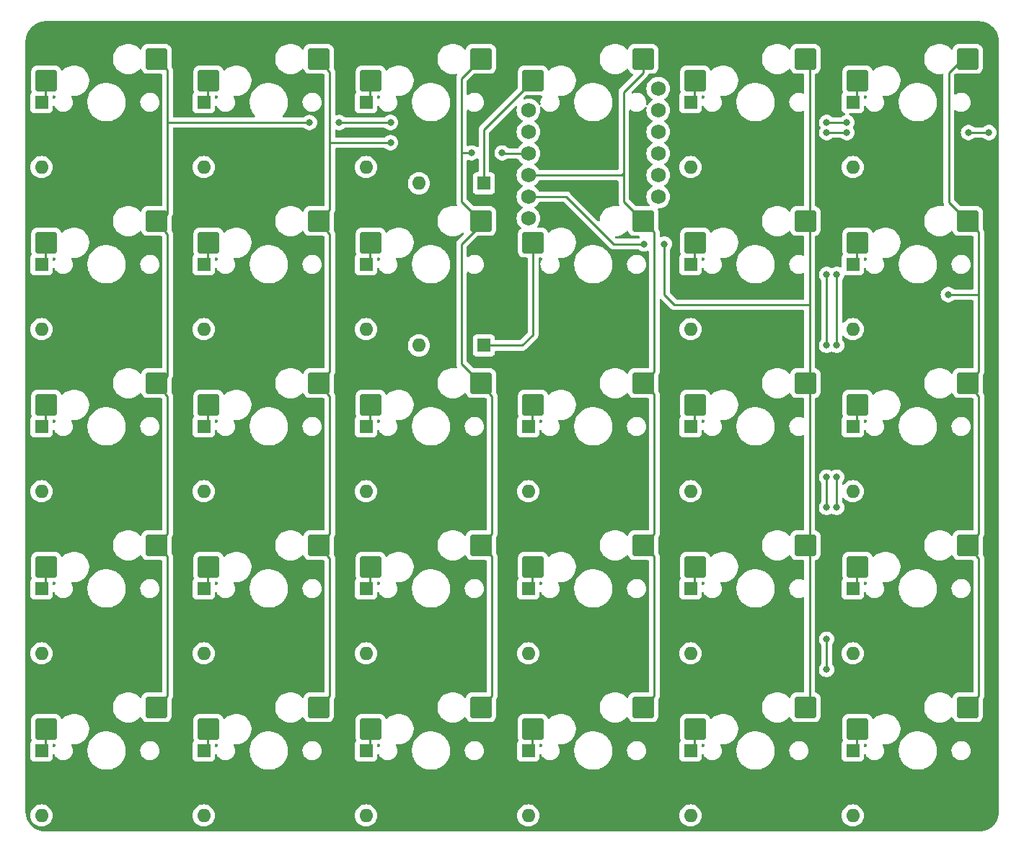
<source format=gbr>
G04 #@! TF.GenerationSoftware,KiCad,Pcbnew,7.0.10*
G04 #@! TF.CreationDate,2024-01-27T14:07:50+01:00*
G04 #@! TF.ProjectId,board-pcb,626f6172-642d-4706-9362-2e6b69636164,rev?*
G04 #@! TF.SameCoordinates,Original*
G04 #@! TF.FileFunction,Copper,L2,Bot*
G04 #@! TF.FilePolarity,Positive*
%FSLAX46Y46*%
G04 Gerber Fmt 4.6, Leading zero omitted, Abs format (unit mm)*
G04 Created by KiCad (PCBNEW 7.0.10) date 2024-01-27 14:07:50*
%MOMM*%
%LPD*%
G01*
G04 APERTURE LIST*
G04 Aperture macros list*
%AMRoundRect*
0 Rectangle with rounded corners*
0 $1 Rounding radius*
0 $2 $3 $4 $5 $6 $7 $8 $9 X,Y pos of 4 corners*
0 Add a 4 corners polygon primitive as box body*
4,1,4,$2,$3,$4,$5,$6,$7,$8,$9,$2,$3,0*
0 Add four circle primitives for the rounded corners*
1,1,$1+$1,$2,$3*
1,1,$1+$1,$4,$5*
1,1,$1+$1,$6,$7*
1,1,$1+$1,$8,$9*
0 Add four rect primitives between the rounded corners*
20,1,$1+$1,$2,$3,$4,$5,0*
20,1,$1+$1,$4,$5,$6,$7,0*
20,1,$1+$1,$6,$7,$8,$9,0*
20,1,$1+$1,$8,$9,$2,$3,0*%
G04 Aperture macros list end*
G04 #@! TA.AperFunction,SMDPad,CuDef*
%ADD10RoundRect,0.250000X-1.025000X-1.000000X1.025000X-1.000000X1.025000X1.000000X-1.025000X1.000000X0*%
G04 #@! TD*
G04 #@! TA.AperFunction,ComponentPad*
%ADD11C,1.752600*%
G04 #@! TD*
G04 #@! TA.AperFunction,ComponentPad*
%ADD12R,1.600000X1.600000*%
G04 #@! TD*
G04 #@! TA.AperFunction,ComponentPad*
%ADD13O,1.600000X1.600000*%
G04 #@! TD*
G04 #@! TA.AperFunction,ViaPad*
%ADD14C,0.800000*%
G04 #@! TD*
G04 #@! TA.AperFunction,Conductor*
%ADD15C,0.250000*%
G04 #@! TD*
G04 APERTURE END LIST*
D10*
G04 #@! TO.P,S1\u002C3,1,1*
G04 #@! TO.N,Net-(D1\u002C3-K)*
X57150000Y-95250000D03*
G04 #@! TO.P,S1\u002C3,2,2*
G04 #@! TO.N,/COL1*
X70077000Y-92710000D03*
G04 #@! TD*
G04 #@! TO.P,S1\u002C4,1,1*
G04 #@! TO.N,Net-(D1\u002C4-K)*
X57150000Y-114300000D03*
G04 #@! TO.P,S1\u002C4,2,2*
G04 #@! TO.N,/COL1*
X70077000Y-111760000D03*
G04 #@! TD*
G04 #@! TO.P,S1\u002C0,1,1*
G04 #@! TO.N,Net-(D1\u002C0-K)*
X57150000Y-38100000D03*
G04 #@! TO.P,S1\u002C0,2,2*
G04 #@! TO.N,/COL1*
X70077000Y-35560000D03*
G04 #@! TD*
G04 #@! TO.P,S3\u002C0,1,1*
G04 #@! TO.N,Net-(D3\u002C0-K)*
X95250000Y-38100000D03*
G04 #@! TO.P,S3\u002C0,2,2*
G04 #@! TO.N,/COL3*
X108177000Y-35560000D03*
G04 #@! TD*
G04 #@! TO.P,S2\u002C4,1,1*
G04 #@! TO.N,Net-(D2\u002C4-K)*
X76200000Y-114300000D03*
G04 #@! TO.P,S2\u002C4,2,2*
G04 #@! TO.N,/COL2*
X89127000Y-111760000D03*
G04 #@! TD*
G04 #@! TO.P,S0\u002C1,1,1*
G04 #@! TO.N,Net-(D0\u002C1-K)*
X38100000Y-57150000D03*
G04 #@! TO.P,S0\u002C1,2,2*
G04 #@! TO.N,/COL0*
X51027000Y-54610000D03*
G04 #@! TD*
G04 #@! TO.P,S2\u002C2,1,1*
G04 #@! TO.N,Net-(D2\u002C2-K)*
X76200000Y-76200000D03*
G04 #@! TO.P,S2\u002C2,2,2*
G04 #@! TO.N,/COL2*
X89127000Y-73660000D03*
G04 #@! TD*
G04 #@! TO.P,S4\u002C1,1,1*
G04 #@! TO.N,Net-(D4\u002C1-K)*
X114300000Y-57150000D03*
G04 #@! TO.P,S4\u002C1,2,2*
G04 #@! TO.N,/COL4*
X127227000Y-54610000D03*
G04 #@! TD*
G04 #@! TO.P,S0\u002C4,1,1*
G04 #@! TO.N,Net-(D0\u002C4-K)*
X38100000Y-114300000D03*
G04 #@! TO.P,S0\u002C4,2,2*
G04 #@! TO.N,/COL0*
X51027000Y-111760000D03*
G04 #@! TD*
G04 #@! TO.P,S3\u002C1,1,1*
G04 #@! TO.N,Net-(D3\u002C1-K)*
X95250000Y-57150000D03*
G04 #@! TO.P,S3\u002C1,2,2*
G04 #@! TO.N,/COL3*
X108177000Y-54610000D03*
G04 #@! TD*
G04 #@! TO.P,S4\u002C2,1,1*
G04 #@! TO.N,Net-(D4\u002C2-K)*
X114300000Y-76200000D03*
G04 #@! TO.P,S4\u002C2,2,2*
G04 #@! TO.N,/COL4*
X127227000Y-73660000D03*
G04 #@! TD*
G04 #@! TO.P,S2\u002C3,1,1*
G04 #@! TO.N,Net-(D2\u002C3-K)*
X76200000Y-95250000D03*
G04 #@! TO.P,S2\u002C3,2,2*
G04 #@! TO.N,/COL2*
X89127000Y-92710000D03*
G04 #@! TD*
G04 #@! TO.P,S2\u002C1,1,1*
G04 #@! TO.N,Net-(D2\u002C1-K)*
X76200000Y-57150000D03*
G04 #@! TO.P,S2\u002C1,2,2*
G04 #@! TO.N,/COL2*
X89127000Y-54610000D03*
G04 #@! TD*
G04 #@! TO.P,S2\u002C0,1,1*
G04 #@! TO.N,Net-(D2\u002C0-K)*
X76200000Y-38100000D03*
G04 #@! TO.P,S2\u002C0,2,2*
G04 #@! TO.N,/COL2*
X89127000Y-35560000D03*
G04 #@! TD*
G04 #@! TO.P,S3\u002C4,1,1*
G04 #@! TO.N,Net-(D3\u002C4-K)*
X95250000Y-114300000D03*
G04 #@! TO.P,S3\u002C4,2,2*
G04 #@! TO.N,/COL3*
X108177000Y-111760000D03*
G04 #@! TD*
G04 #@! TO.P,S5\u002C0,1,1*
G04 #@! TO.N,Net-(D5\u002C0-K)*
X133350000Y-38100000D03*
G04 #@! TO.P,S5\u002C0,2,2*
G04 #@! TO.N,/COL5*
X146277000Y-35560000D03*
G04 #@! TD*
G04 #@! TO.P,S5\u002C2,1,1*
G04 #@! TO.N,Net-(D5\u002C2-K)*
X133350000Y-76200000D03*
G04 #@! TO.P,S5\u002C2,2,2*
G04 #@! TO.N,/COL5*
X146277000Y-73660000D03*
G04 #@! TD*
G04 #@! TO.P,S0\u002C0,1,1*
G04 #@! TO.N,Net-(D0\u002C0-K)*
X38100000Y-38100000D03*
G04 #@! TO.P,S0\u002C0,2,2*
G04 #@! TO.N,/COL0*
X51027000Y-35560000D03*
G04 #@! TD*
G04 #@! TO.P,S4\u002C0,1,1*
G04 #@! TO.N,Net-(D4\u002C0-K)*
X114300000Y-38100000D03*
G04 #@! TO.P,S4\u002C0,2,2*
G04 #@! TO.N,/COL4*
X127227000Y-35560000D03*
G04 #@! TD*
G04 #@! TO.P,S1\u002C2,1,1*
G04 #@! TO.N,Net-(D1\u002C2-K)*
X57150000Y-76200000D03*
G04 #@! TO.P,S1\u002C2,2,2*
G04 #@! TO.N,/COL1*
X70077000Y-73660000D03*
G04 #@! TD*
D11*
G04 #@! TO.P,U2,5,2/PD1*
G04 #@! TO.N,/COL0*
X94715000Y-41592500D03*
G04 #@! TO.P,U2,6,3/PD0*
G04 #@! TO.N,/COL1*
X94715000Y-44132500D03*
G04 #@! TO.P,U2,7,4/PD4*
G04 #@! TO.N,/COL2*
X94715000Y-46672500D03*
G04 #@! TO.P,U2,8,5/PC6*
G04 #@! TO.N,/COL3*
X94715000Y-49212500D03*
G04 #@! TO.P,U2,9,6/PD7*
G04 #@! TO.N,/COL4*
X94715000Y-51752500D03*
G04 #@! TO.P,U2,10,7/PE6*
G04 #@! TO.N,/COL5*
X94715000Y-54292500D03*
G04 #@! TO.P,U2,16,15/PB1*
G04 #@! TO.N,/ROW4*
X109955000Y-51752500D03*
G04 #@! TO.P,U2,17,A0/PF7*
G04 #@! TO.N,/ROW3*
X109955000Y-49212500D03*
G04 #@! TO.P,U2,18,A1/PF6*
G04 #@! TO.N,/ROW2*
X109955000Y-46672500D03*
G04 #@! TO.P,U2,19,A2/PF5*
G04 #@! TO.N,/ROW1*
X109955000Y-44132500D03*
G04 #@! TO.P,U2,20,A3/PF4*
G04 #@! TO.N,/ROW0*
X109955000Y-41592500D03*
G04 #@! TO.P,U2,21,VCC*
G04 #@! TO.N,unconnected-(U2-VCC-Pad21)*
X109955000Y-39052500D03*
G04 #@! TD*
D10*
G04 #@! TO.P,S5\u002C3,1,1*
G04 #@! TO.N,Net-(D5\u002C3-K)*
X133350000Y-95250000D03*
G04 #@! TO.P,S5\u002C3,2,2*
G04 #@! TO.N,/COL5*
X146277000Y-92710000D03*
G04 #@! TD*
G04 #@! TO.P,S3\u002C3,1,1*
G04 #@! TO.N,Net-(D3\u002C3-K)*
X95250000Y-95250000D03*
G04 #@! TO.P,S3\u002C3,2,2*
G04 #@! TO.N,/COL3*
X108177000Y-92710000D03*
G04 #@! TD*
G04 #@! TO.P,S0\u002C2,1,1*
G04 #@! TO.N,Net-(D0\u002C2-K)*
X38100000Y-76200000D03*
G04 #@! TO.P,S0\u002C2,2,2*
G04 #@! TO.N,/COL0*
X51027000Y-73660000D03*
G04 #@! TD*
G04 #@! TO.P,S3\u002C2,1,1*
G04 #@! TO.N,Net-(D3\u002C2-K)*
X95250000Y-76200000D03*
G04 #@! TO.P,S3\u002C2,2,2*
G04 #@! TO.N,/COL3*
X108177000Y-73660000D03*
G04 #@! TD*
G04 #@! TO.P,S5\u002C1,1,1*
G04 #@! TO.N,Net-(D5\u002C1-K)*
X133350000Y-57150000D03*
G04 #@! TO.P,S5\u002C1,2,2*
G04 #@! TO.N,/COL5*
X146277000Y-54610000D03*
G04 #@! TD*
G04 #@! TO.P,S4\u002C3,1,1*
G04 #@! TO.N,Net-(D4\u002C3-K)*
X114300000Y-95250000D03*
G04 #@! TO.P,S4\u002C3,2,2*
G04 #@! TO.N,/COL4*
X127227000Y-92710000D03*
G04 #@! TD*
G04 #@! TO.P,S1\u002C1,1,1*
G04 #@! TO.N,Net-(D1\u002C1-K)*
X57150000Y-57150000D03*
G04 #@! TO.P,S1\u002C1,2,2*
G04 #@! TO.N,/COL1*
X70077000Y-54610000D03*
G04 #@! TD*
G04 #@! TO.P,S0\u002C3,1,1*
G04 #@! TO.N,Net-(D0\u002C3-K)*
X38100000Y-95250000D03*
G04 #@! TO.P,S0\u002C3,2,2*
G04 #@! TO.N,/COL0*
X51027000Y-92710000D03*
G04 #@! TD*
G04 #@! TO.P,S5\u002C4,1,1*
G04 #@! TO.N,Net-(D5\u002C4-K)*
X133350000Y-114300000D03*
G04 #@! TO.P,S5\u002C4,2,2*
G04 #@! TO.N,/COL5*
X146277000Y-111760000D03*
G04 #@! TD*
G04 #@! TO.P,S4\u002C4,1,1*
G04 #@! TO.N,Net-(D4\u002C4-K)*
X114300000Y-114300000D03*
G04 #@! TO.P,S4\u002C4,2,2*
G04 #@! TO.N,/COL4*
X127227000Y-111760000D03*
G04 #@! TD*
D12*
G04 #@! TO.P,D0\u002C0,1,K*
G04 #@! TO.N,Net-(D0\u002C0-K)*
X37541250Y-40640000D03*
D13*
G04 #@! TO.P,D0\u002C0,2,A*
G04 #@! TO.N,/ROW0*
X37541250Y-48260000D03*
G04 #@! TD*
D12*
G04 #@! TO.P,D2\u002C1,1,K*
G04 #@! TO.N,Net-(D2\u002C1-K)*
X75641250Y-59690000D03*
D13*
G04 #@! TO.P,D2\u002C1,2,A*
G04 #@! TO.N,/ROW1*
X75641250Y-67310000D03*
G04 #@! TD*
D12*
G04 #@! TO.P,D2\u002C2,1,K*
G04 #@! TO.N,Net-(D2\u002C2-K)*
X75641250Y-78740000D03*
D13*
G04 #@! TO.P,D2\u002C2,2,A*
G04 #@! TO.N,/ROW2*
X75641250Y-86360000D03*
G04 #@! TD*
D12*
G04 #@! TO.P,D4\u002C1,1,K*
G04 #@! TO.N,Net-(D4\u002C1-K)*
X113741250Y-59690000D03*
D13*
G04 #@! TO.P,D4\u002C1,2,A*
G04 #@! TO.N,/ROW1*
X113741250Y-67310000D03*
G04 #@! TD*
D12*
G04 #@! TO.P,D5\u002C4,1,K*
G04 #@! TO.N,Net-(D5\u002C4-K)*
X132791250Y-116840000D03*
D13*
G04 #@! TO.P,D5\u002C4,2,A*
G04 #@! TO.N,/ROW4*
X132791250Y-124460000D03*
G04 #@! TD*
D12*
G04 #@! TO.P,D3\u002C1,1,K*
G04 #@! TO.N,Net-(D3\u002C1-K)*
X89476250Y-69215000D03*
D13*
G04 #@! TO.P,D3\u002C1,2,A*
G04 #@! TO.N,/ROW1*
X81856250Y-69215000D03*
G04 #@! TD*
D12*
G04 #@! TO.P,D4\u002C0,1,K*
G04 #@! TO.N,Net-(D4\u002C0-K)*
X113741250Y-40640000D03*
D13*
G04 #@! TO.P,D4\u002C0,2,A*
G04 #@! TO.N,/ROW0*
X113741250Y-48260000D03*
G04 #@! TD*
D12*
G04 #@! TO.P,D5\u002C3,1,K*
G04 #@! TO.N,Net-(D5\u002C3-K)*
X132791250Y-97790000D03*
D13*
G04 #@! TO.P,D5\u002C3,2,A*
G04 #@! TO.N,/ROW3*
X132791250Y-105410000D03*
G04 #@! TD*
D12*
G04 #@! TO.P,D0\u002C3,1,K*
G04 #@! TO.N,Net-(D0\u002C3-K)*
X37541250Y-97790000D03*
D13*
G04 #@! TO.P,D0\u002C3,2,A*
G04 #@! TO.N,/ROW3*
X37541250Y-105410000D03*
G04 #@! TD*
D12*
G04 #@! TO.P,D5\u002C2,1,K*
G04 #@! TO.N,Net-(D5\u002C2-K)*
X132791250Y-78740000D03*
D13*
G04 #@! TO.P,D5\u002C2,2,A*
G04 #@! TO.N,/ROW2*
X132791250Y-86360000D03*
G04 #@! TD*
D12*
G04 #@! TO.P,D5\u002C0,1,K*
G04 #@! TO.N,Net-(D5\u002C0-K)*
X132791250Y-40640000D03*
D13*
G04 #@! TO.P,D5\u002C0,2,A*
G04 #@! TO.N,/ROW0*
X132791250Y-48260000D03*
G04 #@! TD*
D12*
G04 #@! TO.P,D4\u002C4,1,K*
G04 #@! TO.N,Net-(D4\u002C4-K)*
X113741250Y-116840000D03*
D13*
G04 #@! TO.P,D4\u002C4,2,A*
G04 #@! TO.N,/ROW4*
X113741250Y-124460000D03*
G04 #@! TD*
D12*
G04 #@! TO.P,D2\u002C4,1,K*
G04 #@! TO.N,Net-(D2\u002C4-K)*
X75641250Y-116840000D03*
D13*
G04 #@! TO.P,D2\u002C4,2,A*
G04 #@! TO.N,/ROW4*
X75641250Y-124460000D03*
G04 #@! TD*
D12*
G04 #@! TO.P,D1\u002C4,1,K*
G04 #@! TO.N,Net-(D1\u002C4-K)*
X56591250Y-116840000D03*
D13*
G04 #@! TO.P,D1\u002C4,2,A*
G04 #@! TO.N,/ROW4*
X56591250Y-124460000D03*
G04 #@! TD*
D12*
G04 #@! TO.P,D1\u002C2,1,K*
G04 #@! TO.N,Net-(D1\u002C2-K)*
X56591250Y-78740000D03*
D13*
G04 #@! TO.P,D1\u002C2,2,A*
G04 #@! TO.N,/ROW2*
X56591250Y-86360000D03*
G04 #@! TD*
D12*
G04 #@! TO.P,D3\u002C4,1,K*
G04 #@! TO.N,Net-(D3\u002C4-K)*
X94691250Y-116840000D03*
D13*
G04 #@! TO.P,D3\u002C4,2,A*
G04 #@! TO.N,/ROW4*
X94691250Y-124460000D03*
G04 #@! TD*
D12*
G04 #@! TO.P,D3\u002C2,1,K*
G04 #@! TO.N,Net-(D3\u002C2-K)*
X94691250Y-78740000D03*
D13*
G04 #@! TO.P,D3\u002C2,2,A*
G04 #@! TO.N,/ROW2*
X94691250Y-86360000D03*
G04 #@! TD*
D12*
G04 #@! TO.P,D4\u002C3,1,K*
G04 #@! TO.N,Net-(D4\u002C3-K)*
X113741250Y-97790000D03*
D13*
G04 #@! TO.P,D4\u002C3,2,A*
G04 #@! TO.N,/ROW3*
X113741250Y-105410000D03*
G04 #@! TD*
D12*
G04 #@! TO.P,D2\u002C0,1,K*
G04 #@! TO.N,Net-(D2\u002C0-K)*
X75641250Y-40640000D03*
D13*
G04 #@! TO.P,D2\u002C0,2,A*
G04 #@! TO.N,/ROW0*
X75641250Y-48260000D03*
G04 #@! TD*
D12*
G04 #@! TO.P,D3\u002C3,1,K*
G04 #@! TO.N,Net-(D3\u002C3-K)*
X94691250Y-97790000D03*
D13*
G04 #@! TO.P,D3\u002C3,2,A*
G04 #@! TO.N,/ROW3*
X94691250Y-105410000D03*
G04 #@! TD*
D12*
G04 #@! TO.P,D2\u002C3,1,K*
G04 #@! TO.N,Net-(D2\u002C3-K)*
X75641250Y-97790000D03*
D13*
G04 #@! TO.P,D2\u002C3,2,A*
G04 #@! TO.N,/ROW3*
X75641250Y-105410000D03*
G04 #@! TD*
D12*
G04 #@! TO.P,D1\u002C0,1,K*
G04 #@! TO.N,Net-(D1\u002C0-K)*
X56591250Y-40640000D03*
D13*
G04 #@! TO.P,D1\u002C0,2,A*
G04 #@! TO.N,/ROW0*
X56591250Y-48260000D03*
G04 #@! TD*
D12*
G04 #@! TO.P,D1\u002C1,1,K*
G04 #@! TO.N,Net-(D1\u002C1-K)*
X56591250Y-59690000D03*
D13*
G04 #@! TO.P,D1\u002C1,2,A*
G04 #@! TO.N,/ROW1*
X56591250Y-67310000D03*
G04 #@! TD*
D12*
G04 #@! TO.P,D0\u002C4,1,K*
G04 #@! TO.N,Net-(D0\u002C4-K)*
X37541250Y-116840000D03*
D13*
G04 #@! TO.P,D0\u002C4,2,A*
G04 #@! TO.N,/ROW4*
X37541250Y-124460000D03*
G04 #@! TD*
D12*
G04 #@! TO.P,D1\u002C3,1,K*
G04 #@! TO.N,Net-(D1\u002C3-K)*
X56591250Y-97790000D03*
D13*
G04 #@! TO.P,D1\u002C3,2,A*
G04 #@! TO.N,/ROW3*
X56591250Y-105410000D03*
G04 #@! TD*
D12*
G04 #@! TO.P,D0\u002C2,1,K*
G04 #@! TO.N,Net-(D0\u002C2-K)*
X37541250Y-78740000D03*
D13*
G04 #@! TO.P,D0\u002C2,2,A*
G04 #@! TO.N,/ROW2*
X37541250Y-86360000D03*
G04 #@! TD*
D12*
G04 #@! TO.P,D0\u002C1,1,K*
G04 #@! TO.N,Net-(D0\u002C1-K)*
X37541250Y-59690000D03*
D13*
G04 #@! TO.P,D0\u002C1,2,A*
G04 #@! TO.N,/ROW1*
X37541250Y-67310000D03*
G04 #@! TD*
D12*
G04 #@! TO.P,D4\u002C2,1,K*
G04 #@! TO.N,Net-(D4\u002C2-K)*
X113741250Y-78740000D03*
D13*
G04 #@! TO.P,D4\u002C2,2,A*
G04 #@! TO.N,/ROW2*
X113741250Y-86360000D03*
G04 #@! TD*
D12*
G04 #@! TO.P,D5\u002C1,1,K*
G04 #@! TO.N,Net-(D5\u002C1-K)*
X132791250Y-59690000D03*
D13*
G04 #@! TO.P,D5\u002C1,2,A*
G04 #@! TO.N,/ROW1*
X132791250Y-67310000D03*
G04 #@! TD*
D12*
G04 #@! TO.P,D3\u002C0,1,K*
G04 #@! TO.N,Net-(D3\u002C0-K)*
X89476250Y-50165000D03*
D13*
G04 #@! TO.P,D3\u002C0,2,A*
G04 #@! TO.N,/ROW0*
X81856250Y-50165000D03*
G04 #@! TD*
D14*
G04 #@! TO.N,/ROW4*
X129719375Y-88265000D03*
X129719375Y-103743125D03*
X129719375Y-107315000D03*
X129719375Y-60880625D03*
X129719375Y-69215000D03*
X129719375Y-84693125D03*
G04 #@! TO.N,/COL5*
X144006875Y-63261875D03*
G04 #@! TO.N,/COL0*
X78522500Y-43021250D03*
X72498385Y-43033214D03*
X68997500Y-43033214D03*
G04 #@! TO.N,/COL1*
X78522500Y-45402500D03*
G04 #@! TO.N,/COL2*
X88047500Y-46593125D03*
X91619375Y-46593125D03*
G04 #@! TO.N,/COL4*
X110669375Y-57308750D03*
X108288125Y-57308750D03*
G04 #@! TO.N,/ROW3*
X130910000Y-88265000D03*
X130910000Y-69215000D03*
X130910000Y-60880625D03*
X130910000Y-84693125D03*
G04 #@! TO.N,/ROW2*
X146388125Y-44211875D03*
X148769375Y-44211875D03*
X129719375Y-44211875D03*
X132100625Y-44211875D03*
G04 #@! TO.N,/ROW1*
X132100625Y-43021250D03*
X129719375Y-43021250D03*
G04 #@! TD*
D15*
G04 #@! TO.N,/ROW4*
X129719375Y-84693125D02*
X129719375Y-88265000D01*
X129719375Y-60880625D02*
X129719375Y-69215000D01*
X129719375Y-103743125D02*
X129719375Y-107315000D01*
G04 #@! TO.N,/COL5*
X147578750Y-91408250D02*
X146277000Y-92710000D01*
X145662006Y-35560000D02*
X144080378Y-37141628D01*
X144006875Y-63261875D02*
X147578750Y-63261875D01*
X147578750Y-94218125D02*
X147578750Y-110458250D01*
X147578750Y-63261875D02*
X147578750Y-72358250D01*
X146277000Y-92710000D02*
X146277000Y-92916375D01*
X146277000Y-54610000D02*
X147578750Y-55911750D01*
X146277000Y-73866375D02*
X147578750Y-75168125D01*
X147578750Y-72358250D02*
X146277000Y-73660000D01*
X144080378Y-37141628D02*
X144080378Y-52413378D01*
X147578750Y-55911750D02*
X147578750Y-63261875D01*
X146277000Y-73660000D02*
X146277000Y-73866375D01*
X144080378Y-52413378D02*
X146277000Y-54610000D01*
X146277000Y-35560000D02*
X145662006Y-35560000D01*
X146277000Y-92916375D02*
X147578750Y-94218125D01*
X147578750Y-110458250D02*
X146277000Y-111760000D01*
X147578750Y-75168125D02*
X147578750Y-91408250D01*
G04 #@! TO.N,/COL0*
X52328750Y-43021250D02*
X52328750Y-53736875D01*
X51455625Y-54610000D02*
X51027000Y-54610000D01*
X52328750Y-94011750D02*
X52328750Y-110458250D01*
X51027000Y-35560000D02*
X52328750Y-36861750D01*
X51027000Y-92710000D02*
X52328750Y-94011750D01*
X52328750Y-56118125D02*
X52328750Y-72786875D01*
X51455625Y-73660000D02*
X51027000Y-73660000D01*
X52328750Y-36861750D02*
X52328750Y-43021250D01*
X52328750Y-91408250D02*
X51027000Y-92710000D01*
X72510349Y-43021250D02*
X72498385Y-43033214D01*
X52328750Y-72786875D02*
X51455625Y-73660000D01*
X78522500Y-43021250D02*
X72510349Y-43021250D01*
X52328750Y-53736875D02*
X51455625Y-54610000D01*
X51027000Y-73660000D02*
X51027000Y-73866375D01*
X52328750Y-75168125D02*
X52328750Y-91408250D01*
X52328750Y-110458250D02*
X51027000Y-111760000D01*
X68997500Y-43033214D02*
X68985536Y-43021250D01*
X51027000Y-54610000D02*
X51027000Y-54816375D01*
X68985536Y-43021250D02*
X52328750Y-43021250D01*
X51027000Y-54816375D02*
X52328750Y-56118125D01*
X51027000Y-73866375D02*
X52328750Y-75168125D01*
G04 #@! TO.N,/COL1*
X70077000Y-92710000D02*
X70077000Y-92916375D01*
X70077000Y-35560000D02*
X70077000Y-35766375D01*
X70077000Y-92916375D02*
X71378750Y-94218125D01*
X71378750Y-91408250D02*
X70077000Y-92710000D01*
X71378750Y-75168125D02*
X71378750Y-91408250D01*
X71378750Y-56118125D02*
X71378750Y-72358250D01*
X70077000Y-54816375D02*
X71378750Y-56118125D01*
X70077000Y-73660000D02*
X70077000Y-73866375D01*
X70077000Y-73866375D02*
X71378750Y-75168125D01*
X71378750Y-44211875D02*
X71378750Y-45402500D01*
X71378750Y-94218125D02*
X71378750Y-110458250D01*
X70077000Y-35766375D02*
X71378750Y-37068125D01*
X71378750Y-53308250D02*
X70077000Y-54610000D01*
X71378750Y-45402500D02*
X71378750Y-53308250D01*
X78522500Y-45402500D02*
X71378750Y-45402500D01*
X71378750Y-110458250D02*
X70077000Y-111760000D01*
X70077000Y-54610000D02*
X70077000Y-54816375D01*
X71378750Y-37068125D02*
X71378750Y-44211875D01*
X71378750Y-72358250D02*
X70077000Y-73660000D01*
G04 #@! TO.N,/COL2*
X91698750Y-46672500D02*
X91619375Y-46593125D01*
X90428750Y-110458250D02*
X89127000Y-111760000D01*
X86856875Y-46593125D02*
X86856875Y-52339875D01*
X90428750Y-75168125D02*
X90428750Y-91408250D01*
X89127000Y-35560000D02*
X86856875Y-37830125D01*
X86856875Y-57308750D02*
X86856875Y-71389875D01*
X88047500Y-46593125D02*
X86856875Y-46593125D01*
X94715000Y-46672500D02*
X91698750Y-46672500D01*
X86856875Y-71389875D02*
X89127000Y-73660000D01*
X86856875Y-37830125D02*
X86856875Y-46593125D01*
X86856875Y-52339875D02*
X89127000Y-54610000D01*
X89127000Y-92710000D02*
X90428750Y-94011750D01*
X90428750Y-91408250D02*
X89127000Y-92710000D01*
X90428750Y-94011750D02*
X90428750Y-110458250D01*
X89127000Y-73866375D02*
X90428750Y-75168125D01*
X89127000Y-55038625D02*
X86856875Y-57308750D01*
X89127000Y-73660000D02*
X89127000Y-73866375D01*
X89127000Y-54610000D02*
X89127000Y-55038625D01*
G04 #@! TO.N,/COL3*
X108177000Y-73660000D02*
X109478750Y-72358250D01*
X105668750Y-49212500D02*
X105906875Y-48974375D01*
X109478750Y-72358250D02*
X109478750Y-55911750D01*
X94715000Y-49212500D02*
X105668750Y-49212500D01*
X109478750Y-55911750D02*
X108177000Y-54610000D01*
X109478750Y-110458250D02*
X108177000Y-111760000D01*
X109478750Y-91408250D02*
X108177000Y-92710000D01*
X108177000Y-73660000D02*
X109478750Y-74961750D01*
X105906875Y-52339875D02*
X108177000Y-54610000D01*
X108177000Y-37179250D02*
X105906875Y-39449375D01*
X108177000Y-92710000D02*
X109478750Y-94011750D01*
X109478750Y-74961750D02*
X109478750Y-91408250D01*
X109478750Y-94011750D02*
X109478750Y-110458250D01*
X105906875Y-48974375D02*
X105906875Y-52339875D01*
X105906875Y-39449375D02*
X105906875Y-48974375D01*
X108177000Y-35560000D02*
X108177000Y-37179250D01*
G04 #@! TO.N,/COL4*
X127227000Y-92710000D02*
X127715000Y-93198000D01*
X127715000Y-64452500D02*
X127715000Y-73172000D01*
X99160000Y-51752500D02*
X104716250Y-57308750D01*
X110669375Y-63261875D02*
X111860000Y-64452500D01*
X127715000Y-54122000D02*
X127227000Y-54610000D01*
X127227000Y-54610000D02*
X127715000Y-55098000D01*
X127227000Y-73660000D02*
X127715000Y-74148000D01*
X127715000Y-111272000D02*
X127227000Y-111760000D01*
X110669375Y-57308750D02*
X110669375Y-63261875D01*
X104716250Y-57308750D02*
X108288125Y-57308750D01*
X94715000Y-51752500D02*
X99160000Y-51752500D01*
X127715000Y-73172000D02*
X127227000Y-73660000D01*
X127715000Y-92222000D02*
X127227000Y-92710000D01*
X127715000Y-93198000D02*
X127715000Y-111272000D01*
X127715000Y-55098000D02*
X127715000Y-64452500D01*
X127227000Y-35560000D02*
X127715000Y-36048000D01*
X127715000Y-74148000D02*
X127715000Y-92222000D01*
X127715000Y-36048000D02*
X127715000Y-54122000D01*
X111860000Y-64452500D02*
X127715000Y-64452500D01*
G04 #@! TO.N,/ROW3*
X130910000Y-84693125D02*
X130910000Y-88265000D01*
X130910000Y-60880625D02*
X130910000Y-69215000D01*
G04 #@! TO.N,/ROW2*
X146388125Y-44211875D02*
X148769375Y-44211875D01*
X129719375Y-44211875D02*
X132100625Y-44211875D01*
G04 #@! TO.N,/ROW1*
X129719375Y-43021250D02*
X132100625Y-43021250D01*
G04 #@! TO.N,Net-(D0\u002C0-K)*
X38041250Y-38158750D02*
X38100000Y-38100000D01*
X38041250Y-40640000D02*
X38041250Y-38158750D01*
G04 #@! TO.N,Net-(D0\u002C1-K)*
X38041250Y-57208750D02*
X38100000Y-57150000D01*
X38041250Y-59690000D02*
X38041250Y-57208750D01*
G04 #@! TO.N,Net-(D0\u002C2-K)*
X38041250Y-78740000D02*
X38041250Y-76258750D01*
X38041250Y-76258750D02*
X38100000Y-76200000D01*
G04 #@! TO.N,Net-(D0\u002C3-K)*
X38041250Y-97790000D02*
X38041250Y-95308750D01*
X38041250Y-95308750D02*
X38100000Y-95250000D01*
G04 #@! TO.N,Net-(D0\u002C4-K)*
X38041250Y-116840000D02*
X38041250Y-114358750D01*
X38041250Y-114358750D02*
X38100000Y-114300000D01*
G04 #@! TO.N,Net-(D1\u002C0-K)*
X57091250Y-38158750D02*
X57150000Y-38100000D01*
X57091250Y-40640000D02*
X57091250Y-38158750D01*
G04 #@! TO.N,Net-(D1\u002C1-K)*
X57091250Y-57208750D02*
X57150000Y-57150000D01*
X57091250Y-59690000D02*
X57091250Y-57208750D01*
G04 #@! TO.N,Net-(D1\u002C2-K)*
X57091250Y-76258750D02*
X57150000Y-76200000D01*
X57091250Y-78740000D02*
X57091250Y-76258750D01*
G04 #@! TO.N,Net-(D1\u002C3-K)*
X57091250Y-97790000D02*
X57091250Y-95308750D01*
X57091250Y-95308750D02*
X57150000Y-95250000D01*
G04 #@! TO.N,Net-(D1\u002C4-K)*
X57091250Y-114358750D02*
X57150000Y-114300000D01*
X57091250Y-116840000D02*
X57091250Y-114358750D01*
G04 #@! TO.N,Net-(D2\u002C0-K)*
X76141250Y-38158750D02*
X76200000Y-38100000D01*
X76141250Y-40640000D02*
X76141250Y-38158750D01*
G04 #@! TO.N,Net-(D2\u002C1-K)*
X76141250Y-59690000D02*
X76141250Y-57208750D01*
X76141250Y-57208750D02*
X76200000Y-57150000D01*
G04 #@! TO.N,Net-(D2\u002C2-K)*
X76141250Y-78740000D02*
X76141250Y-76258750D01*
X76141250Y-76258750D02*
X76200000Y-76200000D01*
G04 #@! TO.N,Net-(D2\u002C3-K)*
X76141250Y-95308750D02*
X76200000Y-95250000D01*
X76141250Y-97790000D02*
X76141250Y-95308750D01*
G04 #@! TO.N,Net-(D2\u002C4-K)*
X76141250Y-114358750D02*
X76200000Y-114300000D01*
X76141250Y-116840000D02*
X76141250Y-114358750D01*
G04 #@! TO.N,Net-(D3\u002C0-K)*
X89476250Y-43873750D02*
X95250000Y-38100000D01*
X89476250Y-50165000D02*
X89476250Y-43873750D01*
G04 #@! TO.N,Net-(D3\u002C1-K)*
X94000625Y-69215000D02*
X95250000Y-67965625D01*
X89476250Y-69215000D02*
X94000625Y-69215000D01*
X95250000Y-67965625D02*
X95250000Y-57150000D01*
G04 #@! TO.N,Net-(D3\u002C2-K)*
X95191250Y-76258750D02*
X95250000Y-76200000D01*
X95191250Y-78740000D02*
X95191250Y-76258750D01*
G04 #@! TO.N,Net-(D3\u002C3-K)*
X95191250Y-95308750D02*
X95250000Y-95250000D01*
X95191250Y-97790000D02*
X95191250Y-95308750D01*
G04 #@! TO.N,Net-(D3\u002C4-K)*
X95191250Y-114358750D02*
X95250000Y-114300000D01*
X95191250Y-116840000D02*
X95191250Y-114358750D01*
G04 #@! TO.N,Net-(D4\u002C0-K)*
X114241250Y-38158750D02*
X114300000Y-38100000D01*
X114241250Y-40640000D02*
X114241250Y-38158750D01*
G04 #@! TO.N,Net-(D4\u002C1-K)*
X114241250Y-59690000D02*
X114241250Y-57208750D01*
X114241250Y-57208750D02*
X114300000Y-57150000D01*
G04 #@! TO.N,Net-(D4\u002C2-K)*
X114241250Y-76258750D02*
X114300000Y-76200000D01*
X114241250Y-78740000D02*
X114241250Y-76258750D01*
G04 #@! TO.N,Net-(D4\u002C3-K)*
X114241250Y-95308750D02*
X114300000Y-95250000D01*
X114241250Y-97790000D02*
X114241250Y-95308750D01*
G04 #@! TO.N,Net-(D4\u002C4-K)*
X114241250Y-116840000D02*
X114241250Y-114358750D01*
X114241250Y-114358750D02*
X114300000Y-114300000D01*
G04 #@! TO.N,Net-(D5\u002C0-K)*
X133291250Y-38158750D02*
X133350000Y-38100000D01*
X133291250Y-40640000D02*
X133291250Y-38158750D01*
G04 #@! TO.N,Net-(D5\u002C1-K)*
X133291250Y-57208750D02*
X133350000Y-57150000D01*
X133291250Y-59690000D02*
X133291250Y-57208750D01*
G04 #@! TO.N,Net-(D5\u002C2-K)*
X133291250Y-78740000D02*
X133291250Y-76258750D01*
X133291250Y-76258750D02*
X133350000Y-76200000D01*
G04 #@! TO.N,Net-(D5\u002C3-K)*
X133291250Y-97790000D02*
X133291250Y-95308750D01*
X133291250Y-95308750D02*
X133350000Y-95250000D01*
G04 #@! TO.N,Net-(D5\u002C4-K)*
X133291250Y-114358750D02*
X133350000Y-114300000D01*
X133291250Y-116840000D02*
X133291250Y-114358750D01*
G04 #@! TD*
G04 #@! TA.AperFunction,NonConductor*
G36*
X147582484Y-31115726D02*
G01*
X147586179Y-31115949D01*
X147677712Y-31121488D01*
X147866648Y-31133875D01*
X147880830Y-31135634D01*
X148007313Y-31158815D01*
X148009017Y-31159140D01*
X148161565Y-31189486D01*
X148174229Y-31192709D01*
X148303229Y-31232909D01*
X148306040Y-31233824D01*
X148447147Y-31281725D01*
X148458157Y-31286061D01*
X148583675Y-31342553D01*
X148587551Y-31344379D01*
X148718868Y-31409139D01*
X148728155Y-31414225D01*
X148794393Y-31454268D01*
X148846991Y-31486065D01*
X148851732Y-31489080D01*
X148972411Y-31569717D01*
X148979991Y-31575207D01*
X149081156Y-31654463D01*
X149089781Y-31661221D01*
X149089793Y-31661230D01*
X149095060Y-31665596D01*
X149203785Y-31760946D01*
X149203809Y-31760967D01*
X149209731Y-31766514D01*
X149308484Y-31865267D01*
X149314024Y-31871181D01*
X149409396Y-31979932D01*
X149413768Y-31985205D01*
X149499791Y-32095007D01*
X149505281Y-32102587D01*
X149585918Y-32223266D01*
X149588933Y-32228007D01*
X149660768Y-32346834D01*
X149665864Y-32356140D01*
X149730601Y-32487410D01*
X149732464Y-32491363D01*
X149788933Y-32616830D01*
X149793277Y-32627862D01*
X149841149Y-32768881D01*
X149842115Y-32771849D01*
X149882284Y-32900750D01*
X149885516Y-32913450D01*
X149915850Y-33065942D01*
X149916201Y-33067779D01*
X149939360Y-33194136D01*
X149941126Y-33208379D01*
X149953483Y-33396862D01*
X149953523Y-33397484D01*
X149959274Y-33492515D01*
X149959500Y-33500005D01*
X149959500Y-123979994D01*
X149959274Y-123987484D01*
X149953523Y-124082514D01*
X149953483Y-124083136D01*
X149941126Y-124271619D01*
X149939360Y-124285862D01*
X149916201Y-124412219D01*
X149915850Y-124414056D01*
X149885516Y-124566548D01*
X149882284Y-124579248D01*
X149842115Y-124708149D01*
X149841149Y-124711117D01*
X149793277Y-124852136D01*
X149788933Y-124863168D01*
X149732464Y-124988635D01*
X149730601Y-124992588D01*
X149665864Y-125123858D01*
X149660768Y-125133164D01*
X149588933Y-125251991D01*
X149585918Y-125256732D01*
X149505281Y-125377411D01*
X149499791Y-125384991D01*
X149413768Y-125494793D01*
X149409385Y-125500080D01*
X149314031Y-125608809D01*
X149308484Y-125614731D01*
X149209731Y-125713484D01*
X149203809Y-125719031D01*
X149095080Y-125814385D01*
X149089793Y-125818768D01*
X148979991Y-125904791D01*
X148972411Y-125910281D01*
X148851732Y-125990918D01*
X148846991Y-125993933D01*
X148728164Y-126065768D01*
X148718858Y-126070864D01*
X148587588Y-126135601D01*
X148583635Y-126137464D01*
X148458168Y-126193933D01*
X148447136Y-126198277D01*
X148306117Y-126246149D01*
X148303149Y-126247115D01*
X148174248Y-126287284D01*
X148161548Y-126290516D01*
X148009056Y-126320850D01*
X148007219Y-126321201D01*
X147880862Y-126344360D01*
X147866619Y-126346126D01*
X147678136Y-126358483D01*
X147677515Y-126358523D01*
X147588966Y-126363881D01*
X147582483Y-126364274D01*
X147574995Y-126364500D01*
X38045005Y-126364500D01*
X38037515Y-126364274D01*
X37942484Y-126358523D01*
X37941862Y-126358483D01*
X37753379Y-126346126D01*
X37739139Y-126344360D01*
X37714589Y-126339861D01*
X37612779Y-126321201D01*
X37610942Y-126320850D01*
X37458450Y-126290516D01*
X37445750Y-126287284D01*
X37316849Y-126247115D01*
X37313881Y-126246149D01*
X37172862Y-126198277D01*
X37161830Y-126193933D01*
X37036363Y-126137464D01*
X37032410Y-126135601D01*
X36901140Y-126070864D01*
X36891834Y-126065768D01*
X36773007Y-125993933D01*
X36768266Y-125990918D01*
X36647587Y-125910281D01*
X36640007Y-125904791D01*
X36530205Y-125818768D01*
X36524932Y-125814396D01*
X36416189Y-125719031D01*
X36410267Y-125713484D01*
X36311514Y-125614731D01*
X36305967Y-125608809D01*
X36289969Y-125590567D01*
X36210596Y-125500060D01*
X36206230Y-125494793D01*
X36120207Y-125384991D01*
X36114717Y-125377411D01*
X36034080Y-125256732D01*
X36031065Y-125251991D01*
X35959230Y-125133164D01*
X35954139Y-125123868D01*
X35889379Y-124992551D01*
X35887553Y-124988675D01*
X35831061Y-124863157D01*
X35826725Y-124852147D01*
X35778824Y-124711040D01*
X35777909Y-124708229D01*
X35737709Y-124579229D01*
X35734486Y-124566565D01*
X35713287Y-124460001D01*
X36235782Y-124460001D01*
X36255614Y-124686686D01*
X36255616Y-124686697D01*
X36314508Y-124906488D01*
X36314511Y-124906497D01*
X36410681Y-125112732D01*
X36410682Y-125112734D01*
X36541204Y-125299141D01*
X36702108Y-125460045D01*
X36702111Y-125460047D01*
X36888516Y-125590568D01*
X37094754Y-125686739D01*
X37314558Y-125745635D01*
X37476480Y-125759801D01*
X37541248Y-125765468D01*
X37541250Y-125765468D01*
X37541252Y-125765468D01*
X37597923Y-125760509D01*
X37767942Y-125745635D01*
X37987746Y-125686739D01*
X38193984Y-125590568D01*
X38380389Y-125460047D01*
X38541297Y-125299139D01*
X38671818Y-125112734D01*
X38767989Y-124906496D01*
X38826885Y-124686692D01*
X38846718Y-124460001D01*
X55285782Y-124460001D01*
X55305614Y-124686686D01*
X55305616Y-124686697D01*
X55364508Y-124906488D01*
X55364511Y-124906497D01*
X55460681Y-125112732D01*
X55460682Y-125112734D01*
X55591204Y-125299141D01*
X55752108Y-125460045D01*
X55752111Y-125460047D01*
X55938516Y-125590568D01*
X56144754Y-125686739D01*
X56364558Y-125745635D01*
X56526480Y-125759801D01*
X56591248Y-125765468D01*
X56591250Y-125765468D01*
X56591252Y-125765468D01*
X56647923Y-125760509D01*
X56817942Y-125745635D01*
X57037746Y-125686739D01*
X57243984Y-125590568D01*
X57430389Y-125460047D01*
X57591297Y-125299139D01*
X57721818Y-125112734D01*
X57817989Y-124906496D01*
X57876885Y-124686692D01*
X57896718Y-124460001D01*
X74335782Y-124460001D01*
X74355614Y-124686686D01*
X74355616Y-124686697D01*
X74414508Y-124906488D01*
X74414511Y-124906497D01*
X74510681Y-125112732D01*
X74510682Y-125112734D01*
X74641204Y-125299141D01*
X74802108Y-125460045D01*
X74802111Y-125460047D01*
X74988516Y-125590568D01*
X75194754Y-125686739D01*
X75414558Y-125745635D01*
X75576480Y-125759801D01*
X75641248Y-125765468D01*
X75641250Y-125765468D01*
X75641252Y-125765468D01*
X75697923Y-125760509D01*
X75867942Y-125745635D01*
X76087746Y-125686739D01*
X76293984Y-125590568D01*
X76480389Y-125460047D01*
X76641297Y-125299139D01*
X76771818Y-125112734D01*
X76867989Y-124906496D01*
X76926885Y-124686692D01*
X76946718Y-124460001D01*
X93385782Y-124460001D01*
X93405614Y-124686686D01*
X93405616Y-124686697D01*
X93464508Y-124906488D01*
X93464511Y-124906497D01*
X93560681Y-125112732D01*
X93560682Y-125112734D01*
X93691204Y-125299141D01*
X93852108Y-125460045D01*
X93852111Y-125460047D01*
X94038516Y-125590568D01*
X94244754Y-125686739D01*
X94464558Y-125745635D01*
X94626480Y-125759801D01*
X94691248Y-125765468D01*
X94691250Y-125765468D01*
X94691252Y-125765468D01*
X94747923Y-125760509D01*
X94917942Y-125745635D01*
X95137746Y-125686739D01*
X95343984Y-125590568D01*
X95530389Y-125460047D01*
X95691297Y-125299139D01*
X95821818Y-125112734D01*
X95917989Y-124906496D01*
X95976885Y-124686692D01*
X95996718Y-124460001D01*
X112435782Y-124460001D01*
X112455614Y-124686686D01*
X112455616Y-124686697D01*
X112514508Y-124906488D01*
X112514511Y-124906497D01*
X112610681Y-125112732D01*
X112610682Y-125112734D01*
X112741204Y-125299141D01*
X112902108Y-125460045D01*
X112902111Y-125460047D01*
X113088516Y-125590568D01*
X113294754Y-125686739D01*
X113514558Y-125745635D01*
X113676480Y-125759801D01*
X113741248Y-125765468D01*
X113741250Y-125765468D01*
X113741252Y-125765468D01*
X113797923Y-125760509D01*
X113967942Y-125745635D01*
X114187746Y-125686739D01*
X114393984Y-125590568D01*
X114580389Y-125460047D01*
X114741297Y-125299139D01*
X114871818Y-125112734D01*
X114967989Y-124906496D01*
X115026885Y-124686692D01*
X115046718Y-124460001D01*
X131485782Y-124460001D01*
X131505614Y-124686686D01*
X131505616Y-124686697D01*
X131564508Y-124906488D01*
X131564511Y-124906497D01*
X131660681Y-125112732D01*
X131660682Y-125112734D01*
X131791204Y-125299141D01*
X131952108Y-125460045D01*
X131952111Y-125460047D01*
X132138516Y-125590568D01*
X132344754Y-125686739D01*
X132564558Y-125745635D01*
X132726480Y-125759801D01*
X132791248Y-125765468D01*
X132791250Y-125765468D01*
X132791252Y-125765468D01*
X132847923Y-125760509D01*
X133017942Y-125745635D01*
X133237746Y-125686739D01*
X133443984Y-125590568D01*
X133630389Y-125460047D01*
X133791297Y-125299139D01*
X133921818Y-125112734D01*
X134017989Y-124906496D01*
X134076885Y-124686692D01*
X134096718Y-124460000D01*
X134076885Y-124233308D01*
X134017989Y-124013504D01*
X133921818Y-123807266D01*
X133791297Y-123620861D01*
X133791295Y-123620858D01*
X133630391Y-123459954D01*
X133443984Y-123329432D01*
X133443982Y-123329431D01*
X133237747Y-123233261D01*
X133237738Y-123233258D01*
X133017947Y-123174366D01*
X133017943Y-123174365D01*
X133017942Y-123174365D01*
X133017941Y-123174364D01*
X133017936Y-123174364D01*
X132791252Y-123154532D01*
X132791248Y-123154532D01*
X132564563Y-123174364D01*
X132564552Y-123174366D01*
X132344761Y-123233258D01*
X132344752Y-123233261D01*
X132138517Y-123329431D01*
X132138515Y-123329432D01*
X131952108Y-123459954D01*
X131791204Y-123620858D01*
X131660682Y-123807265D01*
X131660681Y-123807267D01*
X131564511Y-124013502D01*
X131564508Y-124013511D01*
X131505616Y-124233302D01*
X131505614Y-124233313D01*
X131485782Y-124459998D01*
X131485782Y-124460001D01*
X115046718Y-124460001D01*
X115046718Y-124460000D01*
X115026885Y-124233308D01*
X114967989Y-124013504D01*
X114871818Y-123807266D01*
X114741297Y-123620861D01*
X114741295Y-123620858D01*
X114580391Y-123459954D01*
X114393984Y-123329432D01*
X114393982Y-123329431D01*
X114187747Y-123233261D01*
X114187738Y-123233258D01*
X113967947Y-123174366D01*
X113967943Y-123174365D01*
X113967942Y-123174365D01*
X113967941Y-123174364D01*
X113967936Y-123174364D01*
X113741252Y-123154532D01*
X113741248Y-123154532D01*
X113514563Y-123174364D01*
X113514552Y-123174366D01*
X113294761Y-123233258D01*
X113294752Y-123233261D01*
X113088517Y-123329431D01*
X113088515Y-123329432D01*
X112902108Y-123459954D01*
X112741204Y-123620858D01*
X112610682Y-123807265D01*
X112610681Y-123807267D01*
X112514511Y-124013502D01*
X112514508Y-124013511D01*
X112455616Y-124233302D01*
X112455614Y-124233313D01*
X112435782Y-124459998D01*
X112435782Y-124460001D01*
X95996718Y-124460001D01*
X95996718Y-124460000D01*
X95976885Y-124233308D01*
X95917989Y-124013504D01*
X95821818Y-123807266D01*
X95691297Y-123620861D01*
X95691295Y-123620858D01*
X95530391Y-123459954D01*
X95343984Y-123329432D01*
X95343982Y-123329431D01*
X95137747Y-123233261D01*
X95137738Y-123233258D01*
X94917947Y-123174366D01*
X94917943Y-123174365D01*
X94917942Y-123174365D01*
X94917941Y-123174364D01*
X94917936Y-123174364D01*
X94691252Y-123154532D01*
X94691248Y-123154532D01*
X94464563Y-123174364D01*
X94464552Y-123174366D01*
X94244761Y-123233258D01*
X94244752Y-123233261D01*
X94038517Y-123329431D01*
X94038515Y-123329432D01*
X93852108Y-123459954D01*
X93691204Y-123620858D01*
X93560682Y-123807265D01*
X93560681Y-123807267D01*
X93464511Y-124013502D01*
X93464508Y-124013511D01*
X93405616Y-124233302D01*
X93405614Y-124233313D01*
X93385782Y-124459998D01*
X93385782Y-124460001D01*
X76946718Y-124460001D01*
X76946718Y-124460000D01*
X76926885Y-124233308D01*
X76867989Y-124013504D01*
X76771818Y-123807266D01*
X76641297Y-123620861D01*
X76641295Y-123620858D01*
X76480391Y-123459954D01*
X76293984Y-123329432D01*
X76293982Y-123329431D01*
X76087747Y-123233261D01*
X76087738Y-123233258D01*
X75867947Y-123174366D01*
X75867943Y-123174365D01*
X75867942Y-123174365D01*
X75867941Y-123174364D01*
X75867936Y-123174364D01*
X75641252Y-123154532D01*
X75641248Y-123154532D01*
X75414563Y-123174364D01*
X75414552Y-123174366D01*
X75194761Y-123233258D01*
X75194752Y-123233261D01*
X74988517Y-123329431D01*
X74988515Y-123329432D01*
X74802108Y-123459954D01*
X74641204Y-123620858D01*
X74510682Y-123807265D01*
X74510681Y-123807267D01*
X74414511Y-124013502D01*
X74414508Y-124013511D01*
X74355616Y-124233302D01*
X74355614Y-124233313D01*
X74335782Y-124459998D01*
X74335782Y-124460001D01*
X57896718Y-124460001D01*
X57896718Y-124460000D01*
X57876885Y-124233308D01*
X57817989Y-124013504D01*
X57721818Y-123807266D01*
X57591297Y-123620861D01*
X57591295Y-123620858D01*
X57430391Y-123459954D01*
X57243984Y-123329432D01*
X57243982Y-123329431D01*
X57037747Y-123233261D01*
X57037738Y-123233258D01*
X56817947Y-123174366D01*
X56817943Y-123174365D01*
X56817942Y-123174365D01*
X56817941Y-123174364D01*
X56817936Y-123174364D01*
X56591252Y-123154532D01*
X56591248Y-123154532D01*
X56364563Y-123174364D01*
X56364552Y-123174366D01*
X56144761Y-123233258D01*
X56144752Y-123233261D01*
X55938517Y-123329431D01*
X55938515Y-123329432D01*
X55752108Y-123459954D01*
X55591204Y-123620858D01*
X55460682Y-123807265D01*
X55460681Y-123807267D01*
X55364511Y-124013502D01*
X55364508Y-124013511D01*
X55305616Y-124233302D01*
X55305614Y-124233313D01*
X55285782Y-124459998D01*
X55285782Y-124460001D01*
X38846718Y-124460001D01*
X38846718Y-124460000D01*
X38826885Y-124233308D01*
X38767989Y-124013504D01*
X38671818Y-123807266D01*
X38541297Y-123620861D01*
X38541295Y-123620858D01*
X38380391Y-123459954D01*
X38193984Y-123329432D01*
X38193982Y-123329431D01*
X37987747Y-123233261D01*
X37987738Y-123233258D01*
X37767947Y-123174366D01*
X37767943Y-123174365D01*
X37767942Y-123174365D01*
X37767941Y-123174364D01*
X37767936Y-123174364D01*
X37541252Y-123154532D01*
X37541248Y-123154532D01*
X37314563Y-123174364D01*
X37314552Y-123174366D01*
X37094761Y-123233258D01*
X37094752Y-123233261D01*
X36888517Y-123329431D01*
X36888515Y-123329432D01*
X36702108Y-123459954D01*
X36541204Y-123620858D01*
X36410682Y-123807265D01*
X36410681Y-123807267D01*
X36314511Y-124013502D01*
X36314508Y-124013511D01*
X36255616Y-124233302D01*
X36255614Y-124233313D01*
X36235782Y-124459998D01*
X36235782Y-124460001D01*
X35713287Y-124460001D01*
X35704140Y-124414017D01*
X35703815Y-124412313D01*
X35680634Y-124285830D01*
X35678875Y-124271648D01*
X35666488Y-124082712D01*
X35660726Y-123987484D01*
X35660500Y-123979996D01*
X35660500Y-117687870D01*
X36240750Y-117687870D01*
X36240751Y-117687876D01*
X36247158Y-117747483D01*
X36297452Y-117882328D01*
X36297456Y-117882335D01*
X36383702Y-117997544D01*
X36383705Y-117997547D01*
X36498914Y-118083793D01*
X36498921Y-118083797D01*
X36633767Y-118134091D01*
X36633766Y-118134091D01*
X36640694Y-118134835D01*
X36693377Y-118140500D01*
X38389122Y-118140499D01*
X38448733Y-118134091D01*
X38583581Y-118083796D01*
X38698796Y-117997546D01*
X38785046Y-117882331D01*
X38835341Y-117747483D01*
X38841750Y-117687873D01*
X38841749Y-117353224D01*
X38861433Y-117286188D01*
X38914237Y-117240433D01*
X38983396Y-117230489D01*
X39046951Y-117259514D01*
X39078543Y-117301715D01*
X39082181Y-117309680D01*
X39125854Y-117405310D01*
X39250534Y-117580399D01*
X39250535Y-117580400D01*
X39250540Y-117580406D01*
X39406094Y-117728725D01*
X39406096Y-117728726D01*
X39406097Y-117728727D01*
X39586920Y-117844935D01*
X39786468Y-117924822D01*
X39891998Y-117945161D01*
X39997527Y-117965500D01*
X39997528Y-117965500D01*
X40158612Y-117965500D01*
X40158618Y-117965500D01*
X40318971Y-117950188D01*
X40525209Y-117889631D01*
X40716259Y-117791138D01*
X40885217Y-117658268D01*
X41025976Y-117495824D01*
X41133448Y-117309677D01*
X41203750Y-117106554D01*
X41231237Y-116915373D01*
X42930723Y-116915373D01*
X42960881Y-117215160D01*
X42960882Y-117215162D01*
X43030728Y-117508252D01*
X43030733Y-117508266D01*
X43139020Y-117789427D01*
X43139024Y-117789436D01*
X43283825Y-118053665D01*
X43283829Y-118053671D01*
X43462551Y-118296234D01*
X43462554Y-118296238D01*
X43462561Y-118296245D01*
X43672019Y-118512823D01*
X43908478Y-118699553D01*
X43908480Y-118699554D01*
X43908485Y-118699558D01*
X44167730Y-118853109D01*
X44445128Y-118970736D01*
X44735729Y-119050340D01*
X45034347Y-119090500D01*
X45034351Y-119090500D01*
X45260252Y-119090500D01*
X45424164Y-119079526D01*
X45485634Y-119075412D01*
X45780903Y-119015396D01*
X46065537Y-118916560D01*
X46334459Y-118780668D01*
X46582869Y-118610144D01*
X46806333Y-118408032D01*
X47000865Y-118177939D01*
X47162993Y-117923970D01*
X47289823Y-117650658D01*
X47379093Y-117362879D01*
X47429209Y-117065770D01*
X47438556Y-116786202D01*
X49135660Y-116786202D01*
X49145887Y-117000901D01*
X49196563Y-117209791D01*
X49196565Y-117209795D01*
X49238543Y-117301715D01*
X49285854Y-117405310D01*
X49410534Y-117580399D01*
X49410535Y-117580400D01*
X49410540Y-117580406D01*
X49566094Y-117728725D01*
X49566096Y-117728726D01*
X49566097Y-117728727D01*
X49746920Y-117844935D01*
X49946468Y-117924822D01*
X50051998Y-117945161D01*
X50157527Y-117965500D01*
X50157528Y-117965500D01*
X50318612Y-117965500D01*
X50318618Y-117965500D01*
X50478971Y-117950188D01*
X50685209Y-117889631D01*
X50876259Y-117791138D01*
X51007575Y-117687870D01*
X55290750Y-117687870D01*
X55290751Y-117687876D01*
X55297158Y-117747483D01*
X55347452Y-117882328D01*
X55347456Y-117882335D01*
X55433702Y-117997544D01*
X55433705Y-117997547D01*
X55548914Y-118083793D01*
X55548921Y-118083797D01*
X55683767Y-118134091D01*
X55683766Y-118134091D01*
X55690694Y-118134835D01*
X55743377Y-118140500D01*
X57439122Y-118140499D01*
X57498733Y-118134091D01*
X57633581Y-118083796D01*
X57748796Y-117997546D01*
X57835046Y-117882331D01*
X57885341Y-117747483D01*
X57891750Y-117687873D01*
X57891749Y-117353224D01*
X57911433Y-117286188D01*
X57964237Y-117240433D01*
X58033396Y-117230489D01*
X58096951Y-117259514D01*
X58128543Y-117301715D01*
X58132181Y-117309680D01*
X58175854Y-117405310D01*
X58300534Y-117580399D01*
X58300535Y-117580400D01*
X58300540Y-117580406D01*
X58456094Y-117728725D01*
X58456096Y-117728726D01*
X58456097Y-117728727D01*
X58636920Y-117844935D01*
X58836468Y-117924822D01*
X58941998Y-117945161D01*
X59047527Y-117965500D01*
X59047528Y-117965500D01*
X59208612Y-117965500D01*
X59208618Y-117965500D01*
X59368971Y-117950188D01*
X59575209Y-117889631D01*
X59766259Y-117791138D01*
X59935217Y-117658268D01*
X60075976Y-117495824D01*
X60183448Y-117309677D01*
X60253750Y-117106554D01*
X60281237Y-116915373D01*
X61980723Y-116915373D01*
X62010881Y-117215160D01*
X62010882Y-117215162D01*
X62080728Y-117508252D01*
X62080733Y-117508266D01*
X62189020Y-117789427D01*
X62189024Y-117789436D01*
X62333825Y-118053665D01*
X62333829Y-118053671D01*
X62512551Y-118296234D01*
X62512554Y-118296238D01*
X62512561Y-118296245D01*
X62722019Y-118512823D01*
X62958478Y-118699553D01*
X62958480Y-118699554D01*
X62958485Y-118699558D01*
X63217730Y-118853109D01*
X63495128Y-118970736D01*
X63785729Y-119050340D01*
X64084347Y-119090500D01*
X64084351Y-119090500D01*
X64310252Y-119090500D01*
X64474164Y-119079526D01*
X64535634Y-119075412D01*
X64830903Y-119015396D01*
X65115537Y-118916560D01*
X65384459Y-118780668D01*
X65632869Y-118610144D01*
X65856333Y-118408032D01*
X66050865Y-118177939D01*
X66212993Y-117923970D01*
X66339823Y-117650658D01*
X66429093Y-117362879D01*
X66479209Y-117065770D01*
X66488556Y-116786202D01*
X68185660Y-116786202D01*
X68195887Y-117000901D01*
X68246563Y-117209791D01*
X68246565Y-117209795D01*
X68288543Y-117301715D01*
X68335854Y-117405310D01*
X68460534Y-117580399D01*
X68460535Y-117580400D01*
X68460540Y-117580406D01*
X68616094Y-117728725D01*
X68616096Y-117728726D01*
X68616097Y-117728727D01*
X68796920Y-117844935D01*
X68996468Y-117924822D01*
X69101998Y-117945161D01*
X69207527Y-117965500D01*
X69207528Y-117965500D01*
X69368612Y-117965500D01*
X69368618Y-117965500D01*
X69528971Y-117950188D01*
X69735209Y-117889631D01*
X69926259Y-117791138D01*
X70057575Y-117687870D01*
X74340750Y-117687870D01*
X74340751Y-117687876D01*
X74347158Y-117747483D01*
X74397452Y-117882328D01*
X74397456Y-117882335D01*
X74483702Y-117997544D01*
X74483705Y-117997547D01*
X74598914Y-118083793D01*
X74598921Y-118083797D01*
X74733767Y-118134091D01*
X74733766Y-118134091D01*
X74740694Y-118134835D01*
X74793377Y-118140500D01*
X76489122Y-118140499D01*
X76548733Y-118134091D01*
X76683581Y-118083796D01*
X76798796Y-117997546D01*
X76885046Y-117882331D01*
X76935341Y-117747483D01*
X76941750Y-117687873D01*
X76941749Y-117353224D01*
X76961433Y-117286188D01*
X77014237Y-117240433D01*
X77083396Y-117230489D01*
X77146951Y-117259514D01*
X77178543Y-117301715D01*
X77182181Y-117309680D01*
X77225854Y-117405310D01*
X77350534Y-117580399D01*
X77350535Y-117580400D01*
X77350540Y-117580406D01*
X77506094Y-117728725D01*
X77506096Y-117728726D01*
X77506097Y-117728727D01*
X77686920Y-117844935D01*
X77886468Y-117924822D01*
X77991998Y-117945161D01*
X78097527Y-117965500D01*
X78097528Y-117965500D01*
X78258612Y-117965500D01*
X78258618Y-117965500D01*
X78418971Y-117950188D01*
X78625209Y-117889631D01*
X78816259Y-117791138D01*
X78985217Y-117658268D01*
X79125976Y-117495824D01*
X79233448Y-117309677D01*
X79303750Y-117106554D01*
X79331237Y-116915373D01*
X81030723Y-116915373D01*
X81060881Y-117215160D01*
X81060882Y-117215162D01*
X81130728Y-117508252D01*
X81130733Y-117508266D01*
X81239020Y-117789427D01*
X81239024Y-117789436D01*
X81383825Y-118053665D01*
X81383829Y-118053671D01*
X81562551Y-118296234D01*
X81562554Y-118296238D01*
X81562561Y-118296245D01*
X81772019Y-118512823D01*
X82008478Y-118699553D01*
X82008480Y-118699554D01*
X82008485Y-118699558D01*
X82267730Y-118853109D01*
X82545128Y-118970736D01*
X82835729Y-119050340D01*
X83134347Y-119090500D01*
X83134351Y-119090500D01*
X83360252Y-119090500D01*
X83524164Y-119079526D01*
X83585634Y-119075412D01*
X83880903Y-119015396D01*
X84165537Y-118916560D01*
X84434459Y-118780668D01*
X84682869Y-118610144D01*
X84906333Y-118408032D01*
X85100865Y-118177939D01*
X85262993Y-117923970D01*
X85389823Y-117650658D01*
X85479093Y-117362879D01*
X85529209Y-117065770D01*
X85538556Y-116786202D01*
X87235660Y-116786202D01*
X87245887Y-117000901D01*
X87296563Y-117209791D01*
X87296565Y-117209795D01*
X87338543Y-117301715D01*
X87385854Y-117405310D01*
X87510534Y-117580399D01*
X87510535Y-117580400D01*
X87510540Y-117580406D01*
X87666094Y-117728725D01*
X87666096Y-117728726D01*
X87666097Y-117728727D01*
X87846920Y-117844935D01*
X88046468Y-117924822D01*
X88151998Y-117945161D01*
X88257527Y-117965500D01*
X88257528Y-117965500D01*
X88418612Y-117965500D01*
X88418618Y-117965500D01*
X88578971Y-117950188D01*
X88785209Y-117889631D01*
X88976259Y-117791138D01*
X89107575Y-117687870D01*
X93390750Y-117687870D01*
X93390751Y-117687876D01*
X93397158Y-117747483D01*
X93447452Y-117882328D01*
X93447456Y-117882335D01*
X93533702Y-117997544D01*
X93533705Y-117997547D01*
X93648914Y-118083793D01*
X93648921Y-118083797D01*
X93783767Y-118134091D01*
X93783766Y-118134091D01*
X93790694Y-118134835D01*
X93843377Y-118140500D01*
X95539122Y-118140499D01*
X95598733Y-118134091D01*
X95733581Y-118083796D01*
X95848796Y-117997546D01*
X95935046Y-117882331D01*
X95985341Y-117747483D01*
X95991750Y-117687873D01*
X95991749Y-117353224D01*
X96011433Y-117286188D01*
X96064237Y-117240433D01*
X96133396Y-117230489D01*
X96196951Y-117259514D01*
X96228543Y-117301715D01*
X96232181Y-117309680D01*
X96275854Y-117405310D01*
X96400534Y-117580399D01*
X96400535Y-117580400D01*
X96400540Y-117580406D01*
X96556094Y-117728725D01*
X96556096Y-117728726D01*
X96556097Y-117728727D01*
X96736920Y-117844935D01*
X96936468Y-117924822D01*
X97041998Y-117945161D01*
X97147527Y-117965500D01*
X97147528Y-117965500D01*
X97308612Y-117965500D01*
X97308618Y-117965500D01*
X97468971Y-117950188D01*
X97675209Y-117889631D01*
X97866259Y-117791138D01*
X98035217Y-117658268D01*
X98175976Y-117495824D01*
X98283448Y-117309677D01*
X98353750Y-117106554D01*
X98381237Y-116915373D01*
X100080723Y-116915373D01*
X100110881Y-117215160D01*
X100110882Y-117215162D01*
X100180728Y-117508252D01*
X100180733Y-117508266D01*
X100289020Y-117789427D01*
X100289024Y-117789436D01*
X100433825Y-118053665D01*
X100433829Y-118053671D01*
X100612551Y-118296234D01*
X100612554Y-118296238D01*
X100612561Y-118296245D01*
X100822019Y-118512823D01*
X101058478Y-118699553D01*
X101058480Y-118699554D01*
X101058485Y-118699558D01*
X101317730Y-118853109D01*
X101595128Y-118970736D01*
X101885729Y-119050340D01*
X102184347Y-119090500D01*
X102184351Y-119090500D01*
X102410252Y-119090500D01*
X102574164Y-119079526D01*
X102635634Y-119075412D01*
X102930903Y-119015396D01*
X103215537Y-118916560D01*
X103484459Y-118780668D01*
X103732869Y-118610144D01*
X103956333Y-118408032D01*
X104150865Y-118177939D01*
X104312993Y-117923970D01*
X104439823Y-117650658D01*
X104529093Y-117362879D01*
X104579209Y-117065770D01*
X104588556Y-116786202D01*
X106285660Y-116786202D01*
X106295887Y-117000901D01*
X106346563Y-117209791D01*
X106346565Y-117209795D01*
X106388543Y-117301715D01*
X106435854Y-117405310D01*
X106560534Y-117580399D01*
X106560535Y-117580400D01*
X106560540Y-117580406D01*
X106716094Y-117728725D01*
X106716096Y-117728726D01*
X106716097Y-117728727D01*
X106896920Y-117844935D01*
X107096468Y-117924822D01*
X107201998Y-117945161D01*
X107307527Y-117965500D01*
X107307528Y-117965500D01*
X107468612Y-117965500D01*
X107468618Y-117965500D01*
X107628971Y-117950188D01*
X107835209Y-117889631D01*
X108026259Y-117791138D01*
X108157575Y-117687870D01*
X112440750Y-117687870D01*
X112440751Y-117687876D01*
X112447158Y-117747483D01*
X112497452Y-117882328D01*
X112497456Y-117882335D01*
X112583702Y-117997544D01*
X112583705Y-117997547D01*
X112698914Y-118083793D01*
X112698921Y-118083797D01*
X112833767Y-118134091D01*
X112833766Y-118134091D01*
X112840694Y-118134835D01*
X112893377Y-118140500D01*
X114589122Y-118140499D01*
X114648733Y-118134091D01*
X114783581Y-118083796D01*
X114898796Y-117997546D01*
X114985046Y-117882331D01*
X115035341Y-117747483D01*
X115041750Y-117687873D01*
X115041749Y-117353224D01*
X115061433Y-117286188D01*
X115114237Y-117240433D01*
X115183396Y-117230489D01*
X115246951Y-117259514D01*
X115278543Y-117301715D01*
X115282181Y-117309680D01*
X115325854Y-117405310D01*
X115450534Y-117580399D01*
X115450535Y-117580400D01*
X115450540Y-117580406D01*
X115606094Y-117728725D01*
X115606096Y-117728726D01*
X115606097Y-117728727D01*
X115786920Y-117844935D01*
X115986468Y-117924822D01*
X116091998Y-117945161D01*
X116197527Y-117965500D01*
X116197528Y-117965500D01*
X116358612Y-117965500D01*
X116358618Y-117965500D01*
X116518971Y-117950188D01*
X116725209Y-117889631D01*
X116916259Y-117791138D01*
X117085217Y-117658268D01*
X117225976Y-117495824D01*
X117333448Y-117309677D01*
X117403750Y-117106554D01*
X117431237Y-116915373D01*
X119130723Y-116915373D01*
X119160881Y-117215160D01*
X119160882Y-117215162D01*
X119230728Y-117508252D01*
X119230733Y-117508266D01*
X119339020Y-117789427D01*
X119339024Y-117789436D01*
X119483825Y-118053665D01*
X119483829Y-118053671D01*
X119662551Y-118296234D01*
X119662554Y-118296238D01*
X119662561Y-118296245D01*
X119872019Y-118512823D01*
X120108478Y-118699553D01*
X120108480Y-118699554D01*
X120108485Y-118699558D01*
X120367730Y-118853109D01*
X120645128Y-118970736D01*
X120935729Y-119050340D01*
X121234347Y-119090500D01*
X121234351Y-119090500D01*
X121460252Y-119090500D01*
X121624164Y-119079526D01*
X121685634Y-119075412D01*
X121980903Y-119015396D01*
X122265537Y-118916560D01*
X122534459Y-118780668D01*
X122782869Y-118610144D01*
X123006333Y-118408032D01*
X123200865Y-118177939D01*
X123362993Y-117923970D01*
X123489823Y-117650658D01*
X123579093Y-117362879D01*
X123629209Y-117065770D01*
X123638556Y-116786202D01*
X125335660Y-116786202D01*
X125345887Y-117000901D01*
X125396563Y-117209791D01*
X125396565Y-117209795D01*
X125438543Y-117301715D01*
X125485854Y-117405310D01*
X125610534Y-117580399D01*
X125610535Y-117580400D01*
X125610540Y-117580406D01*
X125766094Y-117728725D01*
X125766096Y-117728726D01*
X125766097Y-117728727D01*
X125946920Y-117844935D01*
X126146468Y-117924822D01*
X126251998Y-117945161D01*
X126357527Y-117965500D01*
X126357528Y-117965500D01*
X126518612Y-117965500D01*
X126518618Y-117965500D01*
X126678971Y-117950188D01*
X126885209Y-117889631D01*
X127076259Y-117791138D01*
X127207575Y-117687870D01*
X131490750Y-117687870D01*
X131490751Y-117687876D01*
X131497158Y-117747483D01*
X131547452Y-117882328D01*
X131547456Y-117882335D01*
X131633702Y-117997544D01*
X131633705Y-117997547D01*
X131748914Y-118083793D01*
X131748921Y-118083797D01*
X131883767Y-118134091D01*
X131883766Y-118134091D01*
X131890694Y-118134835D01*
X131943377Y-118140500D01*
X133639122Y-118140499D01*
X133698733Y-118134091D01*
X133833581Y-118083796D01*
X133948796Y-117997546D01*
X134035046Y-117882331D01*
X134085341Y-117747483D01*
X134091750Y-117687873D01*
X134091749Y-117353224D01*
X134111433Y-117286188D01*
X134164237Y-117240433D01*
X134233396Y-117230489D01*
X134296951Y-117259514D01*
X134328543Y-117301715D01*
X134332181Y-117309680D01*
X134375854Y-117405310D01*
X134500534Y-117580399D01*
X134500535Y-117580400D01*
X134500540Y-117580406D01*
X134656094Y-117728725D01*
X134656096Y-117728726D01*
X134656097Y-117728727D01*
X134836920Y-117844935D01*
X135036468Y-117924822D01*
X135141998Y-117945161D01*
X135247527Y-117965500D01*
X135247528Y-117965500D01*
X135408612Y-117965500D01*
X135408618Y-117965500D01*
X135568971Y-117950188D01*
X135775209Y-117889631D01*
X135966259Y-117791138D01*
X136135217Y-117658268D01*
X136275976Y-117495824D01*
X136383448Y-117309677D01*
X136453750Y-117106554D01*
X136481237Y-116915373D01*
X138180723Y-116915373D01*
X138210881Y-117215160D01*
X138210882Y-117215162D01*
X138280728Y-117508252D01*
X138280733Y-117508266D01*
X138389020Y-117789427D01*
X138389024Y-117789436D01*
X138533825Y-118053665D01*
X138533829Y-118053671D01*
X138712551Y-118296234D01*
X138712554Y-118296238D01*
X138712561Y-118296245D01*
X138922019Y-118512823D01*
X139158478Y-118699553D01*
X139158480Y-118699554D01*
X139158485Y-118699558D01*
X139417730Y-118853109D01*
X139695128Y-118970736D01*
X139985729Y-119050340D01*
X140284347Y-119090500D01*
X140284351Y-119090500D01*
X140510252Y-119090500D01*
X140674164Y-119079526D01*
X140735634Y-119075412D01*
X141030903Y-119015396D01*
X141315537Y-118916560D01*
X141584459Y-118780668D01*
X141832869Y-118610144D01*
X142056333Y-118408032D01*
X142250865Y-118177939D01*
X142412993Y-117923970D01*
X142539823Y-117650658D01*
X142629093Y-117362879D01*
X142679209Y-117065770D01*
X142688556Y-116786202D01*
X144385660Y-116786202D01*
X144395887Y-117000901D01*
X144446563Y-117209791D01*
X144446565Y-117209795D01*
X144488543Y-117301715D01*
X144535854Y-117405310D01*
X144660534Y-117580399D01*
X144660535Y-117580400D01*
X144660540Y-117580406D01*
X144816094Y-117728725D01*
X144816096Y-117728726D01*
X144816097Y-117728727D01*
X144996920Y-117844935D01*
X145196468Y-117924822D01*
X145301998Y-117945161D01*
X145407527Y-117965500D01*
X145407528Y-117965500D01*
X145568612Y-117965500D01*
X145568618Y-117965500D01*
X145728971Y-117950188D01*
X145935209Y-117889631D01*
X146126259Y-117791138D01*
X146295217Y-117658268D01*
X146435976Y-117495824D01*
X146543448Y-117309677D01*
X146613750Y-117106554D01*
X146644339Y-116893797D01*
X146634112Y-116679096D01*
X146583437Y-116470210D01*
X146494146Y-116274690D01*
X146369466Y-116099601D01*
X146369464Y-116099599D01*
X146369459Y-116099593D01*
X146213905Y-115951274D01*
X146033080Y-115835065D01*
X145833530Y-115755177D01*
X145622473Y-115714500D01*
X145622472Y-115714500D01*
X145461382Y-115714500D01*
X145301029Y-115729812D01*
X145301025Y-115729813D01*
X145094793Y-115790368D01*
X144903736Y-115888864D01*
X144734785Y-116021729D01*
X144734782Y-116021733D01*
X144594021Y-116184178D01*
X144486553Y-116370319D01*
X144416251Y-116573442D01*
X144416250Y-116573444D01*
X144385661Y-116786200D01*
X144385660Y-116786202D01*
X142688556Y-116786202D01*
X142689277Y-116764631D01*
X142659118Y-116464838D01*
X142589269Y-116171739D01*
X142480977Y-115890566D01*
X142336175Y-115626335D01*
X142313537Y-115595611D01*
X142259623Y-115522438D01*
X142157446Y-115383762D01*
X141947980Y-115167176D01*
X141824742Y-115069856D01*
X141711521Y-114980446D01*
X141711517Y-114980443D01*
X141711515Y-114980442D01*
X141452270Y-114826891D01*
X141174872Y-114709264D01*
X141174863Y-114709261D01*
X140884272Y-114629660D01*
X140809616Y-114619620D01*
X140585653Y-114589500D01*
X140359756Y-114589500D01*
X140359748Y-114589500D01*
X140134368Y-114604587D01*
X140134359Y-114604589D01*
X139839094Y-114664604D01*
X139554464Y-114763439D01*
X139554459Y-114763441D01*
X139285546Y-114899328D01*
X139037125Y-115069860D01*
X138813665Y-115271969D01*
X138619132Y-115502064D01*
X138457006Y-115756030D01*
X138457005Y-115756032D01*
X138343154Y-116001377D01*
X138330177Y-116029342D01*
X138330176Y-116029346D01*
X138240907Y-116317118D01*
X138215990Y-116464837D01*
X138190791Y-116614230D01*
X138185042Y-116786202D01*
X138180723Y-116915373D01*
X136481237Y-116915373D01*
X136484339Y-116893797D01*
X136474112Y-116679096D01*
X136423437Y-116470210D01*
X136334146Y-116274690D01*
X136334144Y-116274687D01*
X136334143Y-116274685D01*
X136324996Y-116261840D01*
X136302144Y-116195813D01*
X136318618Y-116127913D01*
X136369185Y-116079698D01*
X136435270Y-116066261D01*
X136462977Y-116068337D01*
X136558538Y-116075499D01*
X136558554Y-116075499D01*
X136558558Y-116075500D01*
X136558560Y-116075500D01*
X136691440Y-116075500D01*
X136691442Y-116075500D01*
X136691444Y-116075499D01*
X136691463Y-116075499D01*
X136890357Y-116060594D01*
X136890359Y-116060594D01*
X136890361Y-116060593D01*
X136890367Y-116060593D01*
X137149805Y-116001377D01*
X137397521Y-115904156D01*
X137627980Y-115771101D01*
X137836033Y-115605183D01*
X138017035Y-115410110D01*
X138166940Y-115190240D01*
X138282401Y-114950482D01*
X138360839Y-114696194D01*
X138365601Y-114664604D01*
X138400499Y-114433062D01*
X138400500Y-114433053D01*
X138400500Y-114166946D01*
X138400499Y-114166937D01*
X138360840Y-113903810D01*
X138360838Y-113903804D01*
X138282401Y-113649518D01*
X138166940Y-113409761D01*
X138017035Y-113189890D01*
X137942288Y-113109332D01*
X137836037Y-112994820D01*
X137733181Y-112912795D01*
X137627980Y-112828899D01*
X137397521Y-112695844D01*
X137397522Y-112695844D01*
X137149810Y-112598625D01*
X137149805Y-112598623D01*
X137149796Y-112598621D01*
X137149793Y-112598620D01*
X136890358Y-112539405D01*
X136691463Y-112524500D01*
X136691442Y-112524500D01*
X136558558Y-112524500D01*
X136558536Y-112524500D01*
X136359642Y-112539405D01*
X136359640Y-112539405D01*
X136100206Y-112598620D01*
X136100198Y-112598622D01*
X136100195Y-112598623D01*
X136100192Y-112598623D01*
X136100189Y-112598625D01*
X135852478Y-112695844D01*
X135622020Y-112828899D01*
X135413960Y-112994822D01*
X135413957Y-112994825D01*
X135299104Y-113118608D01*
X135239076Y-113154363D01*
X135169247Y-113151988D01*
X135111787Y-113112237D01*
X135090500Y-113073271D01*
X135087819Y-113065179D01*
X135059814Y-112980666D01*
X134967712Y-112831344D01*
X134843656Y-112707288D01*
X134694334Y-112615186D01*
X134527797Y-112560001D01*
X134527795Y-112560000D01*
X134425010Y-112549500D01*
X132274998Y-112549500D01*
X132274981Y-112549501D01*
X132172203Y-112560000D01*
X132172200Y-112560001D01*
X132005668Y-112615185D01*
X132005663Y-112615187D01*
X131856342Y-112707289D01*
X131732289Y-112831342D01*
X131640187Y-112980663D01*
X131640186Y-112980666D01*
X131585001Y-113147203D01*
X131585001Y-113147204D01*
X131585000Y-113147204D01*
X131574500Y-113249983D01*
X131574500Y-115350001D01*
X131574501Y-115350018D01*
X131585000Y-115452796D01*
X131585001Y-115452799D01*
X131632325Y-115595611D01*
X131634727Y-115665439D01*
X131613886Y-115708925D01*
X131547456Y-115797664D01*
X131547452Y-115797671D01*
X131497158Y-115932517D01*
X131490751Y-115992116D01*
X131490750Y-115992135D01*
X131490750Y-117687870D01*
X127207575Y-117687870D01*
X127245217Y-117658268D01*
X127385976Y-117495824D01*
X127493448Y-117309677D01*
X127563750Y-117106554D01*
X127594339Y-116893797D01*
X127584112Y-116679096D01*
X127533437Y-116470210D01*
X127444146Y-116274690D01*
X127319466Y-116099601D01*
X127319464Y-116099599D01*
X127319459Y-116099593D01*
X127163905Y-115951274D01*
X126983080Y-115835065D01*
X126783530Y-115755177D01*
X126572473Y-115714500D01*
X126572472Y-115714500D01*
X126411382Y-115714500D01*
X126251029Y-115729812D01*
X126251025Y-115729813D01*
X126044793Y-115790368D01*
X125853736Y-115888864D01*
X125684785Y-116021729D01*
X125684782Y-116021733D01*
X125544021Y-116184178D01*
X125436553Y-116370319D01*
X125366251Y-116573442D01*
X125366250Y-116573444D01*
X125335661Y-116786200D01*
X125335660Y-116786202D01*
X123638556Y-116786202D01*
X123639277Y-116764631D01*
X123609118Y-116464838D01*
X123539269Y-116171739D01*
X123430977Y-115890566D01*
X123286175Y-115626335D01*
X123263537Y-115595611D01*
X123209623Y-115522438D01*
X123107446Y-115383762D01*
X122897980Y-115167176D01*
X122774742Y-115069856D01*
X122661521Y-114980446D01*
X122661517Y-114980443D01*
X122661515Y-114980442D01*
X122402270Y-114826891D01*
X122124872Y-114709264D01*
X122124863Y-114709261D01*
X121834272Y-114629660D01*
X121759616Y-114619620D01*
X121535653Y-114589500D01*
X121309756Y-114589500D01*
X121309748Y-114589500D01*
X121084368Y-114604587D01*
X121084359Y-114604589D01*
X120789094Y-114664604D01*
X120504464Y-114763439D01*
X120504459Y-114763441D01*
X120235546Y-114899328D01*
X119987125Y-115069860D01*
X119763665Y-115271969D01*
X119569132Y-115502064D01*
X119407006Y-115756030D01*
X119407005Y-115756032D01*
X119293154Y-116001377D01*
X119280177Y-116029342D01*
X119280176Y-116029346D01*
X119190907Y-116317118D01*
X119165990Y-116464837D01*
X119140791Y-116614230D01*
X119135042Y-116786202D01*
X119130723Y-116915373D01*
X117431237Y-116915373D01*
X117434339Y-116893797D01*
X117424112Y-116679096D01*
X117373437Y-116470210D01*
X117284146Y-116274690D01*
X117284144Y-116274687D01*
X117284143Y-116274685D01*
X117274996Y-116261840D01*
X117252144Y-116195813D01*
X117268618Y-116127913D01*
X117319185Y-116079698D01*
X117385270Y-116066261D01*
X117412977Y-116068337D01*
X117508538Y-116075499D01*
X117508554Y-116075499D01*
X117508558Y-116075500D01*
X117508560Y-116075500D01*
X117641440Y-116075500D01*
X117641442Y-116075500D01*
X117641444Y-116075499D01*
X117641463Y-116075499D01*
X117840357Y-116060594D01*
X117840359Y-116060594D01*
X117840361Y-116060593D01*
X117840367Y-116060593D01*
X118099805Y-116001377D01*
X118347521Y-115904156D01*
X118577980Y-115771101D01*
X118786033Y-115605183D01*
X118967035Y-115410110D01*
X119116940Y-115190240D01*
X119232401Y-114950482D01*
X119310839Y-114696194D01*
X119315601Y-114664604D01*
X119350499Y-114433062D01*
X119350500Y-114433053D01*
X119350500Y-114166946D01*
X119350499Y-114166937D01*
X119310840Y-113903810D01*
X119310838Y-113903804D01*
X119232401Y-113649518D01*
X119116940Y-113409761D01*
X118967035Y-113189890D01*
X118892288Y-113109332D01*
X118786037Y-112994820D01*
X118683181Y-112912795D01*
X118577980Y-112828899D01*
X118347521Y-112695844D01*
X118347522Y-112695844D01*
X118099810Y-112598625D01*
X118099805Y-112598623D01*
X118099796Y-112598621D01*
X118099793Y-112598620D01*
X117840358Y-112539405D01*
X117641463Y-112524500D01*
X117641442Y-112524500D01*
X117508558Y-112524500D01*
X117508536Y-112524500D01*
X117309642Y-112539405D01*
X117309640Y-112539405D01*
X117050206Y-112598620D01*
X117050198Y-112598622D01*
X117050195Y-112598623D01*
X117050192Y-112598623D01*
X117050189Y-112598625D01*
X116802478Y-112695844D01*
X116572020Y-112828899D01*
X116363960Y-112994822D01*
X116363957Y-112994825D01*
X116249104Y-113118608D01*
X116189076Y-113154363D01*
X116119247Y-113151988D01*
X116061787Y-113112237D01*
X116040500Y-113073271D01*
X116037819Y-113065179D01*
X116009814Y-112980666D01*
X115917712Y-112831344D01*
X115793656Y-112707288D01*
X115644334Y-112615186D01*
X115477797Y-112560001D01*
X115477795Y-112560000D01*
X115375010Y-112549500D01*
X113224998Y-112549500D01*
X113224981Y-112549501D01*
X113122203Y-112560000D01*
X113122200Y-112560001D01*
X112955668Y-112615185D01*
X112955663Y-112615187D01*
X112806342Y-112707289D01*
X112682289Y-112831342D01*
X112590187Y-112980663D01*
X112590186Y-112980666D01*
X112535001Y-113147203D01*
X112535001Y-113147204D01*
X112535000Y-113147204D01*
X112524500Y-113249983D01*
X112524500Y-115350001D01*
X112524501Y-115350018D01*
X112535000Y-115452796D01*
X112535001Y-115452799D01*
X112582325Y-115595611D01*
X112584727Y-115665439D01*
X112563886Y-115708925D01*
X112497456Y-115797664D01*
X112497452Y-115797671D01*
X112447158Y-115932517D01*
X112440751Y-115992116D01*
X112440750Y-115992135D01*
X112440750Y-117687870D01*
X108157575Y-117687870D01*
X108195217Y-117658268D01*
X108335976Y-117495824D01*
X108443448Y-117309677D01*
X108513750Y-117106554D01*
X108544339Y-116893797D01*
X108534112Y-116679096D01*
X108483437Y-116470210D01*
X108394146Y-116274690D01*
X108269466Y-116099601D01*
X108269464Y-116099599D01*
X108269459Y-116099593D01*
X108113905Y-115951274D01*
X107933080Y-115835065D01*
X107733530Y-115755177D01*
X107522473Y-115714500D01*
X107522472Y-115714500D01*
X107361382Y-115714500D01*
X107201029Y-115729812D01*
X107201025Y-115729813D01*
X106994793Y-115790368D01*
X106803736Y-115888864D01*
X106634785Y-116021729D01*
X106634782Y-116021733D01*
X106494021Y-116184178D01*
X106386553Y-116370319D01*
X106316251Y-116573442D01*
X106316250Y-116573444D01*
X106285661Y-116786200D01*
X106285660Y-116786202D01*
X104588556Y-116786202D01*
X104589277Y-116764631D01*
X104559118Y-116464838D01*
X104489269Y-116171739D01*
X104380977Y-115890566D01*
X104236175Y-115626335D01*
X104213537Y-115595611D01*
X104159623Y-115522438D01*
X104057446Y-115383762D01*
X103847980Y-115167176D01*
X103724742Y-115069856D01*
X103611521Y-114980446D01*
X103611517Y-114980443D01*
X103611515Y-114980442D01*
X103352270Y-114826891D01*
X103074872Y-114709264D01*
X103074863Y-114709261D01*
X102784272Y-114629660D01*
X102709616Y-114619620D01*
X102485653Y-114589500D01*
X102259756Y-114589500D01*
X102259748Y-114589500D01*
X102034368Y-114604587D01*
X102034359Y-114604589D01*
X101739094Y-114664604D01*
X101454464Y-114763439D01*
X101454459Y-114763441D01*
X101185546Y-114899328D01*
X100937125Y-115069860D01*
X100713665Y-115271969D01*
X100519132Y-115502064D01*
X100357006Y-115756030D01*
X100357005Y-115756032D01*
X100243154Y-116001377D01*
X100230177Y-116029342D01*
X100230176Y-116029346D01*
X100140907Y-116317118D01*
X100115990Y-116464837D01*
X100090791Y-116614230D01*
X100085042Y-116786202D01*
X100080723Y-116915373D01*
X98381237Y-116915373D01*
X98384339Y-116893797D01*
X98374112Y-116679096D01*
X98323437Y-116470210D01*
X98234146Y-116274690D01*
X98234144Y-116274687D01*
X98234143Y-116274685D01*
X98224996Y-116261840D01*
X98202144Y-116195813D01*
X98218618Y-116127913D01*
X98269185Y-116079698D01*
X98335270Y-116066261D01*
X98362977Y-116068337D01*
X98458538Y-116075499D01*
X98458554Y-116075499D01*
X98458558Y-116075500D01*
X98458560Y-116075500D01*
X98591440Y-116075500D01*
X98591442Y-116075500D01*
X98591444Y-116075499D01*
X98591463Y-116075499D01*
X98790357Y-116060594D01*
X98790359Y-116060594D01*
X98790361Y-116060593D01*
X98790367Y-116060593D01*
X99049805Y-116001377D01*
X99297521Y-115904156D01*
X99527980Y-115771101D01*
X99736033Y-115605183D01*
X99917035Y-115410110D01*
X100066940Y-115190240D01*
X100182401Y-114950482D01*
X100260839Y-114696194D01*
X100265601Y-114664604D01*
X100300499Y-114433062D01*
X100300500Y-114433053D01*
X100300500Y-114166946D01*
X100300499Y-114166937D01*
X100260840Y-113903810D01*
X100260838Y-113903804D01*
X100182401Y-113649518D01*
X100066940Y-113409761D01*
X99917035Y-113189890D01*
X99842288Y-113109332D01*
X99736037Y-112994820D01*
X99633181Y-112912795D01*
X99527980Y-112828899D01*
X99297521Y-112695844D01*
X99297522Y-112695844D01*
X99049810Y-112598625D01*
X99049805Y-112598623D01*
X99049796Y-112598621D01*
X99049793Y-112598620D01*
X98790358Y-112539405D01*
X98591463Y-112524500D01*
X98591442Y-112524500D01*
X98458558Y-112524500D01*
X98458536Y-112524500D01*
X98259642Y-112539405D01*
X98259640Y-112539405D01*
X98000206Y-112598620D01*
X98000198Y-112598622D01*
X98000195Y-112598623D01*
X98000192Y-112598623D01*
X98000189Y-112598625D01*
X97752478Y-112695844D01*
X97522020Y-112828899D01*
X97313960Y-112994822D01*
X97313957Y-112994825D01*
X97199104Y-113118608D01*
X97139076Y-113154363D01*
X97069247Y-113151988D01*
X97011787Y-113112237D01*
X96990500Y-113073271D01*
X96987819Y-113065179D01*
X96959814Y-112980666D01*
X96867712Y-112831344D01*
X96743656Y-112707288D01*
X96594334Y-112615186D01*
X96427797Y-112560001D01*
X96427795Y-112560000D01*
X96325010Y-112549500D01*
X94174998Y-112549500D01*
X94174981Y-112549501D01*
X94072203Y-112560000D01*
X94072200Y-112560001D01*
X93905668Y-112615185D01*
X93905663Y-112615187D01*
X93756342Y-112707289D01*
X93632289Y-112831342D01*
X93540187Y-112980663D01*
X93540186Y-112980666D01*
X93485001Y-113147203D01*
X93485001Y-113147204D01*
X93485000Y-113147204D01*
X93474500Y-113249983D01*
X93474500Y-115350001D01*
X93474501Y-115350018D01*
X93485000Y-115452796D01*
X93485001Y-115452799D01*
X93532325Y-115595611D01*
X93534727Y-115665439D01*
X93513886Y-115708925D01*
X93447456Y-115797664D01*
X93447452Y-115797671D01*
X93397158Y-115932517D01*
X93390751Y-115992116D01*
X93390750Y-115992135D01*
X93390750Y-117687870D01*
X89107575Y-117687870D01*
X89145217Y-117658268D01*
X89285976Y-117495824D01*
X89393448Y-117309677D01*
X89463750Y-117106554D01*
X89494339Y-116893797D01*
X89484112Y-116679096D01*
X89433437Y-116470210D01*
X89344146Y-116274690D01*
X89219466Y-116099601D01*
X89219464Y-116099599D01*
X89219459Y-116099593D01*
X89063905Y-115951274D01*
X88883080Y-115835065D01*
X88683530Y-115755177D01*
X88472473Y-115714500D01*
X88472472Y-115714500D01*
X88311382Y-115714500D01*
X88151029Y-115729812D01*
X88151025Y-115729813D01*
X87944793Y-115790368D01*
X87753736Y-115888864D01*
X87584785Y-116021729D01*
X87584782Y-116021733D01*
X87444021Y-116184178D01*
X87336553Y-116370319D01*
X87266251Y-116573442D01*
X87266250Y-116573444D01*
X87235661Y-116786200D01*
X87235660Y-116786202D01*
X85538556Y-116786202D01*
X85539277Y-116764631D01*
X85509118Y-116464838D01*
X85439269Y-116171739D01*
X85330977Y-115890566D01*
X85186175Y-115626335D01*
X85163537Y-115595611D01*
X85109623Y-115522438D01*
X85007446Y-115383762D01*
X84797980Y-115167176D01*
X84674742Y-115069856D01*
X84561521Y-114980446D01*
X84561517Y-114980443D01*
X84561515Y-114980442D01*
X84302270Y-114826891D01*
X84024872Y-114709264D01*
X84024863Y-114709261D01*
X83734272Y-114629660D01*
X83659616Y-114619620D01*
X83435653Y-114589500D01*
X83209756Y-114589500D01*
X83209748Y-114589500D01*
X82984368Y-114604587D01*
X82984359Y-114604589D01*
X82689094Y-114664604D01*
X82404464Y-114763439D01*
X82404459Y-114763441D01*
X82135546Y-114899328D01*
X81887125Y-115069860D01*
X81663665Y-115271969D01*
X81469132Y-115502064D01*
X81307006Y-115756030D01*
X81307005Y-115756032D01*
X81193154Y-116001377D01*
X81180177Y-116029342D01*
X81180176Y-116029346D01*
X81090907Y-116317118D01*
X81065990Y-116464837D01*
X81040791Y-116614230D01*
X81035042Y-116786202D01*
X81030723Y-116915373D01*
X79331237Y-116915373D01*
X79334339Y-116893797D01*
X79324112Y-116679096D01*
X79273437Y-116470210D01*
X79184146Y-116274690D01*
X79184144Y-116274687D01*
X79184143Y-116274685D01*
X79174996Y-116261840D01*
X79152144Y-116195813D01*
X79168618Y-116127913D01*
X79219185Y-116079698D01*
X79285270Y-116066261D01*
X79312977Y-116068337D01*
X79408538Y-116075499D01*
X79408554Y-116075499D01*
X79408558Y-116075500D01*
X79408560Y-116075500D01*
X79541440Y-116075500D01*
X79541442Y-116075500D01*
X79541444Y-116075499D01*
X79541463Y-116075499D01*
X79740357Y-116060594D01*
X79740359Y-116060594D01*
X79740361Y-116060593D01*
X79740367Y-116060593D01*
X79999805Y-116001377D01*
X80247521Y-115904156D01*
X80477980Y-115771101D01*
X80686033Y-115605183D01*
X80867035Y-115410110D01*
X81016940Y-115190240D01*
X81132401Y-114950482D01*
X81210839Y-114696194D01*
X81215601Y-114664604D01*
X81250499Y-114433062D01*
X81250500Y-114433053D01*
X81250500Y-114166946D01*
X81250499Y-114166937D01*
X81210840Y-113903810D01*
X81210838Y-113903804D01*
X81132401Y-113649518D01*
X81016940Y-113409761D01*
X80867035Y-113189890D01*
X80792288Y-113109332D01*
X80686037Y-112994820D01*
X80583181Y-112912795D01*
X80477980Y-112828899D01*
X80247521Y-112695844D01*
X80247522Y-112695844D01*
X79999810Y-112598625D01*
X79999805Y-112598623D01*
X79999796Y-112598621D01*
X79999793Y-112598620D01*
X79740358Y-112539405D01*
X79541463Y-112524500D01*
X79541442Y-112524500D01*
X79408558Y-112524500D01*
X79408536Y-112524500D01*
X79209642Y-112539405D01*
X79209640Y-112539405D01*
X78950206Y-112598620D01*
X78950198Y-112598622D01*
X78950195Y-112598623D01*
X78950192Y-112598623D01*
X78950189Y-112598625D01*
X78702478Y-112695844D01*
X78472020Y-112828899D01*
X78263960Y-112994822D01*
X78263957Y-112994825D01*
X78149104Y-113118608D01*
X78089076Y-113154363D01*
X78019247Y-113151988D01*
X77961787Y-113112237D01*
X77940500Y-113073271D01*
X77937819Y-113065179D01*
X77909814Y-112980666D01*
X77817712Y-112831344D01*
X77693656Y-112707288D01*
X77544334Y-112615186D01*
X77377797Y-112560001D01*
X77377795Y-112560000D01*
X77275010Y-112549500D01*
X75124998Y-112549500D01*
X75124981Y-112549501D01*
X75022203Y-112560000D01*
X75022200Y-112560001D01*
X74855668Y-112615185D01*
X74855663Y-112615187D01*
X74706342Y-112707289D01*
X74582289Y-112831342D01*
X74490187Y-112980663D01*
X74490186Y-112980666D01*
X74435001Y-113147203D01*
X74435001Y-113147204D01*
X74435000Y-113147204D01*
X74424500Y-113249983D01*
X74424500Y-115350001D01*
X74424501Y-115350018D01*
X74435000Y-115452796D01*
X74435001Y-115452799D01*
X74482325Y-115595611D01*
X74484727Y-115665439D01*
X74463886Y-115708925D01*
X74397456Y-115797664D01*
X74397452Y-115797671D01*
X74347158Y-115932517D01*
X74340751Y-115992116D01*
X74340750Y-115992135D01*
X74340750Y-117687870D01*
X70057575Y-117687870D01*
X70095217Y-117658268D01*
X70235976Y-117495824D01*
X70343448Y-117309677D01*
X70413750Y-117106554D01*
X70444339Y-116893797D01*
X70434112Y-116679096D01*
X70383437Y-116470210D01*
X70294146Y-116274690D01*
X70169466Y-116099601D01*
X70169464Y-116099599D01*
X70169459Y-116099593D01*
X70013905Y-115951274D01*
X69833080Y-115835065D01*
X69633530Y-115755177D01*
X69422473Y-115714500D01*
X69422472Y-115714500D01*
X69261382Y-115714500D01*
X69101029Y-115729812D01*
X69101025Y-115729813D01*
X68894793Y-115790368D01*
X68703736Y-115888864D01*
X68534785Y-116021729D01*
X68534782Y-116021733D01*
X68394021Y-116184178D01*
X68286553Y-116370319D01*
X68216251Y-116573442D01*
X68216250Y-116573444D01*
X68185661Y-116786200D01*
X68185660Y-116786202D01*
X66488556Y-116786202D01*
X66489277Y-116764631D01*
X66459118Y-116464838D01*
X66389269Y-116171739D01*
X66280977Y-115890566D01*
X66136175Y-115626335D01*
X66113537Y-115595611D01*
X66059623Y-115522438D01*
X65957446Y-115383762D01*
X65747980Y-115167176D01*
X65624742Y-115069856D01*
X65511521Y-114980446D01*
X65511517Y-114980443D01*
X65511515Y-114980442D01*
X65252270Y-114826891D01*
X64974872Y-114709264D01*
X64974863Y-114709261D01*
X64684272Y-114629660D01*
X64609616Y-114619620D01*
X64385653Y-114589500D01*
X64159756Y-114589500D01*
X64159748Y-114589500D01*
X63934368Y-114604587D01*
X63934359Y-114604589D01*
X63639094Y-114664604D01*
X63354464Y-114763439D01*
X63354459Y-114763441D01*
X63085546Y-114899328D01*
X62837125Y-115069860D01*
X62613665Y-115271969D01*
X62419132Y-115502064D01*
X62257006Y-115756030D01*
X62257005Y-115756032D01*
X62143154Y-116001377D01*
X62130177Y-116029342D01*
X62130176Y-116029346D01*
X62040907Y-116317118D01*
X62015990Y-116464837D01*
X61990791Y-116614230D01*
X61985042Y-116786202D01*
X61980723Y-116915373D01*
X60281237Y-116915373D01*
X60284339Y-116893797D01*
X60274112Y-116679096D01*
X60223437Y-116470210D01*
X60134146Y-116274690D01*
X60134144Y-116274687D01*
X60134143Y-116274685D01*
X60124996Y-116261840D01*
X60102144Y-116195813D01*
X60118618Y-116127913D01*
X60169185Y-116079698D01*
X60235270Y-116066261D01*
X60262977Y-116068337D01*
X60358538Y-116075499D01*
X60358554Y-116075499D01*
X60358558Y-116075500D01*
X60358560Y-116075500D01*
X60491440Y-116075500D01*
X60491442Y-116075500D01*
X60491444Y-116075499D01*
X60491463Y-116075499D01*
X60690357Y-116060594D01*
X60690359Y-116060594D01*
X60690361Y-116060593D01*
X60690367Y-116060593D01*
X60949805Y-116001377D01*
X61197521Y-115904156D01*
X61427980Y-115771101D01*
X61636033Y-115605183D01*
X61817035Y-115410110D01*
X61966940Y-115190240D01*
X62082401Y-114950482D01*
X62160839Y-114696194D01*
X62165601Y-114664604D01*
X62200499Y-114433062D01*
X62200500Y-114433053D01*
X62200500Y-114166946D01*
X62200499Y-114166937D01*
X62160840Y-113903810D01*
X62160838Y-113903804D01*
X62082401Y-113649518D01*
X61966940Y-113409761D01*
X61817035Y-113189890D01*
X61742288Y-113109332D01*
X61636037Y-112994820D01*
X61533181Y-112912795D01*
X61427980Y-112828899D01*
X61197521Y-112695844D01*
X61197522Y-112695844D01*
X60949810Y-112598625D01*
X60949805Y-112598623D01*
X60949796Y-112598621D01*
X60949793Y-112598620D01*
X60690358Y-112539405D01*
X60491463Y-112524500D01*
X60491442Y-112524500D01*
X60358558Y-112524500D01*
X60358536Y-112524500D01*
X60159642Y-112539405D01*
X60159640Y-112539405D01*
X59900206Y-112598620D01*
X59900198Y-112598622D01*
X59900195Y-112598623D01*
X59900192Y-112598623D01*
X59900189Y-112598625D01*
X59652478Y-112695844D01*
X59422020Y-112828899D01*
X59213960Y-112994822D01*
X59213957Y-112994825D01*
X59099104Y-113118608D01*
X59039076Y-113154363D01*
X58969247Y-113151988D01*
X58911787Y-113112237D01*
X58890500Y-113073271D01*
X58887819Y-113065179D01*
X58859814Y-112980666D01*
X58767712Y-112831344D01*
X58643656Y-112707288D01*
X58494334Y-112615186D01*
X58327797Y-112560001D01*
X58327795Y-112560000D01*
X58225010Y-112549500D01*
X56074998Y-112549500D01*
X56074981Y-112549501D01*
X55972203Y-112560000D01*
X55972200Y-112560001D01*
X55805668Y-112615185D01*
X55805663Y-112615187D01*
X55656342Y-112707289D01*
X55532289Y-112831342D01*
X55440187Y-112980663D01*
X55440186Y-112980666D01*
X55385001Y-113147203D01*
X55385001Y-113147204D01*
X55385000Y-113147204D01*
X55374500Y-113249983D01*
X55374500Y-115350001D01*
X55374501Y-115350018D01*
X55385000Y-115452796D01*
X55385001Y-115452799D01*
X55432325Y-115595611D01*
X55434727Y-115665439D01*
X55413886Y-115708925D01*
X55347456Y-115797664D01*
X55347452Y-115797671D01*
X55297158Y-115932517D01*
X55290751Y-115992116D01*
X55290750Y-115992135D01*
X55290750Y-117687870D01*
X51007575Y-117687870D01*
X51045217Y-117658268D01*
X51185976Y-117495824D01*
X51293448Y-117309677D01*
X51363750Y-117106554D01*
X51394339Y-116893797D01*
X51384112Y-116679096D01*
X51333437Y-116470210D01*
X51244146Y-116274690D01*
X51119466Y-116099601D01*
X51119464Y-116099599D01*
X51119459Y-116099593D01*
X50963905Y-115951274D01*
X50783080Y-115835065D01*
X50583530Y-115755177D01*
X50372473Y-115714500D01*
X50372472Y-115714500D01*
X50211382Y-115714500D01*
X50051029Y-115729812D01*
X50051025Y-115729813D01*
X49844793Y-115790368D01*
X49653736Y-115888864D01*
X49484785Y-116021729D01*
X49484782Y-116021733D01*
X49344021Y-116184178D01*
X49236553Y-116370319D01*
X49166251Y-116573442D01*
X49166250Y-116573444D01*
X49135661Y-116786200D01*
X49135660Y-116786202D01*
X47438556Y-116786202D01*
X47439277Y-116764631D01*
X47409118Y-116464838D01*
X47339269Y-116171739D01*
X47230977Y-115890566D01*
X47086175Y-115626335D01*
X47063537Y-115595611D01*
X47009623Y-115522438D01*
X46907446Y-115383762D01*
X46697980Y-115167176D01*
X46574742Y-115069856D01*
X46461521Y-114980446D01*
X46461517Y-114980443D01*
X46461515Y-114980442D01*
X46202270Y-114826891D01*
X45924872Y-114709264D01*
X45924863Y-114709261D01*
X45634272Y-114629660D01*
X45559616Y-114619620D01*
X45335653Y-114589500D01*
X45109756Y-114589500D01*
X45109748Y-114589500D01*
X44884368Y-114604587D01*
X44884359Y-114604589D01*
X44589094Y-114664604D01*
X44304464Y-114763439D01*
X44304459Y-114763441D01*
X44035546Y-114899328D01*
X43787125Y-115069860D01*
X43563665Y-115271969D01*
X43369132Y-115502064D01*
X43207006Y-115756030D01*
X43207005Y-115756032D01*
X43093154Y-116001377D01*
X43080177Y-116029342D01*
X43080176Y-116029346D01*
X42990907Y-116317118D01*
X42965990Y-116464837D01*
X42940791Y-116614230D01*
X42935042Y-116786202D01*
X42930723Y-116915373D01*
X41231237Y-116915373D01*
X41234339Y-116893797D01*
X41224112Y-116679096D01*
X41173437Y-116470210D01*
X41084146Y-116274690D01*
X41084144Y-116274687D01*
X41084143Y-116274685D01*
X41074996Y-116261840D01*
X41052144Y-116195813D01*
X41068618Y-116127913D01*
X41119185Y-116079698D01*
X41185270Y-116066261D01*
X41212977Y-116068337D01*
X41308538Y-116075499D01*
X41308554Y-116075499D01*
X41308558Y-116075500D01*
X41308560Y-116075500D01*
X41441440Y-116075500D01*
X41441442Y-116075500D01*
X41441444Y-116075499D01*
X41441463Y-116075499D01*
X41640357Y-116060594D01*
X41640359Y-116060594D01*
X41640361Y-116060593D01*
X41640367Y-116060593D01*
X41899805Y-116001377D01*
X42147521Y-115904156D01*
X42377980Y-115771101D01*
X42586033Y-115605183D01*
X42767035Y-115410110D01*
X42916940Y-115190240D01*
X43032401Y-114950482D01*
X43110839Y-114696194D01*
X43115601Y-114664604D01*
X43150499Y-114433062D01*
X43150500Y-114433053D01*
X43150500Y-114166946D01*
X43150499Y-114166937D01*
X43110840Y-113903810D01*
X43110838Y-113903804D01*
X43032401Y-113649518D01*
X42916940Y-113409761D01*
X42767035Y-113189890D01*
X42692288Y-113109332D01*
X42586037Y-112994820D01*
X42483181Y-112912795D01*
X42377980Y-112828899D01*
X42147521Y-112695844D01*
X42147522Y-112695844D01*
X41899810Y-112598625D01*
X41899805Y-112598623D01*
X41899796Y-112598621D01*
X41899793Y-112598620D01*
X41640358Y-112539405D01*
X41441463Y-112524500D01*
X41441442Y-112524500D01*
X41308558Y-112524500D01*
X41308536Y-112524500D01*
X41109642Y-112539405D01*
X41109640Y-112539405D01*
X40850206Y-112598620D01*
X40850198Y-112598622D01*
X40850195Y-112598623D01*
X40850192Y-112598623D01*
X40850189Y-112598625D01*
X40602478Y-112695844D01*
X40372020Y-112828899D01*
X40163960Y-112994822D01*
X40163957Y-112994825D01*
X40049104Y-113118608D01*
X39989076Y-113154363D01*
X39919247Y-113151988D01*
X39861787Y-113112237D01*
X39840500Y-113073271D01*
X39837819Y-113065179D01*
X39809814Y-112980666D01*
X39717712Y-112831344D01*
X39593656Y-112707288D01*
X39444334Y-112615186D01*
X39277797Y-112560001D01*
X39277795Y-112560000D01*
X39175010Y-112549500D01*
X37024998Y-112549500D01*
X37024981Y-112549501D01*
X36922203Y-112560000D01*
X36922200Y-112560001D01*
X36755668Y-112615185D01*
X36755663Y-112615187D01*
X36606342Y-112707289D01*
X36482289Y-112831342D01*
X36390187Y-112980663D01*
X36390186Y-112980666D01*
X36335001Y-113147203D01*
X36335001Y-113147204D01*
X36335000Y-113147204D01*
X36324500Y-113249983D01*
X36324500Y-115350001D01*
X36324501Y-115350018D01*
X36335000Y-115452796D01*
X36335001Y-115452799D01*
X36382325Y-115595611D01*
X36384727Y-115665439D01*
X36363886Y-115708925D01*
X36297456Y-115797664D01*
X36297452Y-115797671D01*
X36247158Y-115932517D01*
X36240751Y-115992116D01*
X36240750Y-115992135D01*
X36240750Y-117687870D01*
X35660500Y-117687870D01*
X35660500Y-111893062D01*
X45949500Y-111893062D01*
X45989159Y-112156189D01*
X45989161Y-112156195D01*
X46067600Y-112410485D01*
X46183055Y-112650230D01*
X46183060Y-112650239D01*
X46332965Y-112870110D01*
X46401410Y-112943876D01*
X46513962Y-113065179D01*
X46513966Y-113065182D01*
X46513967Y-113065183D01*
X46722020Y-113231101D01*
X46952479Y-113364156D01*
X47200195Y-113461377D01*
X47459633Y-113520593D01*
X47459638Y-113520593D01*
X47459641Y-113520594D01*
X47658536Y-113535499D01*
X47658555Y-113535499D01*
X47658558Y-113535500D01*
X47658560Y-113535500D01*
X47791440Y-113535500D01*
X47791442Y-113535500D01*
X47791444Y-113535499D01*
X47791463Y-113535499D01*
X47990357Y-113520594D01*
X47990359Y-113520594D01*
X47990361Y-113520593D01*
X47990367Y-113520593D01*
X48249805Y-113461377D01*
X48497521Y-113364156D01*
X48727980Y-113231101D01*
X48936033Y-113065183D01*
X49070791Y-112919948D01*
X49130817Y-112884195D01*
X49200647Y-112886570D01*
X49258107Y-112926320D01*
X49279394Y-112965286D01*
X49317186Y-113079334D01*
X49409288Y-113228656D01*
X49533344Y-113352712D01*
X49682666Y-113444814D01*
X49849203Y-113499999D01*
X49951991Y-113510500D01*
X52102008Y-113510499D01*
X52204797Y-113499999D01*
X52371334Y-113444814D01*
X52520656Y-113352712D01*
X52644712Y-113228656D01*
X52736814Y-113079334D01*
X52791999Y-112912797D01*
X52802500Y-112810009D01*
X52802500Y-111893062D01*
X64999500Y-111893062D01*
X65039159Y-112156189D01*
X65039161Y-112156195D01*
X65117600Y-112410485D01*
X65233055Y-112650230D01*
X65233060Y-112650239D01*
X65382965Y-112870110D01*
X65451410Y-112943876D01*
X65563962Y-113065179D01*
X65563966Y-113065182D01*
X65563967Y-113065183D01*
X65772020Y-113231101D01*
X66002479Y-113364156D01*
X66250195Y-113461377D01*
X66509633Y-113520593D01*
X66509638Y-113520593D01*
X66509641Y-113520594D01*
X66708536Y-113535499D01*
X66708555Y-113535499D01*
X66708558Y-113535500D01*
X66708560Y-113535500D01*
X66841440Y-113535500D01*
X66841442Y-113535500D01*
X66841444Y-113535499D01*
X66841463Y-113535499D01*
X67040357Y-113520594D01*
X67040359Y-113520594D01*
X67040361Y-113520593D01*
X67040367Y-113520593D01*
X67299805Y-113461377D01*
X67547521Y-113364156D01*
X67777980Y-113231101D01*
X67986033Y-113065183D01*
X68120791Y-112919948D01*
X68180817Y-112884195D01*
X68250647Y-112886570D01*
X68308107Y-112926320D01*
X68329394Y-112965286D01*
X68367186Y-113079334D01*
X68459288Y-113228656D01*
X68583344Y-113352712D01*
X68732666Y-113444814D01*
X68899203Y-113499999D01*
X69001991Y-113510500D01*
X71152008Y-113510499D01*
X71254797Y-113499999D01*
X71421334Y-113444814D01*
X71570656Y-113352712D01*
X71694712Y-113228656D01*
X71786814Y-113079334D01*
X71841999Y-112912797D01*
X71852500Y-112810009D01*
X71852500Y-111893062D01*
X84049500Y-111893062D01*
X84089159Y-112156189D01*
X84089161Y-112156195D01*
X84167600Y-112410485D01*
X84283055Y-112650230D01*
X84283060Y-112650239D01*
X84432965Y-112870110D01*
X84501410Y-112943876D01*
X84613962Y-113065179D01*
X84613966Y-113065182D01*
X84613967Y-113065183D01*
X84822020Y-113231101D01*
X85052479Y-113364156D01*
X85300195Y-113461377D01*
X85559633Y-113520593D01*
X85559638Y-113520593D01*
X85559641Y-113520594D01*
X85758536Y-113535499D01*
X85758555Y-113535499D01*
X85758558Y-113535500D01*
X85758560Y-113535500D01*
X85891440Y-113535500D01*
X85891442Y-113535500D01*
X85891444Y-113535499D01*
X85891463Y-113535499D01*
X86090357Y-113520594D01*
X86090359Y-113520594D01*
X86090361Y-113520593D01*
X86090367Y-113520593D01*
X86349805Y-113461377D01*
X86597521Y-113364156D01*
X86827980Y-113231101D01*
X87036033Y-113065183D01*
X87170791Y-112919948D01*
X87230817Y-112884195D01*
X87300647Y-112886570D01*
X87358107Y-112926320D01*
X87379394Y-112965286D01*
X87417186Y-113079334D01*
X87509288Y-113228656D01*
X87633344Y-113352712D01*
X87782666Y-113444814D01*
X87949203Y-113499999D01*
X88051991Y-113510500D01*
X90202008Y-113510499D01*
X90304797Y-113499999D01*
X90471334Y-113444814D01*
X90620656Y-113352712D01*
X90744712Y-113228656D01*
X90836814Y-113079334D01*
X90891999Y-112912797D01*
X90902500Y-112810009D01*
X90902499Y-110916595D01*
X90922184Y-110849557D01*
X90936112Y-110831707D01*
X90938812Y-110828832D01*
X90948464Y-110811273D01*
X90959139Y-110795022D01*
X90971424Y-110779186D01*
X90988780Y-110739075D01*
X90993911Y-110728604D01*
X91014944Y-110690348D01*
X91014944Y-110690347D01*
X91014947Y-110690342D01*
X91019930Y-110670930D01*
X91026227Y-110652541D01*
X91034188Y-110634145D01*
X91041020Y-110590998D01*
X91043389Y-110579566D01*
X91054249Y-110537272D01*
X91054250Y-110537267D01*
X91054250Y-110517233D01*
X91055777Y-110497832D01*
X91058910Y-110478054D01*
X91054800Y-110434574D01*
X91054250Y-110422905D01*
X91054250Y-105410001D01*
X93385782Y-105410001D01*
X93405614Y-105636686D01*
X93405616Y-105636697D01*
X93464508Y-105856488D01*
X93464511Y-105856497D01*
X93560681Y-106062732D01*
X93560682Y-106062734D01*
X93691204Y-106249141D01*
X93852108Y-106410045D01*
X93852111Y-106410047D01*
X94038516Y-106540568D01*
X94244754Y-106636739D01*
X94464558Y-106695635D01*
X94626480Y-106709801D01*
X94691248Y-106715468D01*
X94691250Y-106715468D01*
X94691252Y-106715468D01*
X94747923Y-106710509D01*
X94917942Y-106695635D01*
X95137746Y-106636739D01*
X95343984Y-106540568D01*
X95530389Y-106410047D01*
X95691297Y-106249139D01*
X95821818Y-106062734D01*
X95917989Y-105856496D01*
X95976885Y-105636692D01*
X95996718Y-105410000D01*
X95976885Y-105183308D01*
X95917989Y-104963504D01*
X95821818Y-104757266D01*
X95691297Y-104570861D01*
X95691295Y-104570858D01*
X95530391Y-104409954D01*
X95343984Y-104279432D01*
X95343982Y-104279431D01*
X95137747Y-104183261D01*
X95137738Y-104183258D01*
X94917947Y-104124366D01*
X94917943Y-104124365D01*
X94917942Y-104124365D01*
X94917941Y-104124364D01*
X94917936Y-104124364D01*
X94691252Y-104104532D01*
X94691248Y-104104532D01*
X94464563Y-104124364D01*
X94464552Y-104124366D01*
X94244761Y-104183258D01*
X94244752Y-104183261D01*
X94038517Y-104279431D01*
X94038515Y-104279432D01*
X93852108Y-104409954D01*
X93691204Y-104570858D01*
X93560682Y-104757265D01*
X93560681Y-104757267D01*
X93464511Y-104963502D01*
X93464508Y-104963511D01*
X93405616Y-105183302D01*
X93405614Y-105183313D01*
X93385782Y-105409998D01*
X93385782Y-105410001D01*
X91054250Y-105410001D01*
X91054250Y-98637870D01*
X93390750Y-98637870D01*
X93390751Y-98637876D01*
X93397158Y-98697483D01*
X93447452Y-98832328D01*
X93447456Y-98832335D01*
X93533702Y-98947544D01*
X93533705Y-98947547D01*
X93648914Y-99033793D01*
X93648921Y-99033797D01*
X93783767Y-99084091D01*
X93783766Y-99084091D01*
X93790694Y-99084835D01*
X93843377Y-99090500D01*
X95539122Y-99090499D01*
X95598733Y-99084091D01*
X95733581Y-99033796D01*
X95848796Y-98947546D01*
X95935046Y-98832331D01*
X95985341Y-98697483D01*
X95991750Y-98637873D01*
X95991749Y-98303224D01*
X96011433Y-98236188D01*
X96064237Y-98190433D01*
X96133396Y-98180489D01*
X96196951Y-98209514D01*
X96228543Y-98251715D01*
X96232181Y-98259680D01*
X96275854Y-98355310D01*
X96400534Y-98530399D01*
X96400535Y-98530400D01*
X96400540Y-98530406D01*
X96556094Y-98678725D01*
X96556096Y-98678726D01*
X96556097Y-98678727D01*
X96736920Y-98794935D01*
X96936468Y-98874822D01*
X97041998Y-98895161D01*
X97147527Y-98915500D01*
X97147528Y-98915500D01*
X97308612Y-98915500D01*
X97308618Y-98915500D01*
X97468971Y-98900188D01*
X97675209Y-98839631D01*
X97866259Y-98741138D01*
X98035217Y-98608268D01*
X98175976Y-98445824D01*
X98283448Y-98259677D01*
X98353750Y-98056554D01*
X98381237Y-97865373D01*
X100080723Y-97865373D01*
X100110881Y-98165160D01*
X100110882Y-98165162D01*
X100180728Y-98458252D01*
X100180733Y-98458266D01*
X100289020Y-98739427D01*
X100289024Y-98739436D01*
X100433825Y-99003665D01*
X100433829Y-99003671D01*
X100612551Y-99246234D01*
X100612554Y-99246238D01*
X100612561Y-99246245D01*
X100822019Y-99462823D01*
X101058478Y-99649553D01*
X101058480Y-99649554D01*
X101058485Y-99649558D01*
X101317730Y-99803109D01*
X101595128Y-99920736D01*
X101885729Y-100000340D01*
X102184347Y-100040500D01*
X102184351Y-100040500D01*
X102410252Y-100040500D01*
X102574164Y-100029526D01*
X102635634Y-100025412D01*
X102930903Y-99965396D01*
X103215537Y-99866560D01*
X103484459Y-99730668D01*
X103732869Y-99560144D01*
X103956333Y-99358032D01*
X104150865Y-99127939D01*
X104312993Y-98873970D01*
X104439823Y-98600658D01*
X104529093Y-98312879D01*
X104579209Y-98015770D01*
X104588556Y-97736202D01*
X106285660Y-97736202D01*
X106295887Y-97950901D01*
X106346563Y-98159791D01*
X106346565Y-98159795D01*
X106388543Y-98251715D01*
X106435854Y-98355310D01*
X106560534Y-98530399D01*
X106560535Y-98530400D01*
X106560540Y-98530406D01*
X106716094Y-98678725D01*
X106716096Y-98678726D01*
X106716097Y-98678727D01*
X106896920Y-98794935D01*
X107096468Y-98874822D01*
X107201998Y-98895161D01*
X107307527Y-98915500D01*
X107307528Y-98915500D01*
X107468612Y-98915500D01*
X107468618Y-98915500D01*
X107628971Y-98900188D01*
X107835209Y-98839631D01*
X108026259Y-98741138D01*
X108195217Y-98608268D01*
X108335976Y-98445824D01*
X108443448Y-98259677D01*
X108513750Y-98056554D01*
X108544339Y-97843797D01*
X108534112Y-97629096D01*
X108483437Y-97420210D01*
X108394146Y-97224690D01*
X108269466Y-97049601D01*
X108269464Y-97049599D01*
X108269459Y-97049593D01*
X108113905Y-96901274D01*
X107933080Y-96785065D01*
X107733530Y-96705177D01*
X107522473Y-96664500D01*
X107522472Y-96664500D01*
X107361382Y-96664500D01*
X107201029Y-96679812D01*
X107201025Y-96679813D01*
X106994793Y-96740368D01*
X106803736Y-96838864D01*
X106634785Y-96971729D01*
X106634782Y-96971733D01*
X106494021Y-97134178D01*
X106386553Y-97320319D01*
X106316251Y-97523442D01*
X106316250Y-97523444D01*
X106285661Y-97736200D01*
X106285660Y-97736202D01*
X104588556Y-97736202D01*
X104589277Y-97714631D01*
X104559118Y-97414838D01*
X104489269Y-97121739D01*
X104380977Y-96840566D01*
X104236175Y-96576335D01*
X104213537Y-96545611D01*
X104159623Y-96472438D01*
X104057446Y-96333762D01*
X103847980Y-96117176D01*
X103724742Y-96019856D01*
X103611521Y-95930446D01*
X103611517Y-95930443D01*
X103611515Y-95930442D01*
X103352270Y-95776891D01*
X103074872Y-95659264D01*
X103074863Y-95659261D01*
X102784272Y-95579660D01*
X102709616Y-95569620D01*
X102485653Y-95539500D01*
X102259756Y-95539500D01*
X102259748Y-95539500D01*
X102034368Y-95554587D01*
X102034359Y-95554589D01*
X101739094Y-95614604D01*
X101454464Y-95713439D01*
X101454459Y-95713441D01*
X101185546Y-95849328D01*
X100937125Y-96019860D01*
X100713665Y-96221969D01*
X100519132Y-96452064D01*
X100357006Y-96706030D01*
X100357005Y-96706032D01*
X100243154Y-96951377D01*
X100230177Y-96979342D01*
X100230176Y-96979346D01*
X100140907Y-97267118D01*
X100115990Y-97414837D01*
X100090791Y-97564230D01*
X100085042Y-97736202D01*
X100080723Y-97865373D01*
X98381237Y-97865373D01*
X98384339Y-97843797D01*
X98374112Y-97629096D01*
X98323437Y-97420210D01*
X98234146Y-97224690D01*
X98234144Y-97224687D01*
X98234143Y-97224685D01*
X98224996Y-97211840D01*
X98202144Y-97145813D01*
X98218618Y-97077913D01*
X98269185Y-97029698D01*
X98335270Y-97016261D01*
X98362977Y-97018337D01*
X98458538Y-97025499D01*
X98458554Y-97025499D01*
X98458558Y-97025500D01*
X98458560Y-97025500D01*
X98591440Y-97025500D01*
X98591442Y-97025500D01*
X98591444Y-97025499D01*
X98591463Y-97025499D01*
X98790357Y-97010594D01*
X98790359Y-97010594D01*
X98790361Y-97010593D01*
X98790367Y-97010593D01*
X99049805Y-96951377D01*
X99297521Y-96854156D01*
X99527980Y-96721101D01*
X99736033Y-96555183D01*
X99917035Y-96360110D01*
X100066940Y-96140240D01*
X100182401Y-95900482D01*
X100260839Y-95646194D01*
X100265601Y-95614604D01*
X100300499Y-95383062D01*
X100300500Y-95383053D01*
X100300500Y-95116946D01*
X100300499Y-95116937D01*
X100260840Y-94853810D01*
X100260838Y-94853804D01*
X100182401Y-94599518D01*
X100066940Y-94359761D01*
X99917035Y-94139890D01*
X99842288Y-94059332D01*
X99736037Y-93944820D01*
X99696018Y-93912906D01*
X99527980Y-93778899D01*
X99297521Y-93645844D01*
X99297522Y-93645844D01*
X99049810Y-93548625D01*
X99049805Y-93548623D01*
X99049796Y-93548621D01*
X99049793Y-93548620D01*
X98790358Y-93489405D01*
X98591463Y-93474500D01*
X98591442Y-93474500D01*
X98458558Y-93474500D01*
X98458536Y-93474500D01*
X98259642Y-93489405D01*
X98259640Y-93489405D01*
X98000206Y-93548620D01*
X98000198Y-93548622D01*
X98000195Y-93548623D01*
X98000192Y-93548623D01*
X98000189Y-93548625D01*
X97752478Y-93645844D01*
X97522020Y-93778899D01*
X97313960Y-93944822D01*
X97313957Y-93944825D01*
X97199104Y-94068608D01*
X97139076Y-94104363D01*
X97069247Y-94101988D01*
X97011787Y-94062237D01*
X96990500Y-94023271D01*
X96959814Y-93930666D01*
X96867712Y-93781344D01*
X96743656Y-93657288D01*
X96594334Y-93565186D01*
X96427797Y-93510001D01*
X96427795Y-93510000D01*
X96325010Y-93499500D01*
X94174998Y-93499500D01*
X94174981Y-93499501D01*
X94072203Y-93510000D01*
X94072200Y-93510001D01*
X93905668Y-93565185D01*
X93905663Y-93565187D01*
X93756342Y-93657289D01*
X93632289Y-93781342D01*
X93540187Y-93930663D01*
X93540185Y-93930668D01*
X93516574Y-94001921D01*
X93485001Y-94097203D01*
X93485001Y-94097204D01*
X93485000Y-94097204D01*
X93474500Y-94199983D01*
X93474500Y-96300001D01*
X93474501Y-96300018D01*
X93485000Y-96402796D01*
X93485001Y-96402799D01*
X93532325Y-96545611D01*
X93534727Y-96615439D01*
X93513886Y-96658925D01*
X93447456Y-96747664D01*
X93447452Y-96747671D01*
X93397158Y-96882517D01*
X93390751Y-96942116D01*
X93390750Y-96942135D01*
X93390750Y-98637870D01*
X91054250Y-98637870D01*
X91054250Y-94094492D01*
X91055974Y-94078872D01*
X91055689Y-94078845D01*
X91056423Y-94071083D01*
X91054311Y-94003862D01*
X91054250Y-93999968D01*
X91054250Y-93972406D01*
X91054250Y-93972400D01*
X91053746Y-93968418D01*
X91052831Y-93956779D01*
X91051460Y-93913123D01*
X91045869Y-93893880D01*
X91041923Y-93874828D01*
X91039414Y-93854958D01*
X91023329Y-93814333D01*
X91019554Y-93803305D01*
X91007368Y-93761360D01*
X91006569Y-93760009D01*
X90997169Y-93744114D01*
X90988608Y-93726638D01*
X90981237Y-93708021D01*
X90981236Y-93708018D01*
X90955555Y-93672671D01*
X90949159Y-93662932D01*
X90926921Y-93625330D01*
X90922949Y-93618613D01*
X90924671Y-93617594D01*
X90902984Y-93562347D01*
X90902499Y-93551390D01*
X90902499Y-91866596D01*
X90922184Y-91799557D01*
X90936112Y-91781707D01*
X90938812Y-91778832D01*
X90948464Y-91761273D01*
X90959139Y-91745022D01*
X90971424Y-91729186D01*
X90988780Y-91689075D01*
X90993911Y-91678604D01*
X91014944Y-91640348D01*
X91014944Y-91640347D01*
X91014947Y-91640342D01*
X91019930Y-91620930D01*
X91026227Y-91602541D01*
X91034188Y-91584145D01*
X91041020Y-91540998D01*
X91043389Y-91529566D01*
X91054249Y-91487272D01*
X91054250Y-91487267D01*
X91054250Y-91467233D01*
X91055777Y-91447832D01*
X91058910Y-91428054D01*
X91054800Y-91384574D01*
X91054250Y-91372905D01*
X91054250Y-86360001D01*
X93385782Y-86360001D01*
X93405614Y-86586686D01*
X93405616Y-86586697D01*
X93464508Y-86806488D01*
X93464511Y-86806497D01*
X93560681Y-87012732D01*
X93560682Y-87012734D01*
X93691204Y-87199141D01*
X93852108Y-87360045D01*
X93852111Y-87360047D01*
X94038516Y-87490568D01*
X94244754Y-87586739D01*
X94464558Y-87645635D01*
X94626480Y-87659801D01*
X94691248Y-87665468D01*
X94691250Y-87665468D01*
X94691252Y-87665468D01*
X94747923Y-87660509D01*
X94917942Y-87645635D01*
X95137746Y-87586739D01*
X95343984Y-87490568D01*
X95530389Y-87360047D01*
X95691297Y-87199139D01*
X95821818Y-87012734D01*
X95917989Y-86806496D01*
X95976885Y-86586692D01*
X95996718Y-86360000D01*
X95976885Y-86133308D01*
X95917989Y-85913504D01*
X95821818Y-85707266D01*
X95691297Y-85520861D01*
X95691295Y-85520858D01*
X95530391Y-85359954D01*
X95343984Y-85229432D01*
X95343982Y-85229431D01*
X95137747Y-85133261D01*
X95137738Y-85133258D01*
X94917947Y-85074366D01*
X94917943Y-85074365D01*
X94917942Y-85074365D01*
X94917941Y-85074364D01*
X94917936Y-85074364D01*
X94691252Y-85054532D01*
X94691248Y-85054532D01*
X94464563Y-85074364D01*
X94464552Y-85074366D01*
X94244761Y-85133258D01*
X94244752Y-85133261D01*
X94038517Y-85229431D01*
X94038515Y-85229432D01*
X93852108Y-85359954D01*
X93691204Y-85520858D01*
X93560682Y-85707265D01*
X93560681Y-85707267D01*
X93464511Y-85913502D01*
X93464508Y-85913511D01*
X93405616Y-86133302D01*
X93405614Y-86133313D01*
X93385782Y-86359998D01*
X93385782Y-86360001D01*
X91054250Y-86360001D01*
X91054250Y-79587870D01*
X93390750Y-79587870D01*
X93390751Y-79587876D01*
X93397158Y-79647483D01*
X93447452Y-79782328D01*
X93447456Y-79782335D01*
X93533702Y-79897544D01*
X93533705Y-79897547D01*
X93648914Y-79983793D01*
X93648921Y-79983797D01*
X93783767Y-80034091D01*
X93783766Y-80034091D01*
X93790694Y-80034835D01*
X93843377Y-80040500D01*
X95539122Y-80040499D01*
X95598733Y-80034091D01*
X95733581Y-79983796D01*
X95848796Y-79897546D01*
X95935046Y-79782331D01*
X95985341Y-79647483D01*
X95991750Y-79587873D01*
X95991749Y-79253224D01*
X96011433Y-79186188D01*
X96064237Y-79140433D01*
X96133396Y-79130489D01*
X96196951Y-79159514D01*
X96228543Y-79201715D01*
X96232181Y-79209680D01*
X96275854Y-79305310D01*
X96400534Y-79480399D01*
X96400535Y-79480400D01*
X96400540Y-79480406D01*
X96556094Y-79628725D01*
X96556096Y-79628726D01*
X96556097Y-79628727D01*
X96736920Y-79744935D01*
X96936468Y-79824822D01*
X97041998Y-79845161D01*
X97147527Y-79865500D01*
X97147528Y-79865500D01*
X97308612Y-79865500D01*
X97308618Y-79865500D01*
X97468971Y-79850188D01*
X97675209Y-79789631D01*
X97866259Y-79691138D01*
X98035217Y-79558268D01*
X98175976Y-79395824D01*
X98283448Y-79209677D01*
X98353750Y-79006554D01*
X98381237Y-78815373D01*
X100080723Y-78815373D01*
X100110881Y-79115160D01*
X100110882Y-79115162D01*
X100180728Y-79408252D01*
X100180733Y-79408266D01*
X100289020Y-79689427D01*
X100289024Y-79689436D01*
X100433825Y-79953665D01*
X100433829Y-79953671D01*
X100612551Y-80196234D01*
X100612554Y-80196238D01*
X100612561Y-80196245D01*
X100822019Y-80412823D01*
X101058478Y-80599553D01*
X101058480Y-80599554D01*
X101058485Y-80599558D01*
X101317730Y-80753109D01*
X101595128Y-80870736D01*
X101885729Y-80950340D01*
X102184347Y-80990500D01*
X102184351Y-80990500D01*
X102410252Y-80990500D01*
X102574164Y-80979526D01*
X102635634Y-80975412D01*
X102930903Y-80915396D01*
X103215537Y-80816560D01*
X103484459Y-80680668D01*
X103732869Y-80510144D01*
X103956333Y-80308032D01*
X104150865Y-80077939D01*
X104312993Y-79823970D01*
X104439823Y-79550658D01*
X104529093Y-79262879D01*
X104579209Y-78965770D01*
X104588556Y-78686202D01*
X106285660Y-78686202D01*
X106295887Y-78900901D01*
X106346563Y-79109791D01*
X106346565Y-79109795D01*
X106388543Y-79201715D01*
X106435854Y-79305310D01*
X106560534Y-79480399D01*
X106560535Y-79480400D01*
X106560540Y-79480406D01*
X106716094Y-79628725D01*
X106716096Y-79628726D01*
X106716097Y-79628727D01*
X106896920Y-79744935D01*
X107096468Y-79824822D01*
X107201998Y-79845161D01*
X107307527Y-79865500D01*
X107307528Y-79865500D01*
X107468612Y-79865500D01*
X107468618Y-79865500D01*
X107628971Y-79850188D01*
X107835209Y-79789631D01*
X108026259Y-79691138D01*
X108195217Y-79558268D01*
X108335976Y-79395824D01*
X108443448Y-79209677D01*
X108513750Y-79006554D01*
X108544339Y-78793797D01*
X108534112Y-78579096D01*
X108483437Y-78370210D01*
X108394146Y-78174690D01*
X108269466Y-77999601D01*
X108269464Y-77999599D01*
X108269459Y-77999593D01*
X108113905Y-77851274D01*
X107933080Y-77735065D01*
X107733530Y-77655177D01*
X107522473Y-77614500D01*
X107522472Y-77614500D01*
X107361382Y-77614500D01*
X107201029Y-77629812D01*
X107201025Y-77629813D01*
X106994793Y-77690368D01*
X106803736Y-77788864D01*
X106634785Y-77921729D01*
X106634782Y-77921733D01*
X106494021Y-78084178D01*
X106386553Y-78270319D01*
X106316251Y-78473442D01*
X106316250Y-78473444D01*
X106285661Y-78686200D01*
X106285660Y-78686202D01*
X104588556Y-78686202D01*
X104589277Y-78664631D01*
X104559118Y-78364838D01*
X104489269Y-78071739D01*
X104380977Y-77790566D01*
X104236175Y-77526335D01*
X104213537Y-77495611D01*
X104159623Y-77422438D01*
X104057446Y-77283762D01*
X103847980Y-77067176D01*
X103724742Y-76969856D01*
X103611521Y-76880446D01*
X103611517Y-76880443D01*
X103611515Y-76880442D01*
X103352270Y-76726891D01*
X103074872Y-76609264D01*
X103074863Y-76609261D01*
X102784272Y-76529660D01*
X102709616Y-76519620D01*
X102485653Y-76489500D01*
X102259756Y-76489500D01*
X102259748Y-76489500D01*
X102034368Y-76504587D01*
X102034359Y-76504589D01*
X101739094Y-76564604D01*
X101454464Y-76663439D01*
X101454459Y-76663441D01*
X101185546Y-76799328D01*
X100937125Y-76969860D01*
X100713665Y-77171969D01*
X100519132Y-77402064D01*
X100357006Y-77656030D01*
X100357005Y-77656032D01*
X100243154Y-77901377D01*
X100230177Y-77929342D01*
X100230176Y-77929346D01*
X100140907Y-78217118D01*
X100115990Y-78364837D01*
X100090791Y-78514230D01*
X100085042Y-78686202D01*
X100080723Y-78815373D01*
X98381237Y-78815373D01*
X98384339Y-78793797D01*
X98374112Y-78579096D01*
X98323437Y-78370210D01*
X98234146Y-78174690D01*
X98234144Y-78174687D01*
X98234143Y-78174685D01*
X98224996Y-78161840D01*
X98202144Y-78095813D01*
X98218618Y-78027913D01*
X98269185Y-77979698D01*
X98335270Y-77966261D01*
X98362977Y-77968337D01*
X98458538Y-77975499D01*
X98458554Y-77975499D01*
X98458558Y-77975500D01*
X98458560Y-77975500D01*
X98591440Y-77975500D01*
X98591442Y-77975500D01*
X98591444Y-77975499D01*
X98591463Y-77975499D01*
X98790357Y-77960594D01*
X98790359Y-77960594D01*
X98790361Y-77960593D01*
X98790367Y-77960593D01*
X99049805Y-77901377D01*
X99297521Y-77804156D01*
X99527980Y-77671101D01*
X99736033Y-77505183D01*
X99917035Y-77310110D01*
X100066940Y-77090240D01*
X100182401Y-76850482D01*
X100260839Y-76596194D01*
X100265601Y-76564604D01*
X100300499Y-76333062D01*
X100300500Y-76333053D01*
X100300500Y-76066946D01*
X100300499Y-76066937D01*
X100260840Y-75803810D01*
X100260838Y-75803804D01*
X100182401Y-75549518D01*
X100066940Y-75309761D01*
X99917035Y-75089890D01*
X99842288Y-75009332D01*
X99736037Y-74894820D01*
X99696018Y-74862906D01*
X99527980Y-74728899D01*
X99297521Y-74595844D01*
X99297522Y-74595844D01*
X99049810Y-74498625D01*
X99049805Y-74498623D01*
X99049796Y-74498621D01*
X99049793Y-74498620D01*
X98790358Y-74439405D01*
X98591463Y-74424500D01*
X98591442Y-74424500D01*
X98458558Y-74424500D01*
X98458536Y-74424500D01*
X98259642Y-74439405D01*
X98259640Y-74439405D01*
X98000206Y-74498620D01*
X98000198Y-74498622D01*
X98000195Y-74498623D01*
X98000192Y-74498623D01*
X98000189Y-74498625D01*
X97752478Y-74595844D01*
X97522020Y-74728899D01*
X97313960Y-74894822D01*
X97313957Y-74894825D01*
X97199104Y-75018608D01*
X97139076Y-75054363D01*
X97069247Y-75051988D01*
X97011787Y-75012237D01*
X96990500Y-74973271D01*
X96959814Y-74880666D01*
X96867712Y-74731344D01*
X96743656Y-74607288D01*
X96594334Y-74515186D01*
X96427797Y-74460001D01*
X96427795Y-74460000D01*
X96325010Y-74449500D01*
X94174998Y-74449500D01*
X94174981Y-74449501D01*
X94072203Y-74460000D01*
X94072200Y-74460001D01*
X93905668Y-74515185D01*
X93905663Y-74515187D01*
X93756342Y-74607289D01*
X93632289Y-74731342D01*
X93540187Y-74880663D01*
X93540185Y-74880668D01*
X93516574Y-74951921D01*
X93485001Y-75047203D01*
X93485001Y-75047204D01*
X93485000Y-75047204D01*
X93474500Y-75149983D01*
X93474500Y-77250001D01*
X93474501Y-77250018D01*
X93485000Y-77352796D01*
X93485001Y-77352799D01*
X93532325Y-77495611D01*
X93534727Y-77565439D01*
X93513886Y-77608925D01*
X93447456Y-77697664D01*
X93447452Y-77697671D01*
X93397158Y-77832517D01*
X93390751Y-77892116D01*
X93390750Y-77892135D01*
X93390750Y-79587870D01*
X91054250Y-79587870D01*
X91054250Y-75250867D01*
X91055974Y-75235247D01*
X91055689Y-75235220D01*
X91056423Y-75227458D01*
X91054311Y-75160237D01*
X91054250Y-75156343D01*
X91054250Y-75128781D01*
X91054250Y-75128775D01*
X91053746Y-75124793D01*
X91052831Y-75113154D01*
X91051460Y-75069498D01*
X91045869Y-75050255D01*
X91041923Y-75031203D01*
X91039414Y-75011333D01*
X91023329Y-74970708D01*
X91019554Y-74959680D01*
X91007368Y-74917735D01*
X90997169Y-74900489D01*
X90988608Y-74883013D01*
X90986066Y-74876594D01*
X90981236Y-74864393D01*
X90955555Y-74829046D01*
X90949159Y-74819307D01*
X90926921Y-74781705D01*
X90922949Y-74774988D01*
X90924673Y-74773967D01*
X90902985Y-74718737D01*
X90902499Y-74707788D01*
X90902499Y-72609992D01*
X90891999Y-72507203D01*
X90836814Y-72340666D01*
X90744712Y-72191344D01*
X90620656Y-72067288D01*
X90471334Y-71975186D01*
X90304797Y-71920001D01*
X90304795Y-71920000D01*
X90202016Y-71909500D01*
X90202009Y-71909500D01*
X88312453Y-71909500D01*
X88245414Y-71889815D01*
X88224772Y-71873181D01*
X87518694Y-71167103D01*
X87485209Y-71105780D01*
X87482375Y-71079422D01*
X87482375Y-60687745D01*
X87502060Y-60620706D01*
X87554864Y-60574951D01*
X87624022Y-60565007D01*
X87673414Y-60583430D01*
X87763210Y-60641138D01*
X87846920Y-60694935D01*
X88046468Y-60774822D01*
X88151998Y-60795161D01*
X88257527Y-60815500D01*
X88257528Y-60815500D01*
X88418612Y-60815500D01*
X88418618Y-60815500D01*
X88578971Y-60800188D01*
X88785209Y-60739631D01*
X88976259Y-60641138D01*
X89145217Y-60508268D01*
X89285976Y-60345824D01*
X89393448Y-60159677D01*
X89463750Y-59956554D01*
X89494339Y-59743797D01*
X89484112Y-59529096D01*
X89433437Y-59320210D01*
X89344146Y-59124690D01*
X89219466Y-58949601D01*
X89219464Y-58949599D01*
X89219459Y-58949593D01*
X89063905Y-58801274D01*
X88883080Y-58685065D01*
X88683530Y-58605177D01*
X88472473Y-58564500D01*
X88472472Y-58564500D01*
X88311382Y-58564500D01*
X88151029Y-58579812D01*
X88151025Y-58579813D01*
X87944793Y-58640368D01*
X87753737Y-58738864D01*
X87683026Y-58794472D01*
X87618162Y-58820440D01*
X87549555Y-58807216D01*
X87498988Y-58759001D01*
X87482375Y-58697001D01*
X87482375Y-57619201D01*
X87502060Y-57552162D01*
X87518689Y-57531524D01*
X88653396Y-56396817D01*
X88714719Y-56363333D01*
X88741077Y-56360499D01*
X90202002Y-56360499D01*
X90202008Y-56360499D01*
X90304797Y-56349999D01*
X90471334Y-56294814D01*
X90620656Y-56202712D01*
X90744712Y-56078656D01*
X90836814Y-55929334D01*
X90891999Y-55762797D01*
X90902500Y-55660009D01*
X90902499Y-53559992D01*
X90891999Y-53457203D01*
X90836814Y-53290666D01*
X90744712Y-53141344D01*
X90620656Y-53017288D01*
X90471334Y-52925186D01*
X90304797Y-52870001D01*
X90304795Y-52870000D01*
X90202016Y-52859500D01*
X90202009Y-52859500D01*
X88312453Y-52859500D01*
X88245414Y-52839815D01*
X88224772Y-52823181D01*
X87518694Y-52117103D01*
X87485209Y-52055780D01*
X87482375Y-52029422D01*
X87482375Y-47518177D01*
X87502060Y-47451138D01*
X87554864Y-47405383D01*
X87624022Y-47395439D01*
X87656804Y-47404895D01*
X87767697Y-47454269D01*
X87952854Y-47493625D01*
X87952855Y-47493625D01*
X88142144Y-47493625D01*
X88142146Y-47493625D01*
X88327303Y-47454269D01*
X88500230Y-47377276D01*
X88653371Y-47266013D01*
X88653371Y-47266012D01*
X88653865Y-47265654D01*
X88719671Y-47242174D01*
X88787725Y-47257999D01*
X88836420Y-47308105D01*
X88850750Y-47365972D01*
X88850750Y-48740500D01*
X88831065Y-48807539D01*
X88778261Y-48853294D01*
X88726751Y-48864500D01*
X88628380Y-48864500D01*
X88628373Y-48864501D01*
X88568766Y-48870908D01*
X88433921Y-48921202D01*
X88433914Y-48921206D01*
X88318705Y-49007452D01*
X88318702Y-49007455D01*
X88232456Y-49122664D01*
X88232452Y-49122671D01*
X88182158Y-49257517D01*
X88175751Y-49317116D01*
X88175751Y-49317123D01*
X88175750Y-49317135D01*
X88175750Y-51012870D01*
X88175751Y-51012876D01*
X88182158Y-51072483D01*
X88232452Y-51207328D01*
X88232456Y-51207335D01*
X88318702Y-51322544D01*
X88318705Y-51322547D01*
X88433914Y-51408793D01*
X88433921Y-51408797D01*
X88568767Y-51459091D01*
X88568766Y-51459091D01*
X88575694Y-51459835D01*
X88628377Y-51465500D01*
X90324122Y-51465499D01*
X90383733Y-51459091D01*
X90518581Y-51408796D01*
X90633796Y-51322546D01*
X90720046Y-51207331D01*
X90770341Y-51072483D01*
X90776750Y-51012873D01*
X90776749Y-49317128D01*
X90770341Y-49257517D01*
X90735817Y-49164954D01*
X90720047Y-49122671D01*
X90720043Y-49122664D01*
X90633797Y-49007455D01*
X90633794Y-49007452D01*
X90518585Y-48921206D01*
X90518578Y-48921202D01*
X90383732Y-48870908D01*
X90383733Y-48870908D01*
X90324133Y-48864501D01*
X90324131Y-48864500D01*
X90324123Y-48864500D01*
X90324115Y-48864500D01*
X90225750Y-48864500D01*
X90158711Y-48844815D01*
X90112956Y-48792011D01*
X90101750Y-48740500D01*
X90101750Y-44184201D01*
X90121435Y-44117162D01*
X90138064Y-44096525D01*
X93197622Y-41036966D01*
X93258943Y-41003483D01*
X93328635Y-41008467D01*
X93384568Y-41050339D01*
X93408985Y-41115803D01*
X93405507Y-41155089D01*
X93352323Y-41365105D01*
X93352321Y-41365116D01*
X93333481Y-41592494D01*
X93333481Y-41592505D01*
X93352321Y-41819883D01*
X93352323Y-41819891D01*
X93408335Y-42041077D01*
X93499989Y-42250029D01*
X93624787Y-42441048D01*
X93779319Y-42608913D01*
X93779323Y-42608917D01*
X93959379Y-42749060D01*
X93959383Y-42749062D01*
X93967483Y-42753446D01*
X94017073Y-42802666D01*
X94032180Y-42870883D01*
X94008008Y-42936439D01*
X93967483Y-42971554D01*
X93959383Y-42975937D01*
X93959379Y-42975939D01*
X93779323Y-43116082D01*
X93779319Y-43116086D01*
X93624787Y-43283951D01*
X93499989Y-43474970D01*
X93408335Y-43683922D01*
X93352323Y-43905108D01*
X93352321Y-43905116D01*
X93333481Y-44132494D01*
X93333481Y-44132505D01*
X93352321Y-44359883D01*
X93352323Y-44359891D01*
X93408335Y-44581077D01*
X93499989Y-44790029D01*
X93624787Y-44981048D01*
X93779319Y-45148913D01*
X93779323Y-45148917D01*
X93959379Y-45289060D01*
X93959383Y-45289062D01*
X93967483Y-45293446D01*
X94017073Y-45342666D01*
X94032180Y-45410883D01*
X94008008Y-45476439D01*
X93967483Y-45511554D01*
X93959383Y-45515937D01*
X93959379Y-45515939D01*
X93779323Y-45656082D01*
X93779319Y-45656086D01*
X93624787Y-45823951D01*
X93515767Y-45990821D01*
X93462621Y-46036178D01*
X93411958Y-46047000D01*
X92394592Y-46047000D01*
X92327553Y-46027315D01*
X92302446Y-46005976D01*
X92225246Y-45920237D01*
X92225245Y-45920236D01*
X92225244Y-45920235D01*
X92072109Y-45808976D01*
X92072104Y-45808973D01*
X91899182Y-45731982D01*
X91899177Y-45731980D01*
X91753376Y-45700990D01*
X91714021Y-45692625D01*
X91524729Y-45692625D01*
X91492272Y-45699523D01*
X91339572Y-45731980D01*
X91339567Y-45731982D01*
X91166645Y-45808973D01*
X91166640Y-45808976D01*
X91013504Y-45920236D01*
X90886841Y-46060910D01*
X90792196Y-46224840D01*
X90792193Y-46224847D01*
X90766800Y-46303000D01*
X90733701Y-46404869D01*
X90713915Y-46593125D01*
X90733701Y-46781381D01*
X90733702Y-46781384D01*
X90792193Y-46961402D01*
X90792196Y-46961409D01*
X90886842Y-47125341D01*
X90890525Y-47129431D01*
X91013504Y-47266013D01*
X91166640Y-47377273D01*
X91166645Y-47377276D01*
X91339567Y-47454267D01*
X91339572Y-47454269D01*
X91524729Y-47493625D01*
X91524730Y-47493625D01*
X91714019Y-47493625D01*
X91714021Y-47493625D01*
X91899178Y-47454269D01*
X92072105Y-47377276D01*
X92148624Y-47321681D01*
X92214430Y-47298202D01*
X92221509Y-47298000D01*
X93411958Y-47298000D01*
X93478997Y-47317685D01*
X93515767Y-47354179D01*
X93624787Y-47521048D01*
X93779319Y-47688913D01*
X93779323Y-47688917D01*
X93959379Y-47829060D01*
X93959383Y-47829062D01*
X93967483Y-47833446D01*
X94017073Y-47882666D01*
X94032180Y-47950883D01*
X94008008Y-48016439D01*
X93967483Y-48051554D01*
X93959383Y-48055937D01*
X93959379Y-48055939D01*
X93779323Y-48196082D01*
X93779319Y-48196086D01*
X93624787Y-48363951D01*
X93499989Y-48554970D01*
X93408335Y-48763922D01*
X93352323Y-48985108D01*
X93352321Y-48985116D01*
X93333481Y-49212494D01*
X93333481Y-49212505D01*
X93352321Y-49439883D01*
X93352323Y-49439891D01*
X93408335Y-49661077D01*
X93499989Y-49870029D01*
X93624787Y-50061048D01*
X93779319Y-50228913D01*
X93779323Y-50228917D01*
X93959379Y-50369060D01*
X93959383Y-50369062D01*
X93967483Y-50373446D01*
X94017073Y-50422666D01*
X94032180Y-50490883D01*
X94008008Y-50556439D01*
X93967483Y-50591554D01*
X93959383Y-50595937D01*
X93959379Y-50595939D01*
X93779323Y-50736082D01*
X93779319Y-50736086D01*
X93624787Y-50903951D01*
X93499989Y-51094970D01*
X93408335Y-51303922D01*
X93352323Y-51525108D01*
X93352321Y-51525116D01*
X93333481Y-51752494D01*
X93333481Y-51752505D01*
X93352321Y-51979883D01*
X93352323Y-51979891D01*
X93408335Y-52201077D01*
X93499989Y-52410029D01*
X93624787Y-52601048D01*
X93779319Y-52768913D01*
X93779323Y-52768917D01*
X93959379Y-52909060D01*
X93959383Y-52909062D01*
X93967483Y-52913446D01*
X94017073Y-52962666D01*
X94032180Y-53030883D01*
X94008008Y-53096439D01*
X93967483Y-53131554D01*
X93959383Y-53135937D01*
X93959379Y-53135939D01*
X93779323Y-53276082D01*
X93779319Y-53276086D01*
X93624787Y-53443951D01*
X93499989Y-53634970D01*
X93408335Y-53843922D01*
X93352323Y-54065108D01*
X93352321Y-54065116D01*
X93333481Y-54292494D01*
X93333481Y-54292505D01*
X93352321Y-54519883D01*
X93352323Y-54519891D01*
X93408335Y-54741077D01*
X93499989Y-54950029D01*
X93624787Y-55141048D01*
X93779319Y-55308913D01*
X93779323Y-55308917D01*
X93806295Y-55329910D01*
X93847108Y-55386621D01*
X93850783Y-55456394D01*
X93816151Y-55517077D01*
X93795230Y-55533302D01*
X93756347Y-55557285D01*
X93756343Y-55557288D01*
X93632289Y-55681342D01*
X93540187Y-55830663D01*
X93540185Y-55830668D01*
X93516574Y-55901921D01*
X93485001Y-55997203D01*
X93485001Y-55997204D01*
X93485000Y-55997204D01*
X93474500Y-56099983D01*
X93474500Y-56099996D01*
X93474501Y-58200000D01*
X93474501Y-58200018D01*
X93485000Y-58302796D01*
X93485001Y-58302799D01*
X93540185Y-58469331D01*
X93540187Y-58469336D01*
X93544504Y-58476335D01*
X93632288Y-58618656D01*
X93756344Y-58742712D01*
X93905666Y-58834814D01*
X94072203Y-58889999D01*
X94174991Y-58900500D01*
X94500500Y-58900499D01*
X94567539Y-58920183D01*
X94613294Y-58972987D01*
X94624500Y-59024499D01*
X94624500Y-67655172D01*
X94604815Y-67722211D01*
X94588181Y-67742853D01*
X93777853Y-68553181D01*
X93716530Y-68586666D01*
X93690172Y-68589500D01*
X90900749Y-68589500D01*
X90833710Y-68569815D01*
X90787955Y-68517011D01*
X90776749Y-68465500D01*
X90776749Y-68367129D01*
X90776748Y-68367123D01*
X90776747Y-68367116D01*
X90770341Y-68307517D01*
X90747576Y-68246482D01*
X90720047Y-68172671D01*
X90720043Y-68172664D01*
X90633797Y-68057455D01*
X90633794Y-68057452D01*
X90518585Y-67971206D01*
X90518578Y-67971202D01*
X90383732Y-67920908D01*
X90383733Y-67920908D01*
X90324133Y-67914501D01*
X90324131Y-67914500D01*
X90324123Y-67914500D01*
X90324114Y-67914500D01*
X88628379Y-67914500D01*
X88628373Y-67914501D01*
X88568766Y-67920908D01*
X88433921Y-67971202D01*
X88433914Y-67971206D01*
X88318705Y-68057452D01*
X88318702Y-68057455D01*
X88232456Y-68172664D01*
X88232452Y-68172671D01*
X88182158Y-68307517D01*
X88180961Y-68318656D01*
X88175751Y-68367123D01*
X88175750Y-68367135D01*
X88175750Y-70062870D01*
X88175751Y-70062876D01*
X88182158Y-70122483D01*
X88232452Y-70257328D01*
X88232456Y-70257335D01*
X88318702Y-70372544D01*
X88318705Y-70372547D01*
X88433914Y-70458793D01*
X88433921Y-70458797D01*
X88568767Y-70509091D01*
X88568766Y-70509091D01*
X88575694Y-70509835D01*
X88628377Y-70515500D01*
X90324122Y-70515499D01*
X90383733Y-70509091D01*
X90518581Y-70458796D01*
X90633796Y-70372546D01*
X90720046Y-70257331D01*
X90770341Y-70122483D01*
X90776750Y-70062873D01*
X90776750Y-69964500D01*
X90796435Y-69897461D01*
X90849239Y-69851706D01*
X90900750Y-69840500D01*
X93917882Y-69840500D01*
X93933502Y-69842224D01*
X93933529Y-69841939D01*
X93941285Y-69842671D01*
X93941292Y-69842673D01*
X94008498Y-69840561D01*
X94012393Y-69840500D01*
X94039971Y-69840500D01*
X94039975Y-69840500D01*
X94043949Y-69839997D01*
X94055588Y-69839080D01*
X94099252Y-69837709D01*
X94118494Y-69832117D01*
X94137537Y-69828174D01*
X94157417Y-69825664D01*
X94198026Y-69809585D01*
X94209069Y-69805803D01*
X94251015Y-69793618D01*
X94268254Y-69783422D01*
X94285728Y-69774862D01*
X94304352Y-69767488D01*
X94304352Y-69767487D01*
X94304357Y-69767486D01*
X94339708Y-69741800D01*
X94349439Y-69735408D01*
X94387045Y-69713170D01*
X94401214Y-69698999D01*
X94416004Y-69686368D01*
X94432212Y-69674594D01*
X94460063Y-69640926D01*
X94467904Y-69632309D01*
X95633787Y-68466427D01*
X95646042Y-68456611D01*
X95645859Y-68456389D01*
X95651868Y-68451416D01*
X95651877Y-68451411D01*
X95697949Y-68402347D01*
X95700566Y-68399648D01*
X95720120Y-68380096D01*
X95722576Y-68376928D01*
X95730156Y-68368052D01*
X95760062Y-68336207D01*
X95769715Y-68318645D01*
X95780389Y-68302395D01*
X95792673Y-68286561D01*
X95810019Y-68246475D01*
X95815157Y-68235987D01*
X95826721Y-68214954D01*
X95836197Y-68197717D01*
X95841177Y-68178316D01*
X95847478Y-68159913D01*
X95855438Y-68141521D01*
X95862272Y-68098366D01*
X95864635Y-68086956D01*
X95875500Y-68044644D01*
X95875500Y-68024608D01*
X95877027Y-68005207D01*
X95879711Y-67988261D01*
X95880160Y-67985429D01*
X95876050Y-67941949D01*
X95875500Y-67930280D01*
X95875500Y-59024499D01*
X95895185Y-58957460D01*
X95947989Y-58911705D01*
X95999500Y-58900499D01*
X96196428Y-58900499D01*
X96263467Y-58920184D01*
X96309222Y-58972988D01*
X96319166Y-59042146D01*
X96303815Y-59086499D01*
X96226553Y-59220319D01*
X96156251Y-59423442D01*
X96156250Y-59423444D01*
X96125661Y-59636200D01*
X96125660Y-59636202D01*
X96135887Y-59850901D01*
X96186563Y-60059791D01*
X96186565Y-60059795D01*
X96254127Y-60207736D01*
X96275854Y-60255310D01*
X96372375Y-60390855D01*
X96400535Y-60430400D01*
X96400540Y-60430406D01*
X96556094Y-60578725D01*
X96556096Y-60578726D01*
X96556097Y-60578727D01*
X96736920Y-60694935D01*
X96936468Y-60774822D01*
X97041998Y-60795161D01*
X97147527Y-60815500D01*
X97147528Y-60815500D01*
X97308612Y-60815500D01*
X97308618Y-60815500D01*
X97468971Y-60800188D01*
X97675209Y-60739631D01*
X97866259Y-60641138D01*
X98035217Y-60508268D01*
X98175976Y-60345824D01*
X98283448Y-60159677D01*
X98353750Y-59956554D01*
X98381237Y-59765373D01*
X100080723Y-59765373D01*
X100110881Y-60065160D01*
X100110882Y-60065162D01*
X100180728Y-60358252D01*
X100180733Y-60358266D01*
X100289020Y-60639427D01*
X100289024Y-60639436D01*
X100433825Y-60903665D01*
X100433829Y-60903671D01*
X100555557Y-61068881D01*
X100612554Y-61146238D01*
X100612561Y-61146245D01*
X100822019Y-61362823D01*
X101058478Y-61549553D01*
X101058480Y-61549554D01*
X101058485Y-61549558D01*
X101317730Y-61703109D01*
X101595128Y-61820736D01*
X101885729Y-61900340D01*
X102184347Y-61940500D01*
X102184351Y-61940500D01*
X102410252Y-61940500D01*
X102574164Y-61929526D01*
X102635634Y-61925412D01*
X102930903Y-61865396D01*
X103215537Y-61766560D01*
X103484459Y-61630668D01*
X103732869Y-61460144D01*
X103956333Y-61258032D01*
X104150865Y-61027939D01*
X104312993Y-60773970D01*
X104439823Y-60500658D01*
X104529093Y-60212879D01*
X104579209Y-59915770D01*
X104588556Y-59636202D01*
X106285660Y-59636202D01*
X106295887Y-59850901D01*
X106346563Y-60059791D01*
X106346565Y-60059795D01*
X106414127Y-60207736D01*
X106435854Y-60255310D01*
X106532375Y-60390855D01*
X106560535Y-60430400D01*
X106560540Y-60430406D01*
X106716094Y-60578725D01*
X106716096Y-60578726D01*
X106716097Y-60578727D01*
X106896920Y-60694935D01*
X107096468Y-60774822D01*
X107201998Y-60795161D01*
X107307527Y-60815500D01*
X107307528Y-60815500D01*
X107468612Y-60815500D01*
X107468618Y-60815500D01*
X107628971Y-60800188D01*
X107835209Y-60739631D01*
X108026259Y-60641138D01*
X108195217Y-60508268D01*
X108335976Y-60345824D01*
X108443448Y-60159677D01*
X108513750Y-59956554D01*
X108544339Y-59743797D01*
X108534112Y-59529096D01*
X108483437Y-59320210D01*
X108394146Y-59124690D01*
X108269466Y-58949601D01*
X108269464Y-58949599D01*
X108269459Y-58949593D01*
X108113905Y-58801274D01*
X107933080Y-58685065D01*
X107733530Y-58605177D01*
X107522473Y-58564500D01*
X107522472Y-58564500D01*
X107361382Y-58564500D01*
X107201029Y-58579812D01*
X107201025Y-58579813D01*
X106994793Y-58640368D01*
X106803736Y-58738864D01*
X106634785Y-58871729D01*
X106634782Y-58871733D01*
X106494021Y-59034178D01*
X106386553Y-59220319D01*
X106316251Y-59423442D01*
X106316250Y-59423444D01*
X106285661Y-59636200D01*
X106285660Y-59636202D01*
X104588556Y-59636202D01*
X104589277Y-59614631D01*
X104559118Y-59314838D01*
X104489269Y-59021739D01*
X104380977Y-58740566D01*
X104236175Y-58476335D01*
X104231014Y-58469331D01*
X104159623Y-58372438D01*
X104057446Y-58233762D01*
X103847980Y-58017176D01*
X103794921Y-57975276D01*
X103611521Y-57830446D01*
X103611517Y-57830443D01*
X103611515Y-57830442D01*
X103352270Y-57676891D01*
X103074872Y-57559264D01*
X103074863Y-57559261D01*
X102784272Y-57479660D01*
X102709616Y-57469620D01*
X102485653Y-57439500D01*
X102259756Y-57439500D01*
X102259748Y-57439500D01*
X102034368Y-57454587D01*
X102034359Y-57454589D01*
X101739094Y-57514604D01*
X101454464Y-57613439D01*
X101454459Y-57613441D01*
X101185546Y-57749328D01*
X100937125Y-57919860D01*
X100713665Y-58121969D01*
X100519132Y-58352064D01*
X100357006Y-58606030D01*
X100357005Y-58606032D01*
X100243154Y-58851377D01*
X100230177Y-58879342D01*
X100226871Y-58889999D01*
X100140907Y-59167118D01*
X100115990Y-59314837D01*
X100090791Y-59464230D01*
X100085042Y-59636202D01*
X100080723Y-59765373D01*
X98381237Y-59765373D01*
X98384339Y-59743797D01*
X98374112Y-59529096D01*
X98323437Y-59320210D01*
X98234146Y-59124690D01*
X98234144Y-59124687D01*
X98234143Y-59124685D01*
X98224996Y-59111840D01*
X98202144Y-59045813D01*
X98218618Y-58977913D01*
X98269185Y-58929698D01*
X98335270Y-58916261D01*
X98362977Y-58918337D01*
X98458538Y-58925499D01*
X98458554Y-58925499D01*
X98458558Y-58925500D01*
X98458560Y-58925500D01*
X98591440Y-58925500D01*
X98591442Y-58925500D01*
X98591444Y-58925499D01*
X98591463Y-58925499D01*
X98790357Y-58910594D01*
X98790359Y-58910594D01*
X98790361Y-58910593D01*
X98790367Y-58910593D01*
X99049805Y-58851377D01*
X99297521Y-58754156D01*
X99527980Y-58621101D01*
X99736033Y-58455183D01*
X99917035Y-58260110D01*
X100066940Y-58040240D01*
X100182401Y-57800482D01*
X100260839Y-57546194D01*
X100265601Y-57514604D01*
X100300499Y-57283062D01*
X100300500Y-57283053D01*
X100300500Y-57016946D01*
X100300499Y-57016937D01*
X100260840Y-56753810D01*
X100260838Y-56753804D01*
X100224458Y-56635864D01*
X100182401Y-56499518D01*
X100127492Y-56385499D01*
X100066944Y-56259769D01*
X100066939Y-56259760D01*
X100035846Y-56214155D01*
X99917035Y-56039890D01*
X99842288Y-55959332D01*
X99736037Y-55844820D01*
X99696018Y-55812906D01*
X99527980Y-55678899D01*
X99297521Y-55545844D01*
X99297522Y-55545844D01*
X99049810Y-55448625D01*
X99049805Y-55448623D01*
X99049796Y-55448621D01*
X99049793Y-55448620D01*
X98790358Y-55389405D01*
X98591463Y-55374500D01*
X98591442Y-55374500D01*
X98458558Y-55374500D01*
X98458536Y-55374500D01*
X98259642Y-55389405D01*
X98259640Y-55389405D01*
X98000206Y-55448620D01*
X98000198Y-55448622D01*
X98000195Y-55448623D01*
X98000192Y-55448623D01*
X98000189Y-55448625D01*
X97752478Y-55545844D01*
X97522020Y-55678899D01*
X97313960Y-55844822D01*
X97313957Y-55844825D01*
X97199104Y-55968608D01*
X97139076Y-56004363D01*
X97069247Y-56001988D01*
X97011787Y-55962237D01*
X96990500Y-55923271D01*
X96959814Y-55830666D01*
X96867712Y-55681344D01*
X96743656Y-55557288D01*
X96594334Y-55465186D01*
X96427797Y-55410001D01*
X96427795Y-55410000D01*
X96325016Y-55399500D01*
X96325009Y-55399500D01*
X95849982Y-55399500D01*
X95782943Y-55379815D01*
X95737188Y-55327011D01*
X95727244Y-55257853D01*
X95756269Y-55194297D01*
X95758752Y-55191517D01*
X95766055Y-55183582D01*
X95805213Y-55141047D01*
X95930010Y-54950030D01*
X96021664Y-54741078D01*
X96077677Y-54519891D01*
X96077678Y-54519883D01*
X96096519Y-54292505D01*
X96096519Y-54292494D01*
X96077678Y-54065116D01*
X96077677Y-54065113D01*
X96077677Y-54065109D01*
X96021664Y-53843922D01*
X95930010Y-53634970D01*
X95896533Y-53583730D01*
X95805212Y-53443951D01*
X95650680Y-53276086D01*
X95650676Y-53276082D01*
X95470620Y-53135940D01*
X95470619Y-53135939D01*
X95462517Y-53131554D01*
X95412928Y-53082337D01*
X95397818Y-53014121D01*
X95421988Y-52948565D01*
X95462517Y-52913445D01*
X95470619Y-52909061D01*
X95650677Y-52768917D01*
X95805213Y-52601047D01*
X95902114Y-52452728D01*
X95914233Y-52434179D01*
X95967379Y-52388822D01*
X96018042Y-52378000D01*
X98849548Y-52378000D01*
X98916587Y-52397685D01*
X98937229Y-52414319D01*
X104215447Y-57692538D01*
X104225272Y-57704801D01*
X104225493Y-57704619D01*
X104230461Y-57710624D01*
X104279472Y-57756649D01*
X104282271Y-57759362D01*
X104301772Y-57778864D01*
X104301776Y-57778867D01*
X104301779Y-57778870D01*
X104304952Y-57781331D01*
X104313824Y-57788909D01*
X104345668Y-57818812D01*
X104363226Y-57828464D01*
X104379485Y-57839145D01*
X104395314Y-57851423D01*
X104435405Y-57868771D01*
X104445876Y-57873901D01*
X104468430Y-57886300D01*
X104484152Y-57894944D01*
X104484154Y-57894945D01*
X104484158Y-57894947D01*
X104503566Y-57899930D01*
X104521969Y-57906231D01*
X104540351Y-57914186D01*
X104540352Y-57914186D01*
X104540354Y-57914187D01*
X104583500Y-57921020D01*
X104594922Y-57923386D01*
X104637231Y-57934250D01*
X104657266Y-57934250D01*
X104676664Y-57935776D01*
X104696444Y-57938909D01*
X104696445Y-57938910D01*
X104696445Y-57938909D01*
X104696446Y-57938910D01*
X104739925Y-57934800D01*
X104751594Y-57934250D01*
X107584377Y-57934250D01*
X107651416Y-57953935D01*
X107676525Y-57975276D01*
X107682251Y-57981635D01*
X107682255Y-57981639D01*
X107835390Y-58092898D01*
X107835395Y-58092901D01*
X108008317Y-58169892D01*
X108008322Y-58169894D01*
X108193479Y-58209250D01*
X108193480Y-58209250D01*
X108382769Y-58209250D01*
X108382771Y-58209250D01*
X108567928Y-58169894D01*
X108678816Y-58120522D01*
X108748063Y-58111237D01*
X108811340Y-58140865D01*
X108848554Y-58200000D01*
X108853250Y-58233802D01*
X108853250Y-71785500D01*
X108833565Y-71852539D01*
X108780761Y-71898294D01*
X108729250Y-71909500D01*
X107101998Y-71909500D01*
X107101981Y-71909501D01*
X106999203Y-71920000D01*
X106999200Y-71920001D01*
X106832668Y-71975185D01*
X106832663Y-71975187D01*
X106683342Y-72067289D01*
X106559289Y-72191342D01*
X106467187Y-72340663D01*
X106467186Y-72340666D01*
X106429394Y-72454714D01*
X106389621Y-72512158D01*
X106325105Y-72538981D01*
X106256329Y-72526666D01*
X106220792Y-72500052D01*
X106134894Y-72407476D01*
X106086037Y-72354820D01*
X106046017Y-72322905D01*
X105877980Y-72188899D01*
X105647521Y-72055844D01*
X105647522Y-72055844D01*
X105399810Y-71958625D01*
X105399805Y-71958623D01*
X105399796Y-71958621D01*
X105399793Y-71958620D01*
X105140358Y-71899405D01*
X104941463Y-71884500D01*
X104941442Y-71884500D01*
X104808558Y-71884500D01*
X104808536Y-71884500D01*
X104609642Y-71899405D01*
X104609640Y-71899405D01*
X104350206Y-71958620D01*
X104350198Y-71958622D01*
X104350195Y-71958623D01*
X104350192Y-71958623D01*
X104350189Y-71958625D01*
X104102478Y-72055844D01*
X103872020Y-72188899D01*
X103663962Y-72354820D01*
X103482965Y-72549889D01*
X103333056Y-72769766D01*
X103333055Y-72769767D01*
X103217600Y-73009514D01*
X103139161Y-73263804D01*
X103139159Y-73263810D01*
X103099500Y-73526937D01*
X103099500Y-73793062D01*
X103139159Y-74056189D01*
X103139161Y-74056195D01*
X103217600Y-74310485D01*
X103333055Y-74550230D01*
X103333060Y-74550239D01*
X103482965Y-74770110D01*
X103537669Y-74829067D01*
X103663962Y-74965179D01*
X103663966Y-74965182D01*
X103663967Y-74965183D01*
X103872020Y-75131101D01*
X104102479Y-75264156D01*
X104350195Y-75361377D01*
X104609633Y-75420593D01*
X104609638Y-75420593D01*
X104609641Y-75420594D01*
X104808536Y-75435499D01*
X104808555Y-75435499D01*
X104808558Y-75435500D01*
X104808560Y-75435500D01*
X104941440Y-75435500D01*
X104941442Y-75435500D01*
X104941444Y-75435499D01*
X104941463Y-75435499D01*
X105140357Y-75420594D01*
X105140359Y-75420594D01*
X105140361Y-75420593D01*
X105140367Y-75420593D01*
X105399805Y-75361377D01*
X105647521Y-75264156D01*
X105877980Y-75131101D01*
X106086033Y-74965183D01*
X106096538Y-74953862D01*
X106129412Y-74918432D01*
X106220791Y-74819948D01*
X106280817Y-74784195D01*
X106350647Y-74786570D01*
X106408107Y-74826320D01*
X106429394Y-74865286D01*
X106467186Y-74979334D01*
X106559288Y-75128656D01*
X106683344Y-75252712D01*
X106832666Y-75344814D01*
X106999203Y-75399999D01*
X107101991Y-75410500D01*
X108729250Y-75410499D01*
X108796289Y-75430184D01*
X108842044Y-75482987D01*
X108853250Y-75534499D01*
X108853250Y-90835500D01*
X108833565Y-90902539D01*
X108780761Y-90948294D01*
X108729250Y-90959500D01*
X107101998Y-90959500D01*
X107101981Y-90959501D01*
X106999203Y-90970000D01*
X106999200Y-90970001D01*
X106832668Y-91025185D01*
X106832663Y-91025187D01*
X106683342Y-91117289D01*
X106559289Y-91241342D01*
X106467187Y-91390663D01*
X106467186Y-91390666D01*
X106429394Y-91504714D01*
X106389621Y-91562158D01*
X106325105Y-91588981D01*
X106256329Y-91576666D01*
X106220792Y-91550052D01*
X106134894Y-91457476D01*
X106086037Y-91404820D01*
X106046017Y-91372905D01*
X105877980Y-91238899D01*
X105647521Y-91105844D01*
X105647522Y-91105844D01*
X105399810Y-91008625D01*
X105399805Y-91008623D01*
X105399796Y-91008621D01*
X105399793Y-91008620D01*
X105140358Y-90949405D01*
X104941463Y-90934500D01*
X104941442Y-90934500D01*
X104808558Y-90934500D01*
X104808536Y-90934500D01*
X104609642Y-90949405D01*
X104609640Y-90949405D01*
X104350206Y-91008620D01*
X104350198Y-91008622D01*
X104350195Y-91008623D01*
X104350192Y-91008623D01*
X104350189Y-91008625D01*
X104102478Y-91105844D01*
X103872020Y-91238899D01*
X103663962Y-91404820D01*
X103482965Y-91599889D01*
X103333056Y-91819766D01*
X103333055Y-91819767D01*
X103217600Y-92059514D01*
X103139161Y-92313804D01*
X103139159Y-92313810D01*
X103099500Y-92576937D01*
X103099500Y-92843062D01*
X103139159Y-93106189D01*
X103139161Y-93106195D01*
X103217600Y-93360485D01*
X103333055Y-93600230D01*
X103333060Y-93600239D01*
X103482965Y-93820110D01*
X103537669Y-93879067D01*
X103663962Y-94015179D01*
X103663966Y-94015182D01*
X103663967Y-94015183D01*
X103872020Y-94181101D01*
X104102479Y-94314156D01*
X104350195Y-94411377D01*
X104609633Y-94470593D01*
X104609638Y-94470593D01*
X104609641Y-94470594D01*
X104808536Y-94485499D01*
X104808555Y-94485499D01*
X104808558Y-94485500D01*
X104808560Y-94485500D01*
X104941440Y-94485500D01*
X104941442Y-94485500D01*
X104941444Y-94485499D01*
X104941463Y-94485499D01*
X105140357Y-94470594D01*
X105140359Y-94470594D01*
X105140361Y-94470593D01*
X105140367Y-94470593D01*
X105399805Y-94411377D01*
X105647521Y-94314156D01*
X105877980Y-94181101D01*
X106086033Y-94015183D01*
X106096538Y-94003862D01*
X106129412Y-93968432D01*
X106220791Y-93869948D01*
X106280817Y-93834195D01*
X106350647Y-93836570D01*
X106408107Y-93876320D01*
X106429394Y-93915286D01*
X106467186Y-94029334D01*
X106559288Y-94178656D01*
X106683344Y-94302712D01*
X106832666Y-94394814D01*
X106999203Y-94449999D01*
X107101991Y-94460500D01*
X108729250Y-94460499D01*
X108796289Y-94480184D01*
X108842044Y-94532987D01*
X108853250Y-94584499D01*
X108853250Y-109885500D01*
X108833565Y-109952539D01*
X108780761Y-109998294D01*
X108729250Y-110009500D01*
X107101998Y-110009500D01*
X107101981Y-110009501D01*
X106999203Y-110020000D01*
X106999200Y-110020001D01*
X106832668Y-110075185D01*
X106832663Y-110075187D01*
X106683342Y-110167289D01*
X106559289Y-110291342D01*
X106467187Y-110440663D01*
X106467186Y-110440666D01*
X106429394Y-110554714D01*
X106389621Y-110612158D01*
X106325105Y-110638981D01*
X106256329Y-110626666D01*
X106220792Y-110600052D01*
X106134894Y-110507476D01*
X106086037Y-110454820D01*
X106046017Y-110422905D01*
X105877980Y-110288899D01*
X105647521Y-110155844D01*
X105647522Y-110155844D01*
X105399810Y-110058625D01*
X105399805Y-110058623D01*
X105399796Y-110058621D01*
X105399793Y-110058620D01*
X105140358Y-109999405D01*
X104941463Y-109984500D01*
X104941442Y-109984500D01*
X104808558Y-109984500D01*
X104808536Y-109984500D01*
X104609642Y-109999405D01*
X104609640Y-109999405D01*
X104350206Y-110058620D01*
X104350198Y-110058622D01*
X104350195Y-110058623D01*
X104350192Y-110058623D01*
X104350189Y-110058625D01*
X104102478Y-110155844D01*
X103872020Y-110288899D01*
X103663962Y-110454820D01*
X103482965Y-110649889D01*
X103333056Y-110869766D01*
X103333055Y-110869767D01*
X103217600Y-111109514D01*
X103139161Y-111363804D01*
X103139159Y-111363810D01*
X103099500Y-111626937D01*
X103099500Y-111893062D01*
X103139159Y-112156189D01*
X103139161Y-112156195D01*
X103217600Y-112410485D01*
X103333055Y-112650230D01*
X103333060Y-112650239D01*
X103482965Y-112870110D01*
X103551410Y-112943876D01*
X103663962Y-113065179D01*
X103663966Y-113065182D01*
X103663967Y-113065183D01*
X103872020Y-113231101D01*
X104102479Y-113364156D01*
X104350195Y-113461377D01*
X104609633Y-113520593D01*
X104609638Y-113520593D01*
X104609641Y-113520594D01*
X104808536Y-113535499D01*
X104808555Y-113535499D01*
X104808558Y-113535500D01*
X104808560Y-113535500D01*
X104941440Y-113535500D01*
X104941442Y-113535500D01*
X104941444Y-113535499D01*
X104941463Y-113535499D01*
X105140357Y-113520594D01*
X105140359Y-113520594D01*
X105140361Y-113520593D01*
X105140367Y-113520593D01*
X105399805Y-113461377D01*
X105647521Y-113364156D01*
X105877980Y-113231101D01*
X106086033Y-113065183D01*
X106220791Y-112919948D01*
X106280817Y-112884195D01*
X106350647Y-112886570D01*
X106408107Y-112926320D01*
X106429394Y-112965286D01*
X106467186Y-113079334D01*
X106559288Y-113228656D01*
X106683344Y-113352712D01*
X106832666Y-113444814D01*
X106999203Y-113499999D01*
X107101991Y-113510500D01*
X109252008Y-113510499D01*
X109354797Y-113499999D01*
X109521334Y-113444814D01*
X109670656Y-113352712D01*
X109794712Y-113228656D01*
X109886814Y-113079334D01*
X109941999Y-112912797D01*
X109952500Y-112810009D01*
X109952499Y-110916595D01*
X109972184Y-110849557D01*
X109986112Y-110831707D01*
X109988812Y-110828832D01*
X109998464Y-110811273D01*
X110009139Y-110795022D01*
X110021424Y-110779186D01*
X110038780Y-110739075D01*
X110043911Y-110728604D01*
X110064944Y-110690348D01*
X110064944Y-110690347D01*
X110064947Y-110690342D01*
X110069930Y-110670930D01*
X110076227Y-110652541D01*
X110084188Y-110634145D01*
X110091020Y-110590998D01*
X110093389Y-110579566D01*
X110104249Y-110537272D01*
X110104250Y-110537267D01*
X110104250Y-110517233D01*
X110105777Y-110497832D01*
X110108910Y-110478054D01*
X110104800Y-110434574D01*
X110104250Y-110422905D01*
X110104250Y-105410001D01*
X112435782Y-105410001D01*
X112455614Y-105636686D01*
X112455616Y-105636697D01*
X112514508Y-105856488D01*
X112514511Y-105856497D01*
X112610681Y-106062732D01*
X112610682Y-106062734D01*
X112741204Y-106249141D01*
X112902108Y-106410045D01*
X112902111Y-106410047D01*
X113088516Y-106540568D01*
X113294754Y-106636739D01*
X113514558Y-106695635D01*
X113676480Y-106709801D01*
X113741248Y-106715468D01*
X113741250Y-106715468D01*
X113741252Y-106715468D01*
X113797923Y-106710509D01*
X113967942Y-106695635D01*
X114187746Y-106636739D01*
X114393984Y-106540568D01*
X114580389Y-106410047D01*
X114741297Y-106249139D01*
X114871818Y-106062734D01*
X114967989Y-105856496D01*
X115026885Y-105636692D01*
X115046718Y-105410000D01*
X115026885Y-105183308D01*
X114967989Y-104963504D01*
X114871818Y-104757266D01*
X114741297Y-104570861D01*
X114741295Y-104570858D01*
X114580391Y-104409954D01*
X114393984Y-104279432D01*
X114393982Y-104279431D01*
X114187747Y-104183261D01*
X114187738Y-104183258D01*
X113967947Y-104124366D01*
X113967943Y-104124365D01*
X113967942Y-104124365D01*
X113967941Y-104124364D01*
X113967936Y-104124364D01*
X113741252Y-104104532D01*
X113741248Y-104104532D01*
X113514563Y-104124364D01*
X113514552Y-104124366D01*
X113294761Y-104183258D01*
X113294752Y-104183261D01*
X113088517Y-104279431D01*
X113088515Y-104279432D01*
X112902108Y-104409954D01*
X112741204Y-104570858D01*
X112610682Y-104757265D01*
X112610681Y-104757267D01*
X112514511Y-104963502D01*
X112514508Y-104963511D01*
X112455616Y-105183302D01*
X112455614Y-105183313D01*
X112435782Y-105409998D01*
X112435782Y-105410001D01*
X110104250Y-105410001D01*
X110104250Y-98637870D01*
X112440750Y-98637870D01*
X112440751Y-98637876D01*
X112447158Y-98697483D01*
X112497452Y-98832328D01*
X112497456Y-98832335D01*
X112583702Y-98947544D01*
X112583705Y-98947547D01*
X112698914Y-99033793D01*
X112698921Y-99033797D01*
X112833767Y-99084091D01*
X112833766Y-99084091D01*
X112840694Y-99084835D01*
X112893377Y-99090500D01*
X114589122Y-99090499D01*
X114648733Y-99084091D01*
X114783581Y-99033796D01*
X114898796Y-98947546D01*
X114985046Y-98832331D01*
X115035341Y-98697483D01*
X115041750Y-98637873D01*
X115041749Y-98303224D01*
X115061433Y-98236188D01*
X115114237Y-98190433D01*
X115183396Y-98180489D01*
X115246951Y-98209514D01*
X115278543Y-98251715D01*
X115282181Y-98259680D01*
X115325854Y-98355310D01*
X115450534Y-98530399D01*
X115450535Y-98530400D01*
X115450540Y-98530406D01*
X115606094Y-98678725D01*
X115606096Y-98678726D01*
X115606097Y-98678727D01*
X115786920Y-98794935D01*
X115986468Y-98874822D01*
X116091998Y-98895161D01*
X116197527Y-98915500D01*
X116197528Y-98915500D01*
X116358612Y-98915500D01*
X116358618Y-98915500D01*
X116518971Y-98900188D01*
X116725209Y-98839631D01*
X116916259Y-98741138D01*
X117085217Y-98608268D01*
X117225976Y-98445824D01*
X117333448Y-98259677D01*
X117403750Y-98056554D01*
X117431237Y-97865373D01*
X119130723Y-97865373D01*
X119160881Y-98165160D01*
X119160882Y-98165162D01*
X119230728Y-98458252D01*
X119230733Y-98458266D01*
X119339020Y-98739427D01*
X119339024Y-98739436D01*
X119483825Y-99003665D01*
X119483829Y-99003671D01*
X119662551Y-99246234D01*
X119662554Y-99246238D01*
X119662561Y-99246245D01*
X119872019Y-99462823D01*
X120108478Y-99649553D01*
X120108480Y-99649554D01*
X120108485Y-99649558D01*
X120367730Y-99803109D01*
X120645128Y-99920736D01*
X120935729Y-100000340D01*
X121234347Y-100040500D01*
X121234351Y-100040500D01*
X121460252Y-100040500D01*
X121624164Y-100029526D01*
X121685634Y-100025412D01*
X121980903Y-99965396D01*
X122265537Y-99866560D01*
X122534459Y-99730668D01*
X122782869Y-99560144D01*
X123006333Y-99358032D01*
X123200865Y-99127939D01*
X123362993Y-98873970D01*
X123489823Y-98600658D01*
X123579093Y-98312879D01*
X123629209Y-98015770D01*
X123639277Y-97714631D01*
X123609118Y-97414838D01*
X123539269Y-97121739D01*
X123430977Y-96840566D01*
X123286175Y-96576335D01*
X123263537Y-96545611D01*
X123209623Y-96472438D01*
X123107446Y-96333762D01*
X122897980Y-96117176D01*
X122774742Y-96019856D01*
X122661521Y-95930446D01*
X122661517Y-95930443D01*
X122661515Y-95930442D01*
X122402270Y-95776891D01*
X122124872Y-95659264D01*
X122124863Y-95659261D01*
X121834272Y-95579660D01*
X121759616Y-95569620D01*
X121535653Y-95539500D01*
X121309756Y-95539500D01*
X121309748Y-95539500D01*
X121084368Y-95554587D01*
X121084359Y-95554589D01*
X120789094Y-95614604D01*
X120504464Y-95713439D01*
X120504459Y-95713441D01*
X120235546Y-95849328D01*
X119987125Y-96019860D01*
X119763665Y-96221969D01*
X119569132Y-96452064D01*
X119407006Y-96706030D01*
X119407005Y-96706032D01*
X119293154Y-96951377D01*
X119280177Y-96979342D01*
X119280176Y-96979346D01*
X119190907Y-97267118D01*
X119165990Y-97414837D01*
X119140791Y-97564230D01*
X119135042Y-97736202D01*
X119130723Y-97865373D01*
X117431237Y-97865373D01*
X117434339Y-97843797D01*
X117424112Y-97629096D01*
X117373437Y-97420210D01*
X117284146Y-97224690D01*
X117284144Y-97224687D01*
X117284143Y-97224685D01*
X117274996Y-97211840D01*
X117252144Y-97145813D01*
X117268618Y-97077913D01*
X117319185Y-97029698D01*
X117385270Y-97016261D01*
X117412977Y-97018337D01*
X117508538Y-97025499D01*
X117508554Y-97025499D01*
X117508558Y-97025500D01*
X117508560Y-97025500D01*
X117641440Y-97025500D01*
X117641442Y-97025500D01*
X117641444Y-97025499D01*
X117641463Y-97025499D01*
X117840357Y-97010594D01*
X117840359Y-97010594D01*
X117840361Y-97010593D01*
X117840367Y-97010593D01*
X118099805Y-96951377D01*
X118347521Y-96854156D01*
X118577980Y-96721101D01*
X118786033Y-96555183D01*
X118967035Y-96360110D01*
X119116940Y-96140240D01*
X119232401Y-95900482D01*
X119310839Y-95646194D01*
X119315601Y-95614604D01*
X119350499Y-95383062D01*
X119350500Y-95383053D01*
X119350500Y-95116946D01*
X119350499Y-95116937D01*
X119310840Y-94853810D01*
X119310838Y-94853804D01*
X119232401Y-94599518D01*
X119116940Y-94359761D01*
X118967035Y-94139890D01*
X118892288Y-94059332D01*
X118786037Y-93944820D01*
X118746018Y-93912906D01*
X118577980Y-93778899D01*
X118347521Y-93645844D01*
X118347522Y-93645844D01*
X118099810Y-93548625D01*
X118099805Y-93548623D01*
X118099796Y-93548621D01*
X118099793Y-93548620D01*
X117840358Y-93489405D01*
X117641463Y-93474500D01*
X117641442Y-93474500D01*
X117508558Y-93474500D01*
X117508536Y-93474500D01*
X117309642Y-93489405D01*
X117309640Y-93489405D01*
X117050206Y-93548620D01*
X117050198Y-93548622D01*
X117050195Y-93548623D01*
X117050192Y-93548623D01*
X117050189Y-93548625D01*
X116802478Y-93645844D01*
X116572020Y-93778899D01*
X116363960Y-93944822D01*
X116363957Y-93944825D01*
X116249104Y-94068608D01*
X116189076Y-94104363D01*
X116119247Y-94101988D01*
X116061787Y-94062237D01*
X116040500Y-94023271D01*
X116009814Y-93930666D01*
X115917712Y-93781344D01*
X115793656Y-93657288D01*
X115644334Y-93565186D01*
X115477797Y-93510001D01*
X115477795Y-93510000D01*
X115375010Y-93499500D01*
X113224998Y-93499500D01*
X113224981Y-93499501D01*
X113122203Y-93510000D01*
X113122200Y-93510001D01*
X112955668Y-93565185D01*
X112955663Y-93565187D01*
X112806342Y-93657289D01*
X112682289Y-93781342D01*
X112590187Y-93930663D01*
X112590185Y-93930668D01*
X112566574Y-94001921D01*
X112535001Y-94097203D01*
X112535001Y-94097204D01*
X112535000Y-94097204D01*
X112524500Y-94199983D01*
X112524500Y-96300001D01*
X112524501Y-96300018D01*
X112535000Y-96402796D01*
X112535001Y-96402799D01*
X112582325Y-96545611D01*
X112584727Y-96615439D01*
X112563886Y-96658925D01*
X112497456Y-96747664D01*
X112497452Y-96747671D01*
X112447158Y-96882517D01*
X112440751Y-96942116D01*
X112440750Y-96942135D01*
X112440750Y-98637870D01*
X110104250Y-98637870D01*
X110104250Y-94094492D01*
X110105974Y-94078872D01*
X110105689Y-94078845D01*
X110106423Y-94071083D01*
X110104311Y-94003862D01*
X110104250Y-93999968D01*
X110104250Y-93972406D01*
X110104250Y-93972400D01*
X110103746Y-93968418D01*
X110102831Y-93956779D01*
X110101460Y-93913123D01*
X110095869Y-93893880D01*
X110091923Y-93874828D01*
X110089414Y-93854958D01*
X110073329Y-93814333D01*
X110069554Y-93803305D01*
X110057368Y-93761360D01*
X110056569Y-93760009D01*
X110047169Y-93744114D01*
X110038608Y-93726638D01*
X110031237Y-93708021D01*
X110031236Y-93708018D01*
X110005555Y-93672671D01*
X109999159Y-93662932D01*
X109976921Y-93625330D01*
X109972949Y-93618613D01*
X109974671Y-93617594D01*
X109952984Y-93562347D01*
X109952499Y-93551390D01*
X109952499Y-91866596D01*
X109972184Y-91799557D01*
X109986112Y-91781707D01*
X109988812Y-91778832D01*
X109998464Y-91761273D01*
X110009139Y-91745022D01*
X110021424Y-91729186D01*
X110038780Y-91689075D01*
X110043911Y-91678604D01*
X110064944Y-91640348D01*
X110064944Y-91640347D01*
X110064947Y-91640342D01*
X110069930Y-91620930D01*
X110076227Y-91602541D01*
X110084188Y-91584145D01*
X110091020Y-91540998D01*
X110093389Y-91529566D01*
X110104249Y-91487272D01*
X110104250Y-91487267D01*
X110104250Y-91467233D01*
X110105777Y-91447832D01*
X110108910Y-91428054D01*
X110104800Y-91384574D01*
X110104250Y-91372905D01*
X110104250Y-86360001D01*
X112435782Y-86360001D01*
X112455614Y-86586686D01*
X112455616Y-86586697D01*
X112514508Y-86806488D01*
X112514511Y-86806497D01*
X112610681Y-87012732D01*
X112610682Y-87012734D01*
X112741204Y-87199141D01*
X112902108Y-87360045D01*
X112902111Y-87360047D01*
X113088516Y-87490568D01*
X113294754Y-87586739D01*
X113514558Y-87645635D01*
X113676480Y-87659801D01*
X113741248Y-87665468D01*
X113741250Y-87665468D01*
X113741252Y-87665468D01*
X113797923Y-87660509D01*
X113967942Y-87645635D01*
X114187746Y-87586739D01*
X114393984Y-87490568D01*
X114580389Y-87360047D01*
X114741297Y-87199139D01*
X114871818Y-87012734D01*
X114967989Y-86806496D01*
X115026885Y-86586692D01*
X115046718Y-86360000D01*
X115026885Y-86133308D01*
X114967989Y-85913504D01*
X114871818Y-85707266D01*
X114741297Y-85520861D01*
X114741295Y-85520858D01*
X114580391Y-85359954D01*
X114393984Y-85229432D01*
X114393982Y-85229431D01*
X114187747Y-85133261D01*
X114187738Y-85133258D01*
X113967947Y-85074366D01*
X113967943Y-85074365D01*
X113967942Y-85074365D01*
X113967941Y-85074364D01*
X113967936Y-85074364D01*
X113741252Y-85054532D01*
X113741248Y-85054532D01*
X113514563Y-85074364D01*
X113514552Y-85074366D01*
X113294761Y-85133258D01*
X113294752Y-85133261D01*
X113088517Y-85229431D01*
X113088515Y-85229432D01*
X112902108Y-85359954D01*
X112741204Y-85520858D01*
X112610682Y-85707265D01*
X112610681Y-85707267D01*
X112514511Y-85913502D01*
X112514508Y-85913511D01*
X112455616Y-86133302D01*
X112455614Y-86133313D01*
X112435782Y-86359998D01*
X112435782Y-86360001D01*
X110104250Y-86360001D01*
X110104250Y-79587870D01*
X112440750Y-79587870D01*
X112440751Y-79587876D01*
X112447158Y-79647483D01*
X112497452Y-79782328D01*
X112497456Y-79782335D01*
X112583702Y-79897544D01*
X112583705Y-79897547D01*
X112698914Y-79983793D01*
X112698921Y-79983797D01*
X112833767Y-80034091D01*
X112833766Y-80034091D01*
X112840694Y-80034835D01*
X112893377Y-80040500D01*
X114589122Y-80040499D01*
X114648733Y-80034091D01*
X114783581Y-79983796D01*
X114898796Y-79897546D01*
X114985046Y-79782331D01*
X115035341Y-79647483D01*
X115041750Y-79587873D01*
X115041749Y-79253224D01*
X115061433Y-79186188D01*
X115114237Y-79140433D01*
X115183396Y-79130489D01*
X115246951Y-79159514D01*
X115278543Y-79201715D01*
X115282181Y-79209680D01*
X115325854Y-79305310D01*
X115450534Y-79480399D01*
X115450535Y-79480400D01*
X115450540Y-79480406D01*
X115606094Y-79628725D01*
X115606096Y-79628726D01*
X115606097Y-79628727D01*
X115786920Y-79744935D01*
X115986468Y-79824822D01*
X116091998Y-79845161D01*
X116197527Y-79865500D01*
X116197528Y-79865500D01*
X116358612Y-79865500D01*
X116358618Y-79865500D01*
X116518971Y-79850188D01*
X116725209Y-79789631D01*
X116916259Y-79691138D01*
X117085217Y-79558268D01*
X117225976Y-79395824D01*
X117333448Y-79209677D01*
X117403750Y-79006554D01*
X117431237Y-78815373D01*
X119130723Y-78815373D01*
X119160881Y-79115160D01*
X119160882Y-79115162D01*
X119230728Y-79408252D01*
X119230733Y-79408266D01*
X119339020Y-79689427D01*
X119339024Y-79689436D01*
X119483825Y-79953665D01*
X119483829Y-79953671D01*
X119662551Y-80196234D01*
X119662554Y-80196238D01*
X119662561Y-80196245D01*
X119872019Y-80412823D01*
X120108478Y-80599553D01*
X120108480Y-80599554D01*
X120108485Y-80599558D01*
X120367730Y-80753109D01*
X120645128Y-80870736D01*
X120935729Y-80950340D01*
X121234347Y-80990500D01*
X121234351Y-80990500D01*
X121460252Y-80990500D01*
X121624164Y-80979526D01*
X121685634Y-80975412D01*
X121980903Y-80915396D01*
X122265537Y-80816560D01*
X122534459Y-80680668D01*
X122782869Y-80510144D01*
X123006333Y-80308032D01*
X123200865Y-80077939D01*
X123362993Y-79823970D01*
X123489823Y-79550658D01*
X123579093Y-79262879D01*
X123629209Y-78965770D01*
X123639277Y-78664631D01*
X123609118Y-78364838D01*
X123539269Y-78071739D01*
X123430977Y-77790566D01*
X123286175Y-77526335D01*
X123263537Y-77495611D01*
X123209623Y-77422438D01*
X123107446Y-77283762D01*
X122897980Y-77067176D01*
X122774742Y-76969856D01*
X122661521Y-76880446D01*
X122661517Y-76880443D01*
X122661515Y-76880442D01*
X122402270Y-76726891D01*
X122124872Y-76609264D01*
X122124863Y-76609261D01*
X121834272Y-76529660D01*
X121759616Y-76519620D01*
X121535653Y-76489500D01*
X121309756Y-76489500D01*
X121309748Y-76489500D01*
X121084368Y-76504587D01*
X121084359Y-76504589D01*
X120789094Y-76564604D01*
X120504464Y-76663439D01*
X120504459Y-76663441D01*
X120235546Y-76799328D01*
X119987125Y-76969860D01*
X119763665Y-77171969D01*
X119569132Y-77402064D01*
X119407006Y-77656030D01*
X119407005Y-77656032D01*
X119293154Y-77901377D01*
X119280177Y-77929342D01*
X119280176Y-77929346D01*
X119190907Y-78217118D01*
X119165990Y-78364837D01*
X119140791Y-78514230D01*
X119135042Y-78686202D01*
X119130723Y-78815373D01*
X117431237Y-78815373D01*
X117434339Y-78793797D01*
X117424112Y-78579096D01*
X117373437Y-78370210D01*
X117284146Y-78174690D01*
X117284144Y-78174687D01*
X117284143Y-78174685D01*
X117274996Y-78161840D01*
X117252144Y-78095813D01*
X117268618Y-78027913D01*
X117319185Y-77979698D01*
X117385270Y-77966261D01*
X117412977Y-77968337D01*
X117508538Y-77975499D01*
X117508554Y-77975499D01*
X117508558Y-77975500D01*
X117508560Y-77975500D01*
X117641440Y-77975500D01*
X117641442Y-77975500D01*
X117641444Y-77975499D01*
X117641463Y-77975499D01*
X117840357Y-77960594D01*
X117840359Y-77960594D01*
X117840361Y-77960593D01*
X117840367Y-77960593D01*
X118099805Y-77901377D01*
X118347521Y-77804156D01*
X118577980Y-77671101D01*
X118786033Y-77505183D01*
X118967035Y-77310110D01*
X119116940Y-77090240D01*
X119232401Y-76850482D01*
X119310839Y-76596194D01*
X119315601Y-76564604D01*
X119350499Y-76333062D01*
X119350500Y-76333053D01*
X119350500Y-76066946D01*
X119350499Y-76066937D01*
X119310840Y-75803810D01*
X119310838Y-75803804D01*
X119232401Y-75549518D01*
X119116940Y-75309761D01*
X118967035Y-75089890D01*
X118892288Y-75009332D01*
X118786037Y-74894820D01*
X118746018Y-74862906D01*
X118577980Y-74728899D01*
X118347521Y-74595844D01*
X118347522Y-74595844D01*
X118099810Y-74498625D01*
X118099805Y-74498623D01*
X118099796Y-74498621D01*
X118099793Y-74498620D01*
X117840358Y-74439405D01*
X117641463Y-74424500D01*
X117641442Y-74424500D01*
X117508558Y-74424500D01*
X117508536Y-74424500D01*
X117309642Y-74439405D01*
X117309640Y-74439405D01*
X117050206Y-74498620D01*
X117050198Y-74498622D01*
X117050195Y-74498623D01*
X117050192Y-74498623D01*
X117050189Y-74498625D01*
X116802478Y-74595844D01*
X116572020Y-74728899D01*
X116363960Y-74894822D01*
X116363957Y-74894825D01*
X116249104Y-75018608D01*
X116189076Y-75054363D01*
X116119247Y-75051988D01*
X116061787Y-75012237D01*
X116040500Y-74973271D01*
X116009814Y-74880666D01*
X115917712Y-74731344D01*
X115793656Y-74607288D01*
X115644334Y-74515186D01*
X115477797Y-74460001D01*
X115477795Y-74460000D01*
X115375010Y-74449500D01*
X113224998Y-74449500D01*
X113224981Y-74449501D01*
X113122203Y-74460000D01*
X113122200Y-74460001D01*
X112955668Y-74515185D01*
X112955663Y-74515187D01*
X112806342Y-74607289D01*
X112682289Y-74731342D01*
X112590187Y-74880663D01*
X112590185Y-74880668D01*
X112566574Y-74951921D01*
X112535001Y-75047203D01*
X112535001Y-75047204D01*
X112535000Y-75047204D01*
X112524500Y-75149983D01*
X112524500Y-77250001D01*
X112524501Y-77250018D01*
X112535000Y-77352796D01*
X112535001Y-77352799D01*
X112582325Y-77495611D01*
X112584727Y-77565439D01*
X112563886Y-77608925D01*
X112497456Y-77697664D01*
X112497452Y-77697671D01*
X112447158Y-77832517D01*
X112440751Y-77892116D01*
X112440750Y-77892135D01*
X112440750Y-79587870D01*
X110104250Y-79587870D01*
X110104250Y-75044492D01*
X110105974Y-75028872D01*
X110105689Y-75028845D01*
X110106423Y-75021083D01*
X110104311Y-74953862D01*
X110104250Y-74949968D01*
X110104250Y-74922406D01*
X110104250Y-74922400D01*
X110103746Y-74918418D01*
X110102831Y-74906779D01*
X110101460Y-74863123D01*
X110095869Y-74843880D01*
X110091923Y-74824828D01*
X110089414Y-74804958D01*
X110073329Y-74764333D01*
X110069554Y-74753305D01*
X110057368Y-74711360D01*
X110056569Y-74710009D01*
X110047169Y-74694114D01*
X110038608Y-74676638D01*
X110031237Y-74658021D01*
X110031236Y-74658018D01*
X110005555Y-74622671D01*
X109999159Y-74612932D01*
X109976921Y-74575330D01*
X109972949Y-74568613D01*
X109974671Y-74567594D01*
X109952984Y-74512347D01*
X109952499Y-74501390D01*
X109952499Y-72816596D01*
X109972184Y-72749557D01*
X109986112Y-72731707D01*
X109988812Y-72728832D01*
X109998464Y-72711273D01*
X110009139Y-72695022D01*
X110021424Y-72679186D01*
X110038780Y-72639075D01*
X110043911Y-72628604D01*
X110064944Y-72590348D01*
X110064944Y-72590347D01*
X110064947Y-72590342D01*
X110069930Y-72570930D01*
X110076227Y-72552541D01*
X110084188Y-72534145D01*
X110091020Y-72490998D01*
X110093389Y-72479566D01*
X110104249Y-72437272D01*
X110104250Y-72437267D01*
X110104250Y-72417233D01*
X110105777Y-72397832D01*
X110108910Y-72378054D01*
X110104800Y-72334574D01*
X110104250Y-72322905D01*
X110104250Y-67310001D01*
X112435782Y-67310001D01*
X112455614Y-67536686D01*
X112455616Y-67536697D01*
X112514508Y-67756488D01*
X112514511Y-67756497D01*
X112610681Y-67962732D01*
X112610682Y-67962734D01*
X112741204Y-68149141D01*
X112902108Y-68310045D01*
X112902111Y-68310047D01*
X113088516Y-68440568D01*
X113294754Y-68536739D01*
X113514558Y-68595635D01*
X113676480Y-68609801D01*
X113741248Y-68615468D01*
X113741250Y-68615468D01*
X113741252Y-68615468D01*
X113797923Y-68610509D01*
X113967942Y-68595635D01*
X114187746Y-68536739D01*
X114393984Y-68440568D01*
X114580389Y-68310047D01*
X114741297Y-68149139D01*
X114871818Y-67962734D01*
X114967989Y-67756496D01*
X115026885Y-67536692D01*
X115046718Y-67310000D01*
X115026885Y-67083308D01*
X114967989Y-66863504D01*
X114871818Y-66657266D01*
X114741297Y-66470861D01*
X114741295Y-66470858D01*
X114580391Y-66309954D01*
X114393984Y-66179432D01*
X114393982Y-66179431D01*
X114187747Y-66083261D01*
X114187738Y-66083258D01*
X113967947Y-66024366D01*
X113967943Y-66024365D01*
X113967942Y-66024365D01*
X113967941Y-66024364D01*
X113967936Y-66024364D01*
X113741252Y-66004532D01*
X113741248Y-66004532D01*
X113514563Y-66024364D01*
X113514552Y-66024366D01*
X113294761Y-66083258D01*
X113294752Y-66083261D01*
X113088517Y-66179431D01*
X113088515Y-66179432D01*
X112902108Y-66309954D01*
X112741204Y-66470858D01*
X112610682Y-66657265D01*
X112610681Y-66657267D01*
X112514511Y-66863502D01*
X112514508Y-66863511D01*
X112455616Y-67083302D01*
X112455614Y-67083313D01*
X112435782Y-67309998D01*
X112435782Y-67310001D01*
X110104250Y-67310001D01*
X110104250Y-63880702D01*
X110123935Y-63813663D01*
X110176739Y-63767908D01*
X110245897Y-63757964D01*
X110309453Y-63786989D01*
X110315931Y-63793021D01*
X111359197Y-64836288D01*
X111369022Y-64848551D01*
X111369243Y-64848369D01*
X111374211Y-64854374D01*
X111423222Y-64900399D01*
X111426021Y-64903112D01*
X111445522Y-64922614D01*
X111445526Y-64922617D01*
X111445529Y-64922620D01*
X111448702Y-64925081D01*
X111457574Y-64932659D01*
X111489418Y-64962562D01*
X111506976Y-64972214D01*
X111523233Y-64982893D01*
X111539064Y-64995173D01*
X111568803Y-65008042D01*
X111579152Y-65012521D01*
X111589641Y-65017660D01*
X111613457Y-65030752D01*
X111627908Y-65038697D01*
X111640523Y-65041935D01*
X111647305Y-65043677D01*
X111665719Y-65049981D01*
X111684104Y-65057938D01*
X111727261Y-65064773D01*
X111738656Y-65067132D01*
X111780981Y-65078000D01*
X111801016Y-65078000D01*
X111820413Y-65079526D01*
X111840196Y-65082660D01*
X111883675Y-65078550D01*
X111895344Y-65078000D01*
X126965500Y-65078000D01*
X127032539Y-65097685D01*
X127078294Y-65150489D01*
X127089500Y-65202000D01*
X127089500Y-71785500D01*
X127069815Y-71852539D01*
X127017011Y-71898294D01*
X126965500Y-71909500D01*
X126151998Y-71909500D01*
X126151980Y-71909501D01*
X126049203Y-71920000D01*
X126049200Y-71920001D01*
X125882668Y-71975185D01*
X125882663Y-71975187D01*
X125733342Y-72067289D01*
X125609289Y-72191342D01*
X125517187Y-72340663D01*
X125517186Y-72340666D01*
X125479394Y-72454714D01*
X125439621Y-72512158D01*
X125375105Y-72538981D01*
X125306329Y-72526666D01*
X125270792Y-72500052D01*
X125184894Y-72407476D01*
X125136037Y-72354820D01*
X125096017Y-72322905D01*
X124927980Y-72188899D01*
X124697521Y-72055844D01*
X124697522Y-72055844D01*
X124449810Y-71958625D01*
X124449805Y-71958623D01*
X124449796Y-71958621D01*
X124449793Y-71958620D01*
X124190358Y-71899405D01*
X123991463Y-71884500D01*
X123991442Y-71884500D01*
X123858558Y-71884500D01*
X123858536Y-71884500D01*
X123659642Y-71899405D01*
X123659640Y-71899405D01*
X123400206Y-71958620D01*
X123400198Y-71958622D01*
X123400195Y-71958623D01*
X123400192Y-71958623D01*
X123400189Y-71958625D01*
X123152478Y-72055844D01*
X122922020Y-72188899D01*
X122713962Y-72354820D01*
X122532965Y-72549889D01*
X122383056Y-72769766D01*
X122383055Y-72769767D01*
X122267600Y-73009514D01*
X122189161Y-73263804D01*
X122189159Y-73263810D01*
X122149500Y-73526937D01*
X122149500Y-73793062D01*
X122189159Y-74056189D01*
X122189161Y-74056195D01*
X122267600Y-74310485D01*
X122383055Y-74550230D01*
X122383060Y-74550239D01*
X122532965Y-74770110D01*
X122587669Y-74829067D01*
X122713962Y-74965179D01*
X122713966Y-74965182D01*
X122713967Y-74965183D01*
X122922020Y-75131101D01*
X123152479Y-75264156D01*
X123400195Y-75361377D01*
X123659633Y-75420593D01*
X123659638Y-75420593D01*
X123659641Y-75420594D01*
X123858536Y-75435499D01*
X123858555Y-75435499D01*
X123858558Y-75435500D01*
X123858560Y-75435500D01*
X123991440Y-75435500D01*
X123991442Y-75435500D01*
X123991444Y-75435499D01*
X123991463Y-75435499D01*
X124190357Y-75420594D01*
X124190359Y-75420594D01*
X124190361Y-75420593D01*
X124190367Y-75420593D01*
X124449805Y-75361377D01*
X124697521Y-75264156D01*
X124927980Y-75131101D01*
X125136033Y-74965183D01*
X125146538Y-74953862D01*
X125179412Y-74918432D01*
X125270791Y-74819948D01*
X125330817Y-74784195D01*
X125400647Y-74786570D01*
X125458107Y-74826320D01*
X125479394Y-74865286D01*
X125517186Y-74979334D01*
X125609288Y-75128656D01*
X125733344Y-75252712D01*
X125882666Y-75344814D01*
X126049203Y-75399999D01*
X126151991Y-75410500D01*
X126965500Y-75410499D01*
X127032539Y-75430183D01*
X127078294Y-75482987D01*
X127089500Y-75534499D01*
X127089500Y-77594459D01*
X127069815Y-77661498D01*
X127017011Y-77707253D01*
X126947853Y-77717197D01*
X126919414Y-77709577D01*
X126783530Y-77655177D01*
X126572473Y-77614500D01*
X126572472Y-77614500D01*
X126411382Y-77614500D01*
X126251029Y-77629812D01*
X126251025Y-77629813D01*
X126044793Y-77690368D01*
X125853736Y-77788864D01*
X125684785Y-77921729D01*
X125684782Y-77921733D01*
X125544021Y-78084178D01*
X125436553Y-78270319D01*
X125366251Y-78473442D01*
X125366250Y-78473444D01*
X125335661Y-78686200D01*
X125335660Y-78686202D01*
X125345887Y-78900901D01*
X125396563Y-79109791D01*
X125396565Y-79109795D01*
X125438543Y-79201715D01*
X125485854Y-79305310D01*
X125610534Y-79480399D01*
X125610535Y-79480400D01*
X125610540Y-79480406D01*
X125766094Y-79628725D01*
X125766096Y-79628726D01*
X125766097Y-79628727D01*
X125946920Y-79744935D01*
X126146468Y-79824822D01*
X126251998Y-79845161D01*
X126357527Y-79865500D01*
X126357528Y-79865500D01*
X126518612Y-79865500D01*
X126518618Y-79865500D01*
X126678971Y-79850188D01*
X126885209Y-79789631D01*
X126908680Y-79777530D01*
X126977286Y-79764307D01*
X127042151Y-79790275D01*
X127082680Y-79847189D01*
X127089500Y-79887746D01*
X127089500Y-90835500D01*
X127069815Y-90902539D01*
X127017011Y-90948294D01*
X126965500Y-90959500D01*
X126151998Y-90959500D01*
X126151980Y-90959501D01*
X126049203Y-90970000D01*
X126049200Y-90970001D01*
X125882668Y-91025185D01*
X125882663Y-91025187D01*
X125733342Y-91117289D01*
X125609289Y-91241342D01*
X125517187Y-91390663D01*
X125517186Y-91390666D01*
X125479394Y-91504714D01*
X125439621Y-91562158D01*
X125375105Y-91588981D01*
X125306329Y-91576666D01*
X125270792Y-91550052D01*
X125184894Y-91457476D01*
X125136037Y-91404820D01*
X125096017Y-91372905D01*
X124927980Y-91238899D01*
X124697521Y-91105844D01*
X124697522Y-91105844D01*
X124449810Y-91008625D01*
X124449805Y-91008623D01*
X124449796Y-91008621D01*
X124449793Y-91008620D01*
X124190358Y-90949405D01*
X123991463Y-90934500D01*
X123991442Y-90934500D01*
X123858558Y-90934500D01*
X123858536Y-90934500D01*
X123659642Y-90949405D01*
X123659640Y-90949405D01*
X123400206Y-91008620D01*
X123400198Y-91008622D01*
X123400195Y-91008623D01*
X123400192Y-91008623D01*
X123400189Y-91008625D01*
X123152478Y-91105844D01*
X122922020Y-91238899D01*
X122713962Y-91404820D01*
X122532965Y-91599889D01*
X122383056Y-91819766D01*
X122383055Y-91819767D01*
X122267600Y-92059514D01*
X122189161Y-92313804D01*
X122189159Y-92313810D01*
X122149500Y-92576937D01*
X122149500Y-92843062D01*
X122189159Y-93106189D01*
X122189161Y-93106195D01*
X122267600Y-93360485D01*
X122383055Y-93600230D01*
X122383060Y-93600239D01*
X122532965Y-93820110D01*
X122587669Y-93879067D01*
X122713962Y-94015179D01*
X122713966Y-94015182D01*
X122713967Y-94015183D01*
X122922020Y-94181101D01*
X123152479Y-94314156D01*
X123400195Y-94411377D01*
X123659633Y-94470593D01*
X123659638Y-94470593D01*
X123659641Y-94470594D01*
X123858536Y-94485499D01*
X123858555Y-94485499D01*
X123858558Y-94485500D01*
X123858560Y-94485500D01*
X123991440Y-94485500D01*
X123991442Y-94485500D01*
X123991444Y-94485499D01*
X123991463Y-94485499D01*
X124190357Y-94470594D01*
X124190359Y-94470594D01*
X124190361Y-94470593D01*
X124190367Y-94470593D01*
X124449805Y-94411377D01*
X124697521Y-94314156D01*
X124927980Y-94181101D01*
X125136033Y-94015183D01*
X125146538Y-94003862D01*
X125179412Y-93968432D01*
X125270791Y-93869948D01*
X125330817Y-93834195D01*
X125400647Y-93836570D01*
X125458107Y-93876320D01*
X125479394Y-93915286D01*
X125517186Y-94029334D01*
X125609288Y-94178656D01*
X125733344Y-94302712D01*
X125882666Y-94394814D01*
X126049203Y-94449999D01*
X126151991Y-94460500D01*
X126965500Y-94460499D01*
X127032539Y-94480183D01*
X127078294Y-94532987D01*
X127089500Y-94584499D01*
X127089500Y-96644459D01*
X127069815Y-96711498D01*
X127017011Y-96757253D01*
X126947853Y-96767197D01*
X126919414Y-96759577D01*
X126783530Y-96705177D01*
X126572473Y-96664500D01*
X126572472Y-96664500D01*
X126411382Y-96664500D01*
X126251029Y-96679812D01*
X126251025Y-96679813D01*
X126044793Y-96740368D01*
X125853736Y-96838864D01*
X125684785Y-96971729D01*
X125684782Y-96971733D01*
X125544021Y-97134178D01*
X125436553Y-97320319D01*
X125366251Y-97523442D01*
X125366250Y-97523444D01*
X125335661Y-97736200D01*
X125335660Y-97736202D01*
X125345887Y-97950901D01*
X125396563Y-98159791D01*
X125396565Y-98159795D01*
X125438543Y-98251715D01*
X125485854Y-98355310D01*
X125610534Y-98530399D01*
X125610535Y-98530400D01*
X125610540Y-98530406D01*
X125766094Y-98678725D01*
X125766096Y-98678726D01*
X125766097Y-98678727D01*
X125946920Y-98794935D01*
X126146468Y-98874822D01*
X126251998Y-98895161D01*
X126357527Y-98915500D01*
X126357528Y-98915500D01*
X126518612Y-98915500D01*
X126518618Y-98915500D01*
X126678971Y-98900188D01*
X126885209Y-98839631D01*
X126908680Y-98827530D01*
X126977286Y-98814307D01*
X127042151Y-98840275D01*
X127082680Y-98897189D01*
X127089500Y-98937746D01*
X127089500Y-109885500D01*
X127069815Y-109952539D01*
X127017011Y-109998294D01*
X126965500Y-110009500D01*
X126151998Y-110009500D01*
X126151980Y-110009501D01*
X126049203Y-110020000D01*
X126049200Y-110020001D01*
X125882668Y-110075185D01*
X125882663Y-110075187D01*
X125733342Y-110167289D01*
X125609289Y-110291342D01*
X125517187Y-110440663D01*
X125517186Y-110440666D01*
X125479394Y-110554714D01*
X125439621Y-110612158D01*
X125375105Y-110638981D01*
X125306329Y-110626666D01*
X125270792Y-110600052D01*
X125184894Y-110507476D01*
X125136037Y-110454820D01*
X125096017Y-110422905D01*
X124927980Y-110288899D01*
X124697521Y-110155844D01*
X124697522Y-110155844D01*
X124449810Y-110058625D01*
X124449805Y-110058623D01*
X124449796Y-110058621D01*
X124449793Y-110058620D01*
X124190358Y-109999405D01*
X123991463Y-109984500D01*
X123991442Y-109984500D01*
X123858558Y-109984500D01*
X123858536Y-109984500D01*
X123659642Y-109999405D01*
X123659640Y-109999405D01*
X123400206Y-110058620D01*
X123400198Y-110058622D01*
X123400195Y-110058623D01*
X123400192Y-110058623D01*
X123400189Y-110058625D01*
X123152478Y-110155844D01*
X122922020Y-110288899D01*
X122713962Y-110454820D01*
X122532965Y-110649889D01*
X122383056Y-110869766D01*
X122383055Y-110869767D01*
X122267600Y-111109514D01*
X122189161Y-111363804D01*
X122189159Y-111363810D01*
X122149500Y-111626937D01*
X122149500Y-111893062D01*
X122189159Y-112156189D01*
X122189161Y-112156195D01*
X122267600Y-112410485D01*
X122383055Y-112650230D01*
X122383060Y-112650239D01*
X122532965Y-112870110D01*
X122601410Y-112943876D01*
X122713962Y-113065179D01*
X122713966Y-113065182D01*
X122713967Y-113065183D01*
X122922020Y-113231101D01*
X123152479Y-113364156D01*
X123400195Y-113461377D01*
X123659633Y-113520593D01*
X123659638Y-113520593D01*
X123659641Y-113520594D01*
X123858536Y-113535499D01*
X123858555Y-113535499D01*
X123858558Y-113535500D01*
X123858560Y-113535500D01*
X123991440Y-113535500D01*
X123991442Y-113535500D01*
X123991444Y-113535499D01*
X123991463Y-113535499D01*
X124190357Y-113520594D01*
X124190359Y-113520594D01*
X124190361Y-113520593D01*
X124190367Y-113520593D01*
X124449805Y-113461377D01*
X124697521Y-113364156D01*
X124927980Y-113231101D01*
X125136033Y-113065183D01*
X125270791Y-112919948D01*
X125330817Y-112884195D01*
X125400647Y-112886570D01*
X125458107Y-112926320D01*
X125479394Y-112965286D01*
X125517186Y-113079334D01*
X125609288Y-113228656D01*
X125733344Y-113352712D01*
X125882666Y-113444814D01*
X126049203Y-113499999D01*
X126151991Y-113510500D01*
X128302008Y-113510499D01*
X128404797Y-113499999D01*
X128571334Y-113444814D01*
X128720656Y-113352712D01*
X128844712Y-113228656D01*
X128936814Y-113079334D01*
X128991999Y-112912797D01*
X129002500Y-112810009D01*
X129002500Y-111893062D01*
X141199500Y-111893062D01*
X141239159Y-112156189D01*
X141239161Y-112156195D01*
X141317600Y-112410485D01*
X141433055Y-112650230D01*
X141433060Y-112650239D01*
X141582965Y-112870110D01*
X141651410Y-112943876D01*
X141763962Y-113065179D01*
X141763966Y-113065182D01*
X141763967Y-113065183D01*
X141972020Y-113231101D01*
X142202479Y-113364156D01*
X142450195Y-113461377D01*
X142709633Y-113520593D01*
X142709638Y-113520593D01*
X142709641Y-113520594D01*
X142908536Y-113535499D01*
X142908555Y-113535499D01*
X142908558Y-113535500D01*
X142908560Y-113535500D01*
X143041440Y-113535500D01*
X143041442Y-113535500D01*
X143041444Y-113535499D01*
X143041463Y-113535499D01*
X143240357Y-113520594D01*
X143240359Y-113520594D01*
X143240361Y-113520593D01*
X143240367Y-113520593D01*
X143499805Y-113461377D01*
X143747521Y-113364156D01*
X143977980Y-113231101D01*
X144186033Y-113065183D01*
X144320791Y-112919948D01*
X144380817Y-112884195D01*
X144450647Y-112886570D01*
X144508107Y-112926320D01*
X144529394Y-112965286D01*
X144567186Y-113079334D01*
X144659288Y-113228656D01*
X144783344Y-113352712D01*
X144932666Y-113444814D01*
X145099203Y-113499999D01*
X145201991Y-113510500D01*
X147352008Y-113510499D01*
X147454797Y-113499999D01*
X147621334Y-113444814D01*
X147770656Y-113352712D01*
X147894712Y-113228656D01*
X147986814Y-113079334D01*
X148041999Y-112912797D01*
X148052500Y-112810009D01*
X148052499Y-110916595D01*
X148072184Y-110849557D01*
X148086112Y-110831707D01*
X148088812Y-110828832D01*
X148098464Y-110811273D01*
X148109139Y-110795022D01*
X148121424Y-110779186D01*
X148138780Y-110739075D01*
X148143911Y-110728604D01*
X148164944Y-110690348D01*
X148164944Y-110690347D01*
X148164947Y-110690342D01*
X148169930Y-110670930D01*
X148176227Y-110652541D01*
X148184188Y-110634145D01*
X148191020Y-110590998D01*
X148193389Y-110579566D01*
X148204249Y-110537272D01*
X148204250Y-110537267D01*
X148204250Y-110517233D01*
X148205777Y-110497832D01*
X148208910Y-110478054D01*
X148204800Y-110434574D01*
X148204250Y-110422905D01*
X148204250Y-94300867D01*
X148205974Y-94285247D01*
X148205689Y-94285220D01*
X148206423Y-94277458D01*
X148204311Y-94210237D01*
X148204250Y-94206343D01*
X148204250Y-94178781D01*
X148204250Y-94178775D01*
X148203746Y-94174793D01*
X148202831Y-94163154D01*
X148201460Y-94119498D01*
X148195869Y-94100255D01*
X148191923Y-94081203D01*
X148189414Y-94061333D01*
X148173329Y-94020708D01*
X148169554Y-94009680D01*
X148157368Y-93967735D01*
X148147169Y-93950489D01*
X148138608Y-93933013D01*
X148136066Y-93926594D01*
X148131236Y-93914393D01*
X148105555Y-93879046D01*
X148099159Y-93869307D01*
X148076921Y-93831705D01*
X148072949Y-93824988D01*
X148074673Y-93823967D01*
X148052985Y-93768737D01*
X148052499Y-93757788D01*
X148052499Y-91866595D01*
X148072184Y-91799557D01*
X148086112Y-91781707D01*
X148088812Y-91778832D01*
X148098464Y-91761273D01*
X148109139Y-91745022D01*
X148121424Y-91729186D01*
X148138780Y-91689075D01*
X148143911Y-91678604D01*
X148164944Y-91640348D01*
X148164944Y-91640347D01*
X148164947Y-91640342D01*
X148169930Y-91620930D01*
X148176227Y-91602541D01*
X148184188Y-91584145D01*
X148191020Y-91540998D01*
X148193389Y-91529566D01*
X148204249Y-91487272D01*
X148204250Y-91487267D01*
X148204250Y-91467233D01*
X148205777Y-91447832D01*
X148208910Y-91428054D01*
X148204800Y-91384574D01*
X148204250Y-91372905D01*
X148204250Y-75250867D01*
X148205974Y-75235247D01*
X148205689Y-75235220D01*
X148206423Y-75227458D01*
X148204311Y-75160237D01*
X148204250Y-75156343D01*
X148204250Y-75128781D01*
X148204250Y-75128775D01*
X148203746Y-75124793D01*
X148202831Y-75113154D01*
X148201460Y-75069498D01*
X148195869Y-75050255D01*
X148191923Y-75031203D01*
X148189414Y-75011333D01*
X148173329Y-74970708D01*
X148169554Y-74959680D01*
X148157368Y-74917735D01*
X148147169Y-74900489D01*
X148138608Y-74883013D01*
X148136066Y-74876594D01*
X148131236Y-74864393D01*
X148105555Y-74829046D01*
X148099159Y-74819307D01*
X148076921Y-74781705D01*
X148072949Y-74774988D01*
X148074673Y-74773967D01*
X148052985Y-74718737D01*
X148052499Y-74707788D01*
X148052499Y-72816595D01*
X148072184Y-72749557D01*
X148086112Y-72731707D01*
X148088812Y-72728832D01*
X148098464Y-72711273D01*
X148109139Y-72695022D01*
X148121424Y-72679186D01*
X148138780Y-72639075D01*
X148143911Y-72628604D01*
X148164944Y-72590348D01*
X148164944Y-72590347D01*
X148164947Y-72590342D01*
X148169930Y-72570930D01*
X148176227Y-72552541D01*
X148184188Y-72534145D01*
X148191020Y-72490998D01*
X148193389Y-72479566D01*
X148204249Y-72437272D01*
X148204250Y-72437267D01*
X148204250Y-72417233D01*
X148205777Y-72397832D01*
X148208910Y-72378054D01*
X148204800Y-72334574D01*
X148204250Y-72322905D01*
X148204250Y-63332719D01*
X148206447Y-63309481D01*
X148207977Y-63301461D01*
X148204495Y-63246116D01*
X148204250Y-63238330D01*
X148204250Y-55994492D01*
X148205974Y-55978872D01*
X148205689Y-55978845D01*
X148206423Y-55971083D01*
X148204311Y-55903862D01*
X148204250Y-55899968D01*
X148204250Y-55872406D01*
X148204250Y-55872400D01*
X148203746Y-55868418D01*
X148202831Y-55856779D01*
X148201460Y-55813123D01*
X148195869Y-55793880D01*
X148191923Y-55774828D01*
X148189414Y-55754958D01*
X148173329Y-55714333D01*
X148169554Y-55703305D01*
X148157368Y-55661360D01*
X148156569Y-55660009D01*
X148147169Y-55644114D01*
X148138608Y-55626638D01*
X148131237Y-55608021D01*
X148131236Y-55608018D01*
X148105555Y-55572671D01*
X148099159Y-55562932D01*
X148076921Y-55525330D01*
X148072949Y-55518613D01*
X148074671Y-55517594D01*
X148052984Y-55462347D01*
X148052499Y-55451390D01*
X148052499Y-53559998D01*
X148052498Y-53559981D01*
X148041999Y-53457203D01*
X148041998Y-53457200D01*
X148036634Y-53441012D01*
X147986814Y-53290666D01*
X147894712Y-53141344D01*
X147770656Y-53017288D01*
X147621334Y-52925186D01*
X147454797Y-52870001D01*
X147454795Y-52870000D01*
X147352016Y-52859500D01*
X147352009Y-52859500D01*
X145462453Y-52859500D01*
X145395414Y-52839815D01*
X145374772Y-52823181D01*
X144742197Y-52190606D01*
X144708712Y-52129283D01*
X144705878Y-52102925D01*
X144705878Y-44211875D01*
X145482665Y-44211875D01*
X145502451Y-44400131D01*
X145502452Y-44400134D01*
X145560943Y-44580152D01*
X145560946Y-44580159D01*
X145655592Y-44744091D01*
X145757310Y-44857060D01*
X145782254Y-44884763D01*
X145935390Y-44996023D01*
X145935395Y-44996026D01*
X146108317Y-45073017D01*
X146108322Y-45073019D01*
X146293479Y-45112375D01*
X146293480Y-45112375D01*
X146482769Y-45112375D01*
X146482771Y-45112375D01*
X146667928Y-45073019D01*
X146840855Y-44996026D01*
X146993996Y-44884763D01*
X146996913Y-44881522D01*
X146999725Y-44878401D01*
X147059212Y-44841754D01*
X147091873Y-44837375D01*
X148065627Y-44837375D01*
X148132666Y-44857060D01*
X148157775Y-44878401D01*
X148163501Y-44884760D01*
X148163505Y-44884764D01*
X148316640Y-44996023D01*
X148316645Y-44996026D01*
X148489567Y-45073017D01*
X148489572Y-45073019D01*
X148674729Y-45112375D01*
X148674730Y-45112375D01*
X148864019Y-45112375D01*
X148864021Y-45112375D01*
X149049178Y-45073019D01*
X149222105Y-44996026D01*
X149375246Y-44884763D01*
X149501908Y-44744091D01*
X149596554Y-44580159D01*
X149655049Y-44400131D01*
X149674835Y-44211875D01*
X149655049Y-44023619D01*
X149596554Y-43843591D01*
X149501908Y-43679659D01*
X149375246Y-43538987D01*
X149375245Y-43538986D01*
X149222109Y-43427726D01*
X149222104Y-43427723D01*
X149049182Y-43350732D01*
X149049177Y-43350730D01*
X148903376Y-43319740D01*
X148864021Y-43311375D01*
X148674729Y-43311375D01*
X148642272Y-43318273D01*
X148489572Y-43350730D01*
X148489567Y-43350732D01*
X148316645Y-43427723D01*
X148316640Y-43427726D01*
X148163505Y-43538985D01*
X148163501Y-43538989D01*
X148157775Y-43545349D01*
X148098288Y-43581996D01*
X148065627Y-43586375D01*
X147091873Y-43586375D01*
X147024834Y-43566690D01*
X146999725Y-43545349D01*
X146993998Y-43538989D01*
X146993994Y-43538985D01*
X146840859Y-43427726D01*
X146840854Y-43427723D01*
X146667932Y-43350732D01*
X146667927Y-43350730D01*
X146522126Y-43319740D01*
X146482771Y-43311375D01*
X146293479Y-43311375D01*
X146261022Y-43318273D01*
X146108322Y-43350730D01*
X146108317Y-43350732D01*
X145935395Y-43427723D01*
X145935390Y-43427726D01*
X145782254Y-43538986D01*
X145655591Y-43679660D01*
X145560946Y-43843590D01*
X145560943Y-43843597D01*
X145513415Y-43989874D01*
X145502451Y-44023619D01*
X145482665Y-44211875D01*
X144705878Y-44211875D01*
X144705878Y-41684982D01*
X144725563Y-41617943D01*
X144778367Y-41572188D01*
X144847525Y-41562244D01*
X144896915Y-41580666D01*
X144996920Y-41644935D01*
X145196468Y-41724822D01*
X145301998Y-41745161D01*
X145407527Y-41765500D01*
X145407528Y-41765500D01*
X145568612Y-41765500D01*
X145568618Y-41765500D01*
X145728971Y-41750188D01*
X145935209Y-41689631D01*
X146126259Y-41591138D01*
X146295217Y-41458268D01*
X146435976Y-41295824D01*
X146543448Y-41109677D01*
X146613750Y-40906554D01*
X146644339Y-40693797D01*
X146634112Y-40479096D01*
X146583437Y-40270210D01*
X146494146Y-40074690D01*
X146369466Y-39899601D01*
X146369464Y-39899599D01*
X146369459Y-39899593D01*
X146213905Y-39751274D01*
X146033080Y-39635065D01*
X145833530Y-39555177D01*
X145622473Y-39514500D01*
X145622472Y-39514500D01*
X145461382Y-39514500D01*
X145301029Y-39529812D01*
X145301025Y-39529813D01*
X145094793Y-39590368D01*
X145094791Y-39590368D01*
X145094791Y-39590369D01*
X145080641Y-39597664D01*
X144903731Y-39688867D01*
X144898768Y-39692057D01*
X144897602Y-39690243D01*
X144841665Y-39712637D01*
X144773058Y-39699414D01*
X144722491Y-39651198D01*
X144705878Y-39589198D01*
X144705878Y-37452079D01*
X144725563Y-37385040D01*
X144742188Y-37364407D01*
X144825345Y-37281250D01*
X144886663Y-37247768D01*
X144952021Y-37251227D01*
X145099203Y-37299999D01*
X145201991Y-37310500D01*
X147352008Y-37310499D01*
X147454797Y-37299999D01*
X147621334Y-37244814D01*
X147770656Y-37152712D01*
X147894712Y-37028656D01*
X147986814Y-36879334D01*
X148041999Y-36712797D01*
X148052500Y-36610009D01*
X148052499Y-34509992D01*
X148041999Y-34407203D01*
X147986814Y-34240666D01*
X147894712Y-34091344D01*
X147770656Y-33967288D01*
X147621334Y-33875186D01*
X147454797Y-33820001D01*
X147454795Y-33820000D01*
X147352010Y-33809500D01*
X145201998Y-33809500D01*
X145201981Y-33809501D01*
X145099203Y-33820000D01*
X145099200Y-33820001D01*
X144932668Y-33875185D01*
X144932663Y-33875187D01*
X144783342Y-33967289D01*
X144659289Y-34091342D01*
X144567187Y-34240663D01*
X144567186Y-34240666D01*
X144529394Y-34354714D01*
X144489621Y-34412158D01*
X144425105Y-34438981D01*
X144356329Y-34426666D01*
X144320792Y-34400052D01*
X144258123Y-34332511D01*
X144186037Y-34254820D01*
X144146018Y-34222906D01*
X143977980Y-34088899D01*
X143747521Y-33955844D01*
X143747522Y-33955844D01*
X143499810Y-33858625D01*
X143499805Y-33858623D01*
X143499796Y-33858621D01*
X143499793Y-33858620D01*
X143240358Y-33799405D01*
X143041463Y-33784500D01*
X143041442Y-33784500D01*
X142908558Y-33784500D01*
X142908536Y-33784500D01*
X142709642Y-33799405D01*
X142709640Y-33799405D01*
X142450206Y-33858620D01*
X142450198Y-33858622D01*
X142450195Y-33858623D01*
X142450192Y-33858623D01*
X142450189Y-33858625D01*
X142202478Y-33955844D01*
X141972020Y-34088899D01*
X141763962Y-34254820D01*
X141582965Y-34449889D01*
X141433056Y-34669766D01*
X141433055Y-34669767D01*
X141317600Y-34909514D01*
X141239161Y-35163804D01*
X141239159Y-35163810D01*
X141199500Y-35426937D01*
X141199500Y-35693062D01*
X141239159Y-35956189D01*
X141239161Y-35956195D01*
X141317600Y-36210485D01*
X141433055Y-36450230D01*
X141433060Y-36450239D01*
X141582965Y-36670110D01*
X141637669Y-36729067D01*
X141763962Y-36865179D01*
X141763966Y-36865182D01*
X141763967Y-36865183D01*
X141972020Y-37031101D01*
X142202479Y-37164156D01*
X142450195Y-37261377D01*
X142709633Y-37320593D01*
X142709638Y-37320593D01*
X142709641Y-37320594D01*
X142908536Y-37335499D01*
X142908555Y-37335499D01*
X142908558Y-37335500D01*
X142908560Y-37335500D01*
X143041440Y-37335500D01*
X143041442Y-37335500D01*
X143041444Y-37335499D01*
X143041463Y-37335499D01*
X143240357Y-37320594D01*
X143240358Y-37320593D01*
X143240367Y-37320593D01*
X143303288Y-37306231D01*
X143373023Y-37310504D01*
X143429381Y-37351801D01*
X143454465Y-37417013D01*
X143454878Y-37427122D01*
X143454878Y-52330633D01*
X143453153Y-52346250D01*
X143453439Y-52346277D01*
X143452704Y-52354043D01*
X143454817Y-52421250D01*
X143454878Y-52425145D01*
X143454878Y-52452735D01*
X143455381Y-52456713D01*
X143456296Y-52468345D01*
X143457668Y-52512002D01*
X143457669Y-52512005D01*
X143463258Y-52531245D01*
X143467202Y-52550289D01*
X143469714Y-52570170D01*
X143485792Y-52610781D01*
X143489575Y-52621830D01*
X143501760Y-52663768D01*
X143510729Y-52678935D01*
X143511958Y-52681012D01*
X143520516Y-52698483D01*
X143527356Y-52715758D01*
X143533734Y-52785336D01*
X143501483Y-52847316D01*
X143440842Y-52882022D01*
X143384473Y-52882298D01*
X143262157Y-52854380D01*
X143240367Y-52849407D01*
X143240366Y-52849406D01*
X143240362Y-52849406D01*
X143240357Y-52849405D01*
X143041463Y-52834500D01*
X143041442Y-52834500D01*
X142908558Y-52834500D01*
X142908536Y-52834500D01*
X142709642Y-52849405D01*
X142709640Y-52849405D01*
X142450206Y-52908620D01*
X142450198Y-52908622D01*
X142450195Y-52908623D01*
X142450192Y-52908623D01*
X142450189Y-52908625D01*
X142202478Y-53005844D01*
X141972020Y-53138899D01*
X141763962Y-53304820D01*
X141582965Y-53499889D01*
X141433056Y-53719766D01*
X141433055Y-53719767D01*
X141317600Y-53959514D01*
X141239161Y-54213804D01*
X141239159Y-54213810D01*
X141199500Y-54476937D01*
X141199500Y-54743062D01*
X141239159Y-55006189D01*
X141239161Y-55006195D01*
X141317600Y-55260485D01*
X141433055Y-55500230D01*
X141433060Y-55500239D01*
X141582965Y-55720110D01*
X141637669Y-55779067D01*
X141763962Y-55915179D01*
X141763966Y-55915182D01*
X141763967Y-55915183D01*
X141972020Y-56081101D01*
X142202479Y-56214156D01*
X142450195Y-56311377D01*
X142709633Y-56370593D01*
X142709638Y-56370593D01*
X142709641Y-56370594D01*
X142908536Y-56385499D01*
X142908555Y-56385499D01*
X142908558Y-56385500D01*
X142908560Y-56385500D01*
X143041440Y-56385500D01*
X143041442Y-56385500D01*
X143041444Y-56385499D01*
X143041463Y-56385499D01*
X143240357Y-56370594D01*
X143240359Y-56370594D01*
X143240361Y-56370593D01*
X143240367Y-56370593D01*
X143499805Y-56311377D01*
X143747521Y-56214156D01*
X143977980Y-56081101D01*
X144186033Y-55915183D01*
X144196538Y-55903862D01*
X144229412Y-55868432D01*
X144320791Y-55769948D01*
X144380817Y-55734195D01*
X144450647Y-55736570D01*
X144508107Y-55776320D01*
X144529394Y-55815286D01*
X144564333Y-55920725D01*
X144567186Y-55929333D01*
X144567187Y-55929336D01*
X144591410Y-55968608D01*
X144659288Y-56078656D01*
X144783344Y-56202712D01*
X144932666Y-56294814D01*
X145099203Y-56349999D01*
X145201991Y-56360500D01*
X146829250Y-56360499D01*
X146896289Y-56380184D01*
X146942044Y-56432987D01*
X146953250Y-56484499D01*
X146953250Y-62512375D01*
X146933565Y-62579414D01*
X146880761Y-62625169D01*
X146829250Y-62636375D01*
X144710623Y-62636375D01*
X144643584Y-62616690D01*
X144618475Y-62595349D01*
X144612748Y-62588989D01*
X144612744Y-62588985D01*
X144459609Y-62477726D01*
X144459604Y-62477723D01*
X144286682Y-62400732D01*
X144286677Y-62400730D01*
X144140876Y-62369740D01*
X144101521Y-62361375D01*
X143912229Y-62361375D01*
X143879772Y-62368273D01*
X143727072Y-62400730D01*
X143727067Y-62400732D01*
X143554145Y-62477723D01*
X143554140Y-62477726D01*
X143401004Y-62588986D01*
X143274341Y-62729660D01*
X143179696Y-62893590D01*
X143179693Y-62893597D01*
X143132416Y-63039103D01*
X143121201Y-63073619D01*
X143101415Y-63261875D01*
X143121201Y-63450131D01*
X143121202Y-63450134D01*
X143179693Y-63630152D01*
X143179696Y-63630159D01*
X143274342Y-63794091D01*
X143376060Y-63907060D01*
X143401004Y-63934763D01*
X143554140Y-64046023D01*
X143554145Y-64046026D01*
X143727067Y-64123017D01*
X143727072Y-64123019D01*
X143912229Y-64162375D01*
X143912230Y-64162375D01*
X144101519Y-64162375D01*
X144101521Y-64162375D01*
X144286678Y-64123019D01*
X144459605Y-64046026D01*
X144612746Y-63934763D01*
X144615663Y-63931522D01*
X144618475Y-63928401D01*
X144677962Y-63891754D01*
X144710623Y-63887375D01*
X146829250Y-63887375D01*
X146896289Y-63907060D01*
X146942044Y-63959864D01*
X146953250Y-64011375D01*
X146953250Y-71785500D01*
X146933565Y-71852539D01*
X146880761Y-71898294D01*
X146829250Y-71909500D01*
X145201998Y-71909500D01*
X145201981Y-71909501D01*
X145099203Y-71920000D01*
X145099200Y-71920001D01*
X144932668Y-71975185D01*
X144932663Y-71975187D01*
X144783342Y-72067289D01*
X144659289Y-72191342D01*
X144567187Y-72340663D01*
X144567186Y-72340666D01*
X144529394Y-72454714D01*
X144489621Y-72512158D01*
X144425105Y-72538981D01*
X144356329Y-72526666D01*
X144320792Y-72500052D01*
X144234894Y-72407476D01*
X144186037Y-72354820D01*
X144146017Y-72322905D01*
X143977980Y-72188899D01*
X143747521Y-72055844D01*
X143747522Y-72055844D01*
X143499810Y-71958625D01*
X143499805Y-71958623D01*
X143499796Y-71958621D01*
X143499793Y-71958620D01*
X143240358Y-71899405D01*
X143041463Y-71884500D01*
X143041442Y-71884500D01*
X142908558Y-71884500D01*
X142908536Y-71884500D01*
X142709642Y-71899405D01*
X142709640Y-71899405D01*
X142450206Y-71958620D01*
X142450198Y-71958622D01*
X142450195Y-71958623D01*
X142450192Y-71958623D01*
X142450189Y-71958625D01*
X142202478Y-72055844D01*
X141972020Y-72188899D01*
X141763962Y-72354820D01*
X141582965Y-72549889D01*
X141433056Y-72769766D01*
X141433055Y-72769767D01*
X141317600Y-73009514D01*
X141239161Y-73263804D01*
X141239159Y-73263810D01*
X141199500Y-73526937D01*
X141199500Y-73793062D01*
X141239159Y-74056189D01*
X141239161Y-74056195D01*
X141317600Y-74310485D01*
X141433055Y-74550230D01*
X141433060Y-74550239D01*
X141582965Y-74770110D01*
X141637669Y-74829067D01*
X141763962Y-74965179D01*
X141763966Y-74965182D01*
X141763967Y-74965183D01*
X141972020Y-75131101D01*
X142202479Y-75264156D01*
X142450195Y-75361377D01*
X142709633Y-75420593D01*
X142709638Y-75420593D01*
X142709641Y-75420594D01*
X142908536Y-75435499D01*
X142908555Y-75435499D01*
X142908558Y-75435500D01*
X142908560Y-75435500D01*
X143041440Y-75435500D01*
X143041442Y-75435500D01*
X143041444Y-75435499D01*
X143041463Y-75435499D01*
X143240357Y-75420594D01*
X143240359Y-75420594D01*
X143240361Y-75420593D01*
X143240367Y-75420593D01*
X143499805Y-75361377D01*
X143747521Y-75264156D01*
X143977980Y-75131101D01*
X144186033Y-74965183D01*
X144196538Y-74953862D01*
X144229412Y-74918432D01*
X144320791Y-74819948D01*
X144380817Y-74784195D01*
X144450647Y-74786570D01*
X144508107Y-74826320D01*
X144529394Y-74865286D01*
X144567186Y-74979334D01*
X144659288Y-75128656D01*
X144783344Y-75252712D01*
X144932666Y-75344814D01*
X145099203Y-75399999D01*
X145201991Y-75410500D01*
X146829250Y-75410499D01*
X146896289Y-75430184D01*
X146942044Y-75482987D01*
X146953250Y-75534499D01*
X146953250Y-90835500D01*
X146933565Y-90902539D01*
X146880761Y-90948294D01*
X146829250Y-90959500D01*
X145201998Y-90959500D01*
X145201981Y-90959501D01*
X145099203Y-90970000D01*
X145099200Y-90970001D01*
X144932668Y-91025185D01*
X144932663Y-91025187D01*
X144783342Y-91117289D01*
X144659289Y-91241342D01*
X144567187Y-91390663D01*
X144567186Y-91390666D01*
X144529394Y-91504714D01*
X144489621Y-91562158D01*
X144425105Y-91588981D01*
X144356329Y-91576666D01*
X144320792Y-91550052D01*
X144234894Y-91457476D01*
X144186037Y-91404820D01*
X144146017Y-91372905D01*
X143977980Y-91238899D01*
X143747521Y-91105844D01*
X143747522Y-91105844D01*
X143499810Y-91008625D01*
X143499805Y-91008623D01*
X143499796Y-91008621D01*
X143499793Y-91008620D01*
X143240358Y-90949405D01*
X143041463Y-90934500D01*
X143041442Y-90934500D01*
X142908558Y-90934500D01*
X142908536Y-90934500D01*
X142709642Y-90949405D01*
X142709640Y-90949405D01*
X142450206Y-91008620D01*
X142450198Y-91008622D01*
X142450195Y-91008623D01*
X142450192Y-91008623D01*
X142450189Y-91008625D01*
X142202478Y-91105844D01*
X141972020Y-91238899D01*
X141763962Y-91404820D01*
X141582965Y-91599889D01*
X141433056Y-91819766D01*
X141433055Y-91819767D01*
X141317600Y-92059514D01*
X141239161Y-92313804D01*
X141239159Y-92313810D01*
X141199500Y-92576937D01*
X141199500Y-92843062D01*
X141239159Y-93106189D01*
X141239161Y-93106195D01*
X141317600Y-93360485D01*
X141433055Y-93600230D01*
X141433060Y-93600239D01*
X141582965Y-93820110D01*
X141637669Y-93879067D01*
X141763962Y-94015179D01*
X141763966Y-94015182D01*
X141763967Y-94015183D01*
X141972020Y-94181101D01*
X142202479Y-94314156D01*
X142450195Y-94411377D01*
X142709633Y-94470593D01*
X142709638Y-94470593D01*
X142709641Y-94470594D01*
X142908536Y-94485499D01*
X142908555Y-94485499D01*
X142908558Y-94485500D01*
X142908560Y-94485500D01*
X143041440Y-94485500D01*
X143041442Y-94485500D01*
X143041444Y-94485499D01*
X143041463Y-94485499D01*
X143240357Y-94470594D01*
X143240359Y-94470594D01*
X143240361Y-94470593D01*
X143240367Y-94470593D01*
X143499805Y-94411377D01*
X143747521Y-94314156D01*
X143977980Y-94181101D01*
X144186033Y-94015183D01*
X144196538Y-94003862D01*
X144229412Y-93968432D01*
X144320791Y-93869948D01*
X144380817Y-93834195D01*
X144450647Y-93836570D01*
X144508107Y-93876320D01*
X144529394Y-93915286D01*
X144567186Y-94029334D01*
X144659288Y-94178656D01*
X144783344Y-94302712D01*
X144932666Y-94394814D01*
X145099203Y-94449999D01*
X145201991Y-94460500D01*
X146829250Y-94460499D01*
X146896289Y-94480184D01*
X146942044Y-94532987D01*
X146953250Y-94584499D01*
X146953250Y-109885500D01*
X146933565Y-109952539D01*
X146880761Y-109998294D01*
X146829250Y-110009500D01*
X145201998Y-110009500D01*
X145201981Y-110009501D01*
X145099203Y-110020000D01*
X145099200Y-110020001D01*
X144932668Y-110075185D01*
X144932663Y-110075187D01*
X144783342Y-110167289D01*
X144659289Y-110291342D01*
X144567187Y-110440663D01*
X144567186Y-110440666D01*
X144529394Y-110554714D01*
X144489621Y-110612158D01*
X144425105Y-110638981D01*
X144356329Y-110626666D01*
X144320792Y-110600052D01*
X144234894Y-110507476D01*
X144186037Y-110454820D01*
X144146017Y-110422905D01*
X143977980Y-110288899D01*
X143747521Y-110155844D01*
X143747522Y-110155844D01*
X143499810Y-110058625D01*
X143499805Y-110058623D01*
X143499796Y-110058621D01*
X143499793Y-110058620D01*
X143240358Y-109999405D01*
X143041463Y-109984500D01*
X143041442Y-109984500D01*
X142908558Y-109984500D01*
X142908536Y-109984500D01*
X142709642Y-109999405D01*
X142709640Y-109999405D01*
X142450206Y-110058620D01*
X142450198Y-110058622D01*
X142450195Y-110058623D01*
X142450192Y-110058623D01*
X142450189Y-110058625D01*
X142202478Y-110155844D01*
X141972020Y-110288899D01*
X141763962Y-110454820D01*
X141582965Y-110649889D01*
X141433056Y-110869766D01*
X141433055Y-110869767D01*
X141317600Y-111109514D01*
X141239161Y-111363804D01*
X141239159Y-111363810D01*
X141199500Y-111626937D01*
X141199500Y-111893062D01*
X129002500Y-111893062D01*
X129002499Y-110709992D01*
X128991999Y-110607203D01*
X128936814Y-110440666D01*
X128844712Y-110291344D01*
X128720656Y-110167288D01*
X128571334Y-110075186D01*
X128425495Y-110026859D01*
X128368051Y-109987087D01*
X128341228Y-109922571D01*
X128340500Y-109909154D01*
X128340500Y-107315000D01*
X128813915Y-107315000D01*
X128833701Y-107503256D01*
X128833702Y-107503259D01*
X128892193Y-107683277D01*
X128892196Y-107683284D01*
X128986842Y-107847216D01*
X129113504Y-107987888D01*
X129266640Y-108099148D01*
X129266645Y-108099151D01*
X129439567Y-108176142D01*
X129439572Y-108176144D01*
X129624729Y-108215500D01*
X129624730Y-108215500D01*
X129814019Y-108215500D01*
X129814021Y-108215500D01*
X129999178Y-108176144D01*
X130172105Y-108099151D01*
X130325246Y-107987888D01*
X130451908Y-107847216D01*
X130546554Y-107683284D01*
X130605049Y-107503256D01*
X130624835Y-107315000D01*
X130605049Y-107126744D01*
X130546554Y-106946716D01*
X130451908Y-106782784D01*
X130376725Y-106699284D01*
X130346495Y-106636292D01*
X130344875Y-106616312D01*
X130344875Y-105410001D01*
X131485782Y-105410001D01*
X131505614Y-105636686D01*
X131505616Y-105636697D01*
X131564508Y-105856488D01*
X131564511Y-105856497D01*
X131660681Y-106062732D01*
X131660682Y-106062734D01*
X131791204Y-106249141D01*
X131952108Y-106410045D01*
X131952111Y-106410047D01*
X132138516Y-106540568D01*
X132344754Y-106636739D01*
X132564558Y-106695635D01*
X132726480Y-106709801D01*
X132791248Y-106715468D01*
X132791250Y-106715468D01*
X132791252Y-106715468D01*
X132847923Y-106710509D01*
X133017942Y-106695635D01*
X133237746Y-106636739D01*
X133443984Y-106540568D01*
X133630389Y-106410047D01*
X133791297Y-106249139D01*
X133921818Y-106062734D01*
X134017989Y-105856496D01*
X134076885Y-105636692D01*
X134096718Y-105410000D01*
X134076885Y-105183308D01*
X134017989Y-104963504D01*
X133921818Y-104757266D01*
X133791297Y-104570861D01*
X133791295Y-104570858D01*
X133630391Y-104409954D01*
X133443984Y-104279432D01*
X133443982Y-104279431D01*
X133237747Y-104183261D01*
X133237738Y-104183258D01*
X133017947Y-104124366D01*
X133017943Y-104124365D01*
X133017942Y-104124365D01*
X133017941Y-104124364D01*
X133017936Y-104124364D01*
X132791252Y-104104532D01*
X132791248Y-104104532D01*
X132564563Y-104124364D01*
X132564552Y-104124366D01*
X132344761Y-104183258D01*
X132344752Y-104183261D01*
X132138517Y-104279431D01*
X132138515Y-104279432D01*
X131952108Y-104409954D01*
X131791204Y-104570858D01*
X131660682Y-104757265D01*
X131660681Y-104757267D01*
X131564511Y-104963502D01*
X131564508Y-104963511D01*
X131505616Y-105183302D01*
X131505614Y-105183313D01*
X131485782Y-105409998D01*
X131485782Y-105410001D01*
X130344875Y-105410001D01*
X130344875Y-104441812D01*
X130364560Y-104374773D01*
X130376725Y-104358840D01*
X130395266Y-104338247D01*
X130451908Y-104275341D01*
X130546554Y-104111409D01*
X130605049Y-103931381D01*
X130624835Y-103743125D01*
X130605049Y-103554869D01*
X130546554Y-103374841D01*
X130451908Y-103210909D01*
X130325246Y-103070237D01*
X130325245Y-103070236D01*
X130172109Y-102958976D01*
X130172104Y-102958973D01*
X129999182Y-102881982D01*
X129999177Y-102881980D01*
X129853376Y-102850990D01*
X129814021Y-102842625D01*
X129624729Y-102842625D01*
X129592272Y-102849523D01*
X129439572Y-102881980D01*
X129439567Y-102881982D01*
X129266645Y-102958973D01*
X129266640Y-102958976D01*
X129113504Y-103070236D01*
X128986841Y-103210910D01*
X128892196Y-103374840D01*
X128892193Y-103374847D01*
X128833702Y-103554865D01*
X128833701Y-103554869D01*
X128813915Y-103743125D01*
X128833701Y-103931381D01*
X128833702Y-103931384D01*
X128892193Y-104111402D01*
X128892196Y-104111409D01*
X128986842Y-104275341D01*
X128990525Y-104279431D01*
X129062025Y-104358840D01*
X129092255Y-104421831D01*
X129093875Y-104441812D01*
X129093875Y-106616312D01*
X129074190Y-106683351D01*
X129062025Y-106699284D01*
X128986841Y-106782784D01*
X128892196Y-106946715D01*
X128892193Y-106946722D01*
X128833702Y-107126740D01*
X128833701Y-107126744D01*
X128813915Y-107315000D01*
X128340500Y-107315000D01*
X128340500Y-98637870D01*
X131490750Y-98637870D01*
X131490751Y-98637876D01*
X131497158Y-98697483D01*
X131547452Y-98832328D01*
X131547456Y-98832335D01*
X131633702Y-98947544D01*
X131633705Y-98947547D01*
X131748914Y-99033793D01*
X131748921Y-99033797D01*
X131883767Y-99084091D01*
X131883766Y-99084091D01*
X131890694Y-99084835D01*
X131943377Y-99090500D01*
X133639122Y-99090499D01*
X133698733Y-99084091D01*
X133833581Y-99033796D01*
X133948796Y-98947546D01*
X134035046Y-98832331D01*
X134085341Y-98697483D01*
X134091750Y-98637873D01*
X134091749Y-98303224D01*
X134111433Y-98236188D01*
X134164237Y-98190433D01*
X134233396Y-98180489D01*
X134296951Y-98209514D01*
X134328543Y-98251715D01*
X134332181Y-98259680D01*
X134375854Y-98355310D01*
X134500534Y-98530399D01*
X134500535Y-98530400D01*
X134500540Y-98530406D01*
X134656094Y-98678725D01*
X134656096Y-98678726D01*
X134656097Y-98678727D01*
X134836920Y-98794935D01*
X135036468Y-98874822D01*
X135141998Y-98895161D01*
X135247527Y-98915500D01*
X135247528Y-98915500D01*
X135408612Y-98915500D01*
X135408618Y-98915500D01*
X135568971Y-98900188D01*
X135775209Y-98839631D01*
X135966259Y-98741138D01*
X136135217Y-98608268D01*
X136275976Y-98445824D01*
X136383448Y-98259677D01*
X136453750Y-98056554D01*
X136481237Y-97865373D01*
X138180723Y-97865373D01*
X138210881Y-98165160D01*
X138210882Y-98165162D01*
X138280728Y-98458252D01*
X138280733Y-98458266D01*
X138389020Y-98739427D01*
X138389024Y-98739436D01*
X138533825Y-99003665D01*
X138533829Y-99003671D01*
X138712551Y-99246234D01*
X138712554Y-99246238D01*
X138712561Y-99246245D01*
X138922019Y-99462823D01*
X139158478Y-99649553D01*
X139158480Y-99649554D01*
X139158485Y-99649558D01*
X139417730Y-99803109D01*
X139695128Y-99920736D01*
X139985729Y-100000340D01*
X140284347Y-100040500D01*
X140284351Y-100040500D01*
X140510252Y-100040500D01*
X140674164Y-100029526D01*
X140735634Y-100025412D01*
X141030903Y-99965396D01*
X141315537Y-99866560D01*
X141584459Y-99730668D01*
X141832869Y-99560144D01*
X142056333Y-99358032D01*
X142250865Y-99127939D01*
X142412993Y-98873970D01*
X142539823Y-98600658D01*
X142629093Y-98312879D01*
X142679209Y-98015770D01*
X142688556Y-97736202D01*
X144385660Y-97736202D01*
X144395887Y-97950901D01*
X144446563Y-98159791D01*
X144446565Y-98159795D01*
X144488543Y-98251715D01*
X144535854Y-98355310D01*
X144660534Y-98530399D01*
X144660535Y-98530400D01*
X144660540Y-98530406D01*
X144816094Y-98678725D01*
X144816096Y-98678726D01*
X144816097Y-98678727D01*
X144996920Y-98794935D01*
X145196468Y-98874822D01*
X145301998Y-98895161D01*
X145407527Y-98915500D01*
X145407528Y-98915500D01*
X145568612Y-98915500D01*
X145568618Y-98915500D01*
X145728971Y-98900188D01*
X145935209Y-98839631D01*
X146126259Y-98741138D01*
X146295217Y-98608268D01*
X146435976Y-98445824D01*
X146543448Y-98259677D01*
X146613750Y-98056554D01*
X146644339Y-97843797D01*
X146634112Y-97629096D01*
X146583437Y-97420210D01*
X146494146Y-97224690D01*
X146369466Y-97049601D01*
X146369464Y-97049599D01*
X146369459Y-97049593D01*
X146213905Y-96901274D01*
X146033080Y-96785065D01*
X145833530Y-96705177D01*
X145622473Y-96664500D01*
X145622472Y-96664500D01*
X145461382Y-96664500D01*
X145301029Y-96679812D01*
X145301025Y-96679813D01*
X145094793Y-96740368D01*
X144903736Y-96838864D01*
X144734785Y-96971729D01*
X144734782Y-96971733D01*
X144594021Y-97134178D01*
X144486553Y-97320319D01*
X144416251Y-97523442D01*
X144416250Y-97523444D01*
X144385661Y-97736200D01*
X144385660Y-97736202D01*
X142688556Y-97736202D01*
X142689277Y-97714631D01*
X142659118Y-97414838D01*
X142589269Y-97121739D01*
X142480977Y-96840566D01*
X142336175Y-96576335D01*
X142313537Y-96545611D01*
X142259623Y-96472438D01*
X142157446Y-96333762D01*
X141947980Y-96117176D01*
X141824742Y-96019856D01*
X141711521Y-95930446D01*
X141711517Y-95930443D01*
X141711515Y-95930442D01*
X141452270Y-95776891D01*
X141174872Y-95659264D01*
X141174863Y-95659261D01*
X140884272Y-95579660D01*
X140809616Y-95569620D01*
X140585653Y-95539500D01*
X140359756Y-95539500D01*
X140359748Y-95539500D01*
X140134368Y-95554587D01*
X140134359Y-95554589D01*
X139839094Y-95614604D01*
X139554464Y-95713439D01*
X139554459Y-95713441D01*
X139285546Y-95849328D01*
X139037125Y-96019860D01*
X138813665Y-96221969D01*
X138619132Y-96452064D01*
X138457006Y-96706030D01*
X138457005Y-96706032D01*
X138343154Y-96951377D01*
X138330177Y-96979342D01*
X138330176Y-96979346D01*
X138240907Y-97267118D01*
X138215990Y-97414837D01*
X138190791Y-97564230D01*
X138185042Y-97736202D01*
X138180723Y-97865373D01*
X136481237Y-97865373D01*
X136484339Y-97843797D01*
X136474112Y-97629096D01*
X136423437Y-97420210D01*
X136334146Y-97224690D01*
X136334144Y-97224687D01*
X136334143Y-97224685D01*
X136324996Y-97211840D01*
X136302144Y-97145813D01*
X136318618Y-97077913D01*
X136369185Y-97029698D01*
X136435270Y-97016261D01*
X136462977Y-97018337D01*
X136558538Y-97025499D01*
X136558554Y-97025499D01*
X136558558Y-97025500D01*
X136558560Y-97025500D01*
X136691440Y-97025500D01*
X136691442Y-97025500D01*
X136691444Y-97025499D01*
X136691463Y-97025499D01*
X136890357Y-97010594D01*
X136890359Y-97010594D01*
X136890361Y-97010593D01*
X136890367Y-97010593D01*
X137149805Y-96951377D01*
X137397521Y-96854156D01*
X137627980Y-96721101D01*
X137836033Y-96555183D01*
X138017035Y-96360110D01*
X138166940Y-96140240D01*
X138282401Y-95900482D01*
X138360839Y-95646194D01*
X138365601Y-95614604D01*
X138400499Y-95383062D01*
X138400500Y-95383053D01*
X138400500Y-95116946D01*
X138400499Y-95116937D01*
X138360840Y-94853810D01*
X138360838Y-94853804D01*
X138282401Y-94599518D01*
X138166940Y-94359761D01*
X138017035Y-94139890D01*
X137942288Y-94059332D01*
X137836037Y-93944820D01*
X137796018Y-93912906D01*
X137627980Y-93778899D01*
X137397521Y-93645844D01*
X137397522Y-93645844D01*
X137149810Y-93548625D01*
X137149805Y-93548623D01*
X137149796Y-93548621D01*
X137149793Y-93548620D01*
X136890358Y-93489405D01*
X136691463Y-93474500D01*
X136691442Y-93474500D01*
X136558558Y-93474500D01*
X136558536Y-93474500D01*
X136359642Y-93489405D01*
X136359640Y-93489405D01*
X136100206Y-93548620D01*
X136100198Y-93548622D01*
X136100195Y-93548623D01*
X136100192Y-93548623D01*
X136100189Y-93548625D01*
X135852478Y-93645844D01*
X135622020Y-93778899D01*
X135413960Y-93944822D01*
X135413957Y-93944825D01*
X135299104Y-94068608D01*
X135239076Y-94104363D01*
X135169247Y-94101988D01*
X135111787Y-94062237D01*
X135090500Y-94023271D01*
X135059814Y-93930666D01*
X134967712Y-93781344D01*
X134843656Y-93657288D01*
X134694334Y-93565186D01*
X134527797Y-93510001D01*
X134527795Y-93510000D01*
X134425010Y-93499500D01*
X132274998Y-93499500D01*
X132274981Y-93499501D01*
X132172203Y-93510000D01*
X132172200Y-93510001D01*
X132005668Y-93565185D01*
X132005663Y-93565187D01*
X131856342Y-93657289D01*
X131732289Y-93781342D01*
X131640187Y-93930663D01*
X131640185Y-93930668D01*
X131616574Y-94001921D01*
X131585001Y-94097203D01*
X131585001Y-94097204D01*
X131585000Y-94097204D01*
X131574500Y-94199983D01*
X131574500Y-96300001D01*
X131574501Y-96300018D01*
X131585000Y-96402796D01*
X131585001Y-96402799D01*
X131632325Y-96545611D01*
X131634727Y-96615439D01*
X131613886Y-96658925D01*
X131547456Y-96747664D01*
X131547452Y-96747671D01*
X131497158Y-96882517D01*
X131490751Y-96942116D01*
X131490750Y-96942135D01*
X131490750Y-98637870D01*
X128340500Y-98637870D01*
X128340500Y-94560846D01*
X128360185Y-94493807D01*
X128412989Y-94448052D01*
X128425496Y-94443140D01*
X128571334Y-94394814D01*
X128720656Y-94302712D01*
X128844712Y-94178656D01*
X128936814Y-94029334D01*
X128991999Y-93862797D01*
X129002500Y-93760009D01*
X129002499Y-91659992D01*
X128991999Y-91557203D01*
X128936814Y-91390666D01*
X128844712Y-91241344D01*
X128720656Y-91117288D01*
X128571334Y-91025186D01*
X128425495Y-90976859D01*
X128368051Y-90937087D01*
X128341228Y-90872571D01*
X128340500Y-90859154D01*
X128340500Y-88265000D01*
X128813915Y-88265000D01*
X128833701Y-88453256D01*
X128833702Y-88453259D01*
X128892193Y-88633277D01*
X128892196Y-88633284D01*
X128986842Y-88797216D01*
X129113504Y-88937888D01*
X129266640Y-89049148D01*
X129266645Y-89049151D01*
X129439567Y-89126142D01*
X129439572Y-89126144D01*
X129624729Y-89165500D01*
X129624730Y-89165500D01*
X129814019Y-89165500D01*
X129814021Y-89165500D01*
X129999178Y-89126144D01*
X130172105Y-89049151D01*
X130241803Y-88998512D01*
X130307607Y-88975033D01*
X130375661Y-88990858D01*
X130387572Y-88998513D01*
X130457265Y-89049148D01*
X130457270Y-89049151D01*
X130630192Y-89126142D01*
X130630197Y-89126144D01*
X130815354Y-89165500D01*
X130815355Y-89165500D01*
X131004644Y-89165500D01*
X131004646Y-89165500D01*
X131189803Y-89126144D01*
X131362730Y-89049151D01*
X131515871Y-88937888D01*
X131642533Y-88797216D01*
X131737179Y-88633284D01*
X131795674Y-88453256D01*
X131815460Y-88265000D01*
X131795674Y-88076744D01*
X131737179Y-87896716D01*
X131642533Y-87732784D01*
X131567350Y-87649284D01*
X131537120Y-87586292D01*
X131535500Y-87566312D01*
X131535500Y-87227234D01*
X131555185Y-87160195D01*
X131607989Y-87114440D01*
X131677147Y-87104496D01*
X131740703Y-87133521D01*
X131761073Y-87156109D01*
X131786588Y-87192548D01*
X131791205Y-87199142D01*
X131952108Y-87360045D01*
X131952111Y-87360047D01*
X132138516Y-87490568D01*
X132344754Y-87586739D01*
X132564558Y-87645635D01*
X132726480Y-87659801D01*
X132791248Y-87665468D01*
X132791250Y-87665468D01*
X132791252Y-87665468D01*
X132847923Y-87660509D01*
X133017942Y-87645635D01*
X133237746Y-87586739D01*
X133443984Y-87490568D01*
X133630389Y-87360047D01*
X133791297Y-87199139D01*
X133921818Y-87012734D01*
X134017989Y-86806496D01*
X134076885Y-86586692D01*
X134096718Y-86360000D01*
X134076885Y-86133308D01*
X134017989Y-85913504D01*
X133921818Y-85707266D01*
X133791297Y-85520861D01*
X133791295Y-85520858D01*
X133630391Y-85359954D01*
X133443984Y-85229432D01*
X133443982Y-85229431D01*
X133237747Y-85133261D01*
X133237738Y-85133258D01*
X133017947Y-85074366D01*
X133017943Y-85074365D01*
X133017942Y-85074365D01*
X133017941Y-85074364D01*
X133017936Y-85074364D01*
X132791252Y-85054532D01*
X132791248Y-85054532D01*
X132564563Y-8507
... [249773 chars truncated]
</source>
